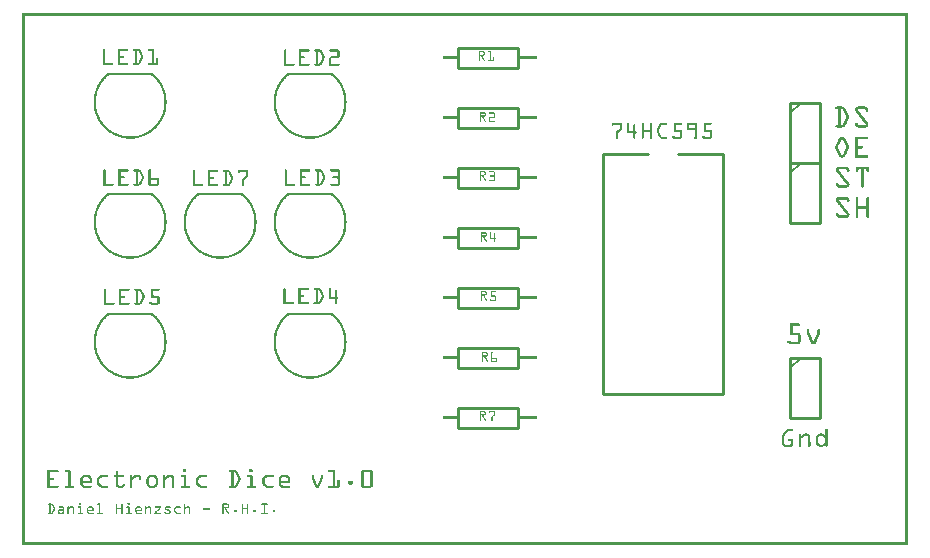
<source format=gto>
G04 MADE WITH FRITZING*
G04 WWW.FRITZING.ORG*
G04 DOUBLE SIDED*
G04 HOLES PLATED*
G04 CONTOUR ON CENTER OF CONTOUR VECTOR*
%ASAXBY*%
%FSLAX23Y23*%
%MOIN*%
%OFA0B0*%
%SFA1.0B1.0*%
%ADD10C,0.010000*%
%ADD11C,0.005000*%
%ADD12C,0.007874*%
%ADD13R,0.001000X0.001000*%
%LNSILK1*%
G90*
G70*
G54D10*
X1651Y1192D02*
X1451Y1192D01*
D02*
X1451Y1192D02*
X1451Y1258D01*
D02*
X1451Y1258D02*
X1651Y1258D01*
D02*
X1651Y1258D02*
X1651Y1192D01*
D02*
X1651Y992D02*
X1451Y992D01*
D02*
X1451Y992D02*
X1451Y1058D01*
D02*
X1451Y1058D02*
X1651Y1058D01*
D02*
X1651Y1058D02*
X1651Y992D01*
D02*
X1651Y1392D02*
X1451Y1392D01*
D02*
X1451Y1392D02*
X1451Y1458D01*
D02*
X1451Y1458D02*
X1651Y1458D01*
D02*
X1651Y1458D02*
X1651Y1392D01*
D02*
X2560Y625D02*
X2560Y425D01*
D02*
X2560Y425D02*
X2660Y425D01*
D02*
X2660Y425D02*
X2660Y625D01*
D02*
X2660Y625D02*
X2560Y625D01*
G54D11*
D02*
X2560Y590D02*
X2595Y625D01*
G54D10*
D02*
X1651Y792D02*
X1451Y792D01*
D02*
X1451Y792D02*
X1451Y858D01*
D02*
X1451Y858D02*
X1651Y858D01*
D02*
X1651Y858D02*
X1651Y792D01*
D02*
X1651Y392D02*
X1451Y392D01*
D02*
X1451Y392D02*
X1451Y458D01*
D02*
X1451Y458D02*
X1651Y458D01*
D02*
X1651Y458D02*
X1651Y392D01*
D02*
X2560Y1275D02*
X2560Y1075D01*
D02*
X2560Y1075D02*
X2660Y1075D01*
D02*
X2660Y1075D02*
X2660Y1275D01*
D02*
X2660Y1275D02*
X2560Y1275D01*
G54D11*
D02*
X2560Y1240D02*
X2595Y1275D01*
G54D10*
D02*
X2560Y1475D02*
X2560Y1275D01*
D02*
X2560Y1275D02*
X2660Y1275D01*
D02*
X2660Y1275D02*
X2660Y1475D01*
D02*
X2660Y1475D02*
X2560Y1475D01*
G54D11*
D02*
X2560Y1440D02*
X2595Y1475D01*
G54D10*
D02*
X1651Y592D02*
X1451Y592D01*
D02*
X1451Y592D02*
X1451Y658D01*
D02*
X1451Y658D02*
X1651Y658D01*
D02*
X1651Y658D02*
X1651Y592D01*
D02*
X1651Y1592D02*
X1451Y1592D01*
D02*
X1451Y1592D02*
X1451Y1658D01*
D02*
X1451Y1658D02*
X1651Y1658D01*
D02*
X1651Y1658D02*
X1651Y1592D01*
D02*
X1935Y1303D02*
X1935Y503D01*
D02*
X1935Y503D02*
X2335Y503D01*
D02*
X2335Y503D02*
X2335Y1303D01*
D02*
X1935Y1303D02*
X2085Y1303D01*
D02*
X2185Y1303D02*
X2335Y1303D01*
G54D12*
X1030Y1571D02*
X889Y1571D01*
D02*
X430Y1171D02*
X289Y1171D01*
D02*
X1030Y771D02*
X889Y771D01*
D02*
X1030Y1171D02*
X889Y1171D01*
D02*
X430Y771D02*
X289Y771D01*
D02*
X730Y1171D02*
X589Y1171D01*
D02*
X430Y1571D02*
X289Y1571D01*
D02*
G54D13*
X0Y1772D02*
X2951Y1772D01*
X0Y1771D02*
X2951Y1771D01*
X0Y1770D02*
X2951Y1770D01*
X0Y1769D02*
X2951Y1769D01*
X0Y1768D02*
X2951Y1768D01*
X0Y1767D02*
X2951Y1767D01*
X0Y1766D02*
X2951Y1766D01*
X0Y1765D02*
X2951Y1765D01*
X0Y1764D02*
X7Y1764D01*
X2944Y1764D02*
X2951Y1764D01*
X0Y1763D02*
X7Y1763D01*
X2944Y1763D02*
X2951Y1763D01*
X0Y1762D02*
X7Y1762D01*
X2944Y1762D02*
X2951Y1762D01*
X0Y1761D02*
X7Y1761D01*
X2944Y1761D02*
X2951Y1761D01*
X0Y1760D02*
X7Y1760D01*
X2944Y1760D02*
X2951Y1760D01*
X0Y1759D02*
X7Y1759D01*
X2944Y1759D02*
X2951Y1759D01*
X0Y1758D02*
X7Y1758D01*
X2944Y1758D02*
X2951Y1758D01*
X0Y1757D02*
X7Y1757D01*
X2944Y1757D02*
X2951Y1757D01*
X0Y1756D02*
X7Y1756D01*
X2944Y1756D02*
X2951Y1756D01*
X0Y1755D02*
X7Y1755D01*
X2944Y1755D02*
X2951Y1755D01*
X0Y1754D02*
X7Y1754D01*
X2944Y1754D02*
X2951Y1754D01*
X0Y1753D02*
X7Y1753D01*
X2944Y1753D02*
X2951Y1753D01*
X0Y1752D02*
X7Y1752D01*
X2944Y1752D02*
X2951Y1752D01*
X0Y1751D02*
X7Y1751D01*
X2944Y1751D02*
X2951Y1751D01*
X0Y1750D02*
X7Y1750D01*
X2944Y1750D02*
X2951Y1750D01*
X0Y1749D02*
X7Y1749D01*
X2944Y1749D02*
X2951Y1749D01*
X0Y1748D02*
X7Y1748D01*
X2944Y1748D02*
X2951Y1748D01*
X0Y1747D02*
X7Y1747D01*
X2944Y1747D02*
X2951Y1747D01*
X0Y1746D02*
X7Y1746D01*
X2944Y1746D02*
X2951Y1746D01*
X0Y1745D02*
X7Y1745D01*
X2944Y1745D02*
X2951Y1745D01*
X0Y1744D02*
X7Y1744D01*
X2944Y1744D02*
X2951Y1744D01*
X0Y1743D02*
X7Y1743D01*
X2944Y1743D02*
X2951Y1743D01*
X0Y1742D02*
X7Y1742D01*
X2944Y1742D02*
X2951Y1742D01*
X0Y1741D02*
X7Y1741D01*
X2944Y1741D02*
X2951Y1741D01*
X0Y1740D02*
X7Y1740D01*
X2944Y1740D02*
X2951Y1740D01*
X0Y1739D02*
X7Y1739D01*
X2944Y1739D02*
X2951Y1739D01*
X0Y1738D02*
X7Y1738D01*
X2944Y1738D02*
X2951Y1738D01*
X0Y1737D02*
X7Y1737D01*
X2944Y1737D02*
X2951Y1737D01*
X0Y1736D02*
X7Y1736D01*
X2944Y1736D02*
X2951Y1736D01*
X0Y1735D02*
X7Y1735D01*
X2944Y1735D02*
X2951Y1735D01*
X0Y1734D02*
X7Y1734D01*
X2944Y1734D02*
X2951Y1734D01*
X0Y1733D02*
X7Y1733D01*
X2944Y1733D02*
X2951Y1733D01*
X0Y1732D02*
X7Y1732D01*
X2944Y1732D02*
X2951Y1732D01*
X0Y1731D02*
X7Y1731D01*
X2944Y1731D02*
X2951Y1731D01*
X0Y1730D02*
X7Y1730D01*
X2944Y1730D02*
X2951Y1730D01*
X0Y1729D02*
X7Y1729D01*
X2944Y1729D02*
X2951Y1729D01*
X0Y1728D02*
X7Y1728D01*
X2944Y1728D02*
X2951Y1728D01*
X0Y1727D02*
X7Y1727D01*
X2944Y1727D02*
X2951Y1727D01*
X0Y1726D02*
X7Y1726D01*
X2944Y1726D02*
X2951Y1726D01*
X0Y1725D02*
X7Y1725D01*
X2944Y1725D02*
X2951Y1725D01*
X0Y1724D02*
X7Y1724D01*
X2944Y1724D02*
X2951Y1724D01*
X0Y1723D02*
X7Y1723D01*
X2944Y1723D02*
X2951Y1723D01*
X0Y1722D02*
X7Y1722D01*
X2944Y1722D02*
X2951Y1722D01*
X0Y1721D02*
X7Y1721D01*
X2944Y1721D02*
X2951Y1721D01*
X0Y1720D02*
X7Y1720D01*
X2944Y1720D02*
X2951Y1720D01*
X0Y1719D02*
X7Y1719D01*
X2944Y1719D02*
X2951Y1719D01*
X0Y1718D02*
X7Y1718D01*
X2944Y1718D02*
X2951Y1718D01*
X0Y1717D02*
X7Y1717D01*
X2944Y1717D02*
X2951Y1717D01*
X0Y1716D02*
X7Y1716D01*
X2944Y1716D02*
X2951Y1716D01*
X0Y1715D02*
X7Y1715D01*
X2944Y1715D02*
X2951Y1715D01*
X0Y1714D02*
X7Y1714D01*
X2944Y1714D02*
X2951Y1714D01*
X0Y1713D02*
X7Y1713D01*
X2944Y1713D02*
X2951Y1713D01*
X0Y1712D02*
X7Y1712D01*
X2944Y1712D02*
X2951Y1712D01*
X0Y1711D02*
X7Y1711D01*
X2944Y1711D02*
X2951Y1711D01*
X0Y1710D02*
X7Y1710D01*
X2944Y1710D02*
X2951Y1710D01*
X0Y1709D02*
X7Y1709D01*
X2944Y1709D02*
X2951Y1709D01*
X0Y1708D02*
X7Y1708D01*
X2944Y1708D02*
X2951Y1708D01*
X0Y1707D02*
X7Y1707D01*
X2944Y1707D02*
X2951Y1707D01*
X0Y1706D02*
X7Y1706D01*
X2944Y1706D02*
X2951Y1706D01*
X0Y1705D02*
X7Y1705D01*
X2944Y1705D02*
X2951Y1705D01*
X0Y1704D02*
X7Y1704D01*
X2944Y1704D02*
X2951Y1704D01*
X0Y1703D02*
X7Y1703D01*
X2944Y1703D02*
X2951Y1703D01*
X0Y1702D02*
X7Y1702D01*
X2944Y1702D02*
X2951Y1702D01*
X0Y1701D02*
X7Y1701D01*
X2944Y1701D02*
X2951Y1701D01*
X0Y1700D02*
X7Y1700D01*
X2944Y1700D02*
X2951Y1700D01*
X0Y1699D02*
X7Y1699D01*
X2944Y1699D02*
X2951Y1699D01*
X0Y1698D02*
X7Y1698D01*
X2944Y1698D02*
X2951Y1698D01*
X0Y1697D02*
X7Y1697D01*
X2944Y1697D02*
X2951Y1697D01*
X0Y1696D02*
X7Y1696D01*
X2944Y1696D02*
X2951Y1696D01*
X0Y1695D02*
X7Y1695D01*
X2944Y1695D02*
X2951Y1695D01*
X0Y1694D02*
X7Y1694D01*
X2944Y1694D02*
X2951Y1694D01*
X0Y1693D02*
X7Y1693D01*
X2944Y1693D02*
X2951Y1693D01*
X0Y1692D02*
X7Y1692D01*
X2944Y1692D02*
X2951Y1692D01*
X0Y1691D02*
X7Y1691D01*
X2944Y1691D02*
X2951Y1691D01*
X0Y1690D02*
X7Y1690D01*
X2944Y1690D02*
X2951Y1690D01*
X0Y1689D02*
X7Y1689D01*
X2944Y1689D02*
X2951Y1689D01*
X0Y1688D02*
X7Y1688D01*
X2944Y1688D02*
X2951Y1688D01*
X0Y1687D02*
X7Y1687D01*
X2944Y1687D02*
X2951Y1687D01*
X0Y1686D02*
X7Y1686D01*
X2944Y1686D02*
X2951Y1686D01*
X0Y1685D02*
X7Y1685D01*
X2944Y1685D02*
X2951Y1685D01*
X0Y1684D02*
X7Y1684D01*
X2944Y1684D02*
X2951Y1684D01*
X0Y1683D02*
X7Y1683D01*
X2944Y1683D02*
X2951Y1683D01*
X0Y1682D02*
X7Y1682D01*
X2944Y1682D02*
X2951Y1682D01*
X0Y1681D02*
X7Y1681D01*
X2944Y1681D02*
X2951Y1681D01*
X0Y1680D02*
X7Y1680D01*
X2944Y1680D02*
X2951Y1680D01*
X0Y1679D02*
X7Y1679D01*
X2944Y1679D02*
X2951Y1679D01*
X0Y1678D02*
X7Y1678D01*
X2944Y1678D02*
X2951Y1678D01*
X0Y1677D02*
X7Y1677D01*
X2944Y1677D02*
X2951Y1677D01*
X0Y1676D02*
X7Y1676D01*
X2944Y1676D02*
X2951Y1676D01*
X0Y1675D02*
X7Y1675D01*
X2944Y1675D02*
X2951Y1675D01*
X0Y1674D02*
X7Y1674D01*
X2944Y1674D02*
X2951Y1674D01*
X0Y1673D02*
X7Y1673D01*
X2944Y1673D02*
X2951Y1673D01*
X0Y1672D02*
X7Y1672D01*
X2944Y1672D02*
X2951Y1672D01*
X0Y1671D02*
X7Y1671D01*
X2944Y1671D02*
X2951Y1671D01*
X0Y1670D02*
X7Y1670D01*
X2944Y1670D02*
X2951Y1670D01*
X0Y1669D02*
X7Y1669D01*
X2944Y1669D02*
X2951Y1669D01*
X0Y1668D02*
X7Y1668D01*
X2944Y1668D02*
X2951Y1668D01*
X0Y1667D02*
X7Y1667D01*
X2944Y1667D02*
X2951Y1667D01*
X0Y1666D02*
X7Y1666D01*
X2944Y1666D02*
X2951Y1666D01*
X0Y1665D02*
X7Y1665D01*
X2944Y1665D02*
X2951Y1665D01*
X0Y1664D02*
X7Y1664D01*
X2944Y1664D02*
X2951Y1664D01*
X0Y1663D02*
X7Y1663D01*
X2944Y1663D02*
X2951Y1663D01*
X0Y1662D02*
X7Y1662D01*
X2944Y1662D02*
X2951Y1662D01*
X0Y1661D02*
X7Y1661D01*
X2944Y1661D02*
X2951Y1661D01*
X0Y1660D02*
X7Y1660D01*
X2944Y1660D02*
X2951Y1660D01*
X0Y1659D02*
X7Y1659D01*
X2944Y1659D02*
X2951Y1659D01*
X0Y1658D02*
X7Y1658D01*
X2944Y1658D02*
X2951Y1658D01*
X0Y1657D02*
X7Y1657D01*
X2944Y1657D02*
X2951Y1657D01*
X0Y1656D02*
X7Y1656D01*
X2944Y1656D02*
X2951Y1656D01*
X0Y1655D02*
X7Y1655D01*
X272Y1655D02*
X272Y1655D01*
X319Y1655D02*
X349Y1655D01*
X372Y1655D02*
X385Y1655D01*
X422Y1655D02*
X438Y1655D01*
X2944Y1655D02*
X2951Y1655D01*
X0Y1654D02*
X7Y1654D01*
X270Y1654D02*
X274Y1654D01*
X319Y1654D02*
X351Y1654D01*
X370Y1654D02*
X388Y1654D01*
X420Y1654D02*
X439Y1654D01*
X2944Y1654D02*
X2951Y1654D01*
X0Y1653D02*
X7Y1653D01*
X269Y1653D02*
X274Y1653D01*
X319Y1653D02*
X352Y1653D01*
X369Y1653D02*
X390Y1653D01*
X419Y1653D02*
X439Y1653D01*
X2944Y1653D02*
X2951Y1653D01*
X0Y1652D02*
X7Y1652D01*
X269Y1652D02*
X275Y1652D01*
X319Y1652D02*
X352Y1652D01*
X369Y1652D02*
X391Y1652D01*
X419Y1652D02*
X439Y1652D01*
X875Y1652D02*
X878Y1652D01*
X923Y1652D02*
X955Y1652D01*
X975Y1652D02*
X992Y1652D01*
X1025Y1652D02*
X1053Y1652D01*
X2944Y1652D02*
X2951Y1652D01*
X0Y1651D02*
X7Y1651D01*
X269Y1651D02*
X275Y1651D01*
X319Y1651D02*
X352Y1651D01*
X369Y1651D02*
X392Y1651D01*
X419Y1651D02*
X439Y1651D01*
X874Y1651D02*
X879Y1651D01*
X923Y1651D02*
X956Y1651D01*
X974Y1651D02*
X994Y1651D01*
X1024Y1651D02*
X1054Y1651D01*
X2944Y1651D02*
X2951Y1651D01*
X0Y1650D02*
X7Y1650D01*
X269Y1650D02*
X275Y1650D01*
X319Y1650D02*
X352Y1650D01*
X369Y1650D02*
X393Y1650D01*
X419Y1650D02*
X439Y1650D01*
X874Y1650D02*
X879Y1650D01*
X923Y1650D02*
X957Y1650D01*
X974Y1650D02*
X996Y1650D01*
X1023Y1650D02*
X1055Y1650D01*
X2944Y1650D02*
X2951Y1650D01*
X0Y1649D02*
X7Y1649D01*
X269Y1649D02*
X275Y1649D01*
X319Y1649D02*
X351Y1649D01*
X370Y1649D02*
X394Y1649D01*
X420Y1649D02*
X439Y1649D01*
X873Y1649D02*
X879Y1649D01*
X923Y1649D02*
X957Y1649D01*
X973Y1649D02*
X997Y1649D01*
X1023Y1649D02*
X1056Y1649D01*
X2944Y1649D02*
X2951Y1649D01*
X0Y1648D02*
X7Y1648D01*
X269Y1648D02*
X275Y1648D01*
X319Y1648D02*
X325Y1648D01*
X375Y1648D02*
X382Y1648D01*
X386Y1648D02*
X394Y1648D01*
X432Y1648D02*
X439Y1648D01*
X873Y1648D02*
X879Y1648D01*
X923Y1648D02*
X957Y1648D01*
X974Y1648D02*
X997Y1648D01*
X1024Y1648D02*
X1056Y1648D01*
X2944Y1648D02*
X2951Y1648D01*
X0Y1647D02*
X7Y1647D01*
X269Y1647D02*
X275Y1647D01*
X319Y1647D02*
X325Y1647D01*
X376Y1647D02*
X382Y1647D01*
X388Y1647D02*
X395Y1647D01*
X432Y1647D02*
X439Y1647D01*
X873Y1647D02*
X879Y1647D01*
X923Y1647D02*
X956Y1647D01*
X974Y1647D02*
X998Y1647D01*
X1024Y1647D02*
X1057Y1647D01*
X2944Y1647D02*
X2951Y1647D01*
X0Y1646D02*
X7Y1646D01*
X269Y1646D02*
X275Y1646D01*
X319Y1646D02*
X325Y1646D01*
X376Y1646D02*
X382Y1646D01*
X388Y1646D02*
X395Y1646D01*
X432Y1646D02*
X439Y1646D01*
X873Y1646D02*
X879Y1646D01*
X923Y1646D02*
X955Y1646D01*
X975Y1646D02*
X999Y1646D01*
X1025Y1646D02*
X1057Y1646D01*
X1522Y1646D02*
X1537Y1646D01*
X1553Y1646D02*
X1563Y1646D01*
X2944Y1646D02*
X2951Y1646D01*
X0Y1645D02*
X7Y1645D01*
X269Y1645D02*
X275Y1645D01*
X319Y1645D02*
X325Y1645D01*
X376Y1645D02*
X382Y1645D01*
X389Y1645D02*
X396Y1645D01*
X432Y1645D02*
X439Y1645D01*
X873Y1645D02*
X879Y1645D01*
X923Y1645D02*
X929Y1645D01*
X980Y1645D02*
X986Y1645D01*
X992Y1645D02*
X999Y1645D01*
X1051Y1645D02*
X1057Y1645D01*
X1522Y1645D02*
X1539Y1645D01*
X1552Y1645D02*
X1563Y1645D01*
X2944Y1645D02*
X2951Y1645D01*
X0Y1644D02*
X7Y1644D01*
X269Y1644D02*
X275Y1644D01*
X319Y1644D02*
X325Y1644D01*
X376Y1644D02*
X382Y1644D01*
X389Y1644D02*
X396Y1644D01*
X432Y1644D02*
X439Y1644D01*
X873Y1644D02*
X879Y1644D01*
X923Y1644D02*
X929Y1644D01*
X980Y1644D02*
X986Y1644D01*
X993Y1644D02*
X1000Y1644D01*
X1051Y1644D02*
X1057Y1644D01*
X1522Y1644D02*
X1540Y1644D01*
X1552Y1644D02*
X1563Y1644D01*
X2944Y1644D02*
X2951Y1644D01*
X0Y1643D02*
X7Y1643D01*
X269Y1643D02*
X275Y1643D01*
X319Y1643D02*
X325Y1643D01*
X376Y1643D02*
X382Y1643D01*
X390Y1643D02*
X397Y1643D01*
X432Y1643D02*
X439Y1643D01*
X873Y1643D02*
X879Y1643D01*
X923Y1643D02*
X929Y1643D01*
X980Y1643D02*
X986Y1643D01*
X993Y1643D02*
X1000Y1643D01*
X1051Y1643D02*
X1057Y1643D01*
X1522Y1643D02*
X1541Y1643D01*
X1552Y1643D02*
X1563Y1643D01*
X2944Y1643D02*
X2951Y1643D01*
X0Y1642D02*
X7Y1642D01*
X269Y1642D02*
X275Y1642D01*
X319Y1642D02*
X325Y1642D01*
X376Y1642D02*
X382Y1642D01*
X390Y1642D02*
X397Y1642D01*
X432Y1642D02*
X439Y1642D01*
X873Y1642D02*
X879Y1642D01*
X923Y1642D02*
X929Y1642D01*
X980Y1642D02*
X986Y1642D01*
X994Y1642D02*
X1001Y1642D01*
X1051Y1642D02*
X1057Y1642D01*
X1522Y1642D02*
X1525Y1642D01*
X1537Y1642D02*
X1541Y1642D01*
X1560Y1642D02*
X1563Y1642D01*
X2944Y1642D02*
X2951Y1642D01*
X0Y1641D02*
X7Y1641D01*
X269Y1641D02*
X275Y1641D01*
X319Y1641D02*
X325Y1641D01*
X376Y1641D02*
X382Y1641D01*
X391Y1641D02*
X398Y1641D01*
X432Y1641D02*
X439Y1641D01*
X873Y1641D02*
X879Y1641D01*
X923Y1641D02*
X929Y1641D01*
X980Y1641D02*
X986Y1641D01*
X994Y1641D02*
X1001Y1641D01*
X1051Y1641D02*
X1057Y1641D01*
X1522Y1641D02*
X1525Y1641D01*
X1538Y1641D02*
X1541Y1641D01*
X1560Y1641D02*
X1563Y1641D01*
X2944Y1641D02*
X2951Y1641D01*
X0Y1640D02*
X7Y1640D01*
X269Y1640D02*
X275Y1640D01*
X319Y1640D02*
X325Y1640D01*
X376Y1640D02*
X382Y1640D01*
X391Y1640D02*
X398Y1640D01*
X432Y1640D02*
X439Y1640D01*
X873Y1640D02*
X879Y1640D01*
X923Y1640D02*
X929Y1640D01*
X980Y1640D02*
X986Y1640D01*
X995Y1640D02*
X1002Y1640D01*
X1051Y1640D02*
X1057Y1640D01*
X1522Y1640D02*
X1525Y1640D01*
X1538Y1640D02*
X1541Y1640D01*
X1560Y1640D02*
X1563Y1640D01*
X2944Y1640D02*
X2951Y1640D01*
X0Y1639D02*
X7Y1639D01*
X269Y1639D02*
X275Y1639D01*
X319Y1639D02*
X325Y1639D01*
X376Y1639D02*
X382Y1639D01*
X392Y1639D02*
X399Y1639D01*
X432Y1639D02*
X439Y1639D01*
X873Y1639D02*
X879Y1639D01*
X923Y1639D02*
X929Y1639D01*
X980Y1639D02*
X986Y1639D01*
X995Y1639D02*
X1002Y1639D01*
X1051Y1639D02*
X1057Y1639D01*
X1522Y1639D02*
X1525Y1639D01*
X1538Y1639D02*
X1542Y1639D01*
X1560Y1639D02*
X1563Y1639D01*
X2944Y1639D02*
X2951Y1639D01*
X0Y1638D02*
X7Y1638D01*
X269Y1638D02*
X275Y1638D01*
X319Y1638D02*
X325Y1638D01*
X376Y1638D02*
X382Y1638D01*
X392Y1638D02*
X399Y1638D01*
X432Y1638D02*
X439Y1638D01*
X873Y1638D02*
X879Y1638D01*
X923Y1638D02*
X929Y1638D01*
X980Y1638D02*
X986Y1638D01*
X996Y1638D02*
X1003Y1638D01*
X1051Y1638D02*
X1057Y1638D01*
X1522Y1638D02*
X1525Y1638D01*
X1538Y1638D02*
X1541Y1638D01*
X1560Y1638D02*
X1563Y1638D01*
X2944Y1638D02*
X2951Y1638D01*
X0Y1637D02*
X7Y1637D01*
X269Y1637D02*
X275Y1637D01*
X319Y1637D02*
X325Y1637D01*
X376Y1637D02*
X382Y1637D01*
X393Y1637D02*
X400Y1637D01*
X432Y1637D02*
X439Y1637D01*
X873Y1637D02*
X879Y1637D01*
X923Y1637D02*
X929Y1637D01*
X980Y1637D02*
X986Y1637D01*
X996Y1637D02*
X1003Y1637D01*
X1051Y1637D02*
X1057Y1637D01*
X1522Y1637D02*
X1525Y1637D01*
X1538Y1637D02*
X1541Y1637D01*
X1560Y1637D02*
X1563Y1637D01*
X2944Y1637D02*
X2951Y1637D01*
X0Y1636D02*
X7Y1636D01*
X269Y1636D02*
X275Y1636D01*
X319Y1636D02*
X325Y1636D01*
X376Y1636D02*
X382Y1636D01*
X393Y1636D02*
X400Y1636D01*
X432Y1636D02*
X439Y1636D01*
X873Y1636D02*
X879Y1636D01*
X923Y1636D02*
X929Y1636D01*
X980Y1636D02*
X986Y1636D01*
X997Y1636D02*
X1004Y1636D01*
X1051Y1636D02*
X1057Y1636D01*
X1522Y1636D02*
X1525Y1636D01*
X1537Y1636D02*
X1541Y1636D01*
X1560Y1636D02*
X1563Y1636D01*
X2944Y1636D02*
X2951Y1636D01*
X0Y1635D02*
X7Y1635D01*
X269Y1635D02*
X275Y1635D01*
X319Y1635D02*
X325Y1635D01*
X376Y1635D02*
X382Y1635D01*
X394Y1635D02*
X401Y1635D01*
X432Y1635D02*
X439Y1635D01*
X873Y1635D02*
X879Y1635D01*
X923Y1635D02*
X929Y1635D01*
X980Y1635D02*
X986Y1635D01*
X997Y1635D02*
X1004Y1635D01*
X1051Y1635D02*
X1057Y1635D01*
X1522Y1635D02*
X1541Y1635D01*
X1560Y1635D02*
X1563Y1635D01*
X2944Y1635D02*
X2951Y1635D01*
X0Y1634D02*
X7Y1634D01*
X269Y1634D02*
X275Y1634D01*
X319Y1634D02*
X325Y1634D01*
X376Y1634D02*
X382Y1634D01*
X394Y1634D02*
X401Y1634D01*
X432Y1634D02*
X439Y1634D01*
X873Y1634D02*
X879Y1634D01*
X923Y1634D02*
X929Y1634D01*
X980Y1634D02*
X986Y1634D01*
X998Y1634D02*
X1005Y1634D01*
X1051Y1634D02*
X1057Y1634D01*
X1522Y1634D02*
X1540Y1634D01*
X1560Y1634D02*
X1563Y1634D01*
X2944Y1634D02*
X2951Y1634D01*
X0Y1633D02*
X7Y1633D01*
X269Y1633D02*
X275Y1633D01*
X319Y1633D02*
X325Y1633D01*
X376Y1633D02*
X382Y1633D01*
X395Y1633D02*
X401Y1633D01*
X432Y1633D02*
X439Y1633D01*
X873Y1633D02*
X879Y1633D01*
X923Y1633D02*
X929Y1633D01*
X980Y1633D02*
X986Y1633D01*
X998Y1633D02*
X1005Y1633D01*
X1051Y1633D02*
X1057Y1633D01*
X1522Y1633D02*
X1539Y1633D01*
X1560Y1633D02*
X1563Y1633D01*
X2944Y1633D02*
X2951Y1633D01*
X0Y1632D02*
X7Y1632D01*
X269Y1632D02*
X275Y1632D01*
X319Y1632D02*
X325Y1632D01*
X376Y1632D02*
X382Y1632D01*
X395Y1632D02*
X402Y1632D01*
X432Y1632D02*
X439Y1632D01*
X873Y1632D02*
X879Y1632D01*
X923Y1632D02*
X929Y1632D01*
X980Y1632D02*
X986Y1632D01*
X999Y1632D02*
X1005Y1632D01*
X1051Y1632D02*
X1057Y1632D01*
X1522Y1632D02*
X1537Y1632D01*
X1560Y1632D02*
X1563Y1632D01*
X2944Y1632D02*
X2951Y1632D01*
X0Y1631D02*
X7Y1631D01*
X269Y1631D02*
X275Y1631D01*
X319Y1631D02*
X337Y1631D01*
X376Y1631D02*
X382Y1631D01*
X396Y1631D02*
X402Y1631D01*
X432Y1631D02*
X439Y1631D01*
X873Y1631D02*
X879Y1631D01*
X923Y1631D02*
X929Y1631D01*
X980Y1631D02*
X986Y1631D01*
X999Y1631D02*
X1006Y1631D01*
X1051Y1631D02*
X1057Y1631D01*
X1522Y1631D02*
X1525Y1631D01*
X1529Y1631D02*
X1533Y1631D01*
X1560Y1631D02*
X1563Y1631D01*
X2944Y1631D02*
X2951Y1631D01*
X0Y1630D02*
X7Y1630D01*
X269Y1630D02*
X275Y1630D01*
X319Y1630D02*
X338Y1630D01*
X376Y1630D02*
X382Y1630D01*
X396Y1630D02*
X402Y1630D01*
X432Y1630D02*
X439Y1630D01*
X873Y1630D02*
X879Y1630D01*
X923Y1630D02*
X929Y1630D01*
X980Y1630D02*
X986Y1630D01*
X1000Y1630D02*
X1006Y1630D01*
X1051Y1630D02*
X1057Y1630D01*
X1402Y1630D02*
X1449Y1630D01*
X1522Y1630D02*
X1525Y1630D01*
X1530Y1630D02*
X1534Y1630D01*
X1560Y1630D02*
X1563Y1630D01*
X1650Y1630D02*
X1716Y1630D01*
X2944Y1630D02*
X2951Y1630D01*
X0Y1629D02*
X7Y1629D01*
X269Y1629D02*
X275Y1629D01*
X319Y1629D02*
X338Y1629D01*
X376Y1629D02*
X382Y1629D01*
X396Y1629D02*
X402Y1629D01*
X432Y1629D02*
X439Y1629D01*
X873Y1629D02*
X879Y1629D01*
X923Y1629D02*
X940Y1629D01*
X980Y1629D02*
X986Y1629D01*
X1000Y1629D02*
X1007Y1629D01*
X1029Y1629D02*
X1057Y1629D01*
X1402Y1629D02*
X1449Y1629D01*
X1522Y1629D02*
X1525Y1629D01*
X1530Y1629D02*
X1534Y1629D01*
X1560Y1629D02*
X1563Y1629D01*
X1650Y1629D02*
X1716Y1629D01*
X2944Y1629D02*
X2951Y1629D01*
X0Y1628D02*
X7Y1628D01*
X269Y1628D02*
X275Y1628D01*
X319Y1628D02*
X338Y1628D01*
X376Y1628D02*
X382Y1628D01*
X396Y1628D02*
X402Y1628D01*
X432Y1628D02*
X439Y1628D01*
X873Y1628D02*
X879Y1628D01*
X923Y1628D02*
X942Y1628D01*
X980Y1628D02*
X986Y1628D01*
X1001Y1628D02*
X1007Y1628D01*
X1027Y1628D02*
X1057Y1628D01*
X1402Y1628D02*
X1449Y1628D01*
X1522Y1628D02*
X1525Y1628D01*
X1531Y1628D02*
X1535Y1628D01*
X1560Y1628D02*
X1563Y1628D01*
X1569Y1628D02*
X1571Y1628D01*
X1650Y1628D02*
X1716Y1628D01*
X2944Y1628D02*
X2951Y1628D01*
X0Y1627D02*
X7Y1627D01*
X269Y1627D02*
X275Y1627D01*
X319Y1627D02*
X338Y1627D01*
X376Y1627D02*
X382Y1627D01*
X396Y1627D02*
X402Y1627D01*
X432Y1627D02*
X439Y1627D01*
X873Y1627D02*
X879Y1627D01*
X923Y1627D02*
X943Y1627D01*
X980Y1627D02*
X986Y1627D01*
X1001Y1627D02*
X1007Y1627D01*
X1025Y1627D02*
X1057Y1627D01*
X1402Y1627D02*
X1449Y1627D01*
X1522Y1627D02*
X1525Y1627D01*
X1532Y1627D02*
X1535Y1627D01*
X1560Y1627D02*
X1563Y1627D01*
X1568Y1627D02*
X1571Y1627D01*
X1650Y1627D02*
X1716Y1627D01*
X2944Y1627D02*
X2951Y1627D01*
X0Y1626D02*
X7Y1626D01*
X269Y1626D02*
X275Y1626D01*
X319Y1626D02*
X338Y1626D01*
X376Y1626D02*
X382Y1626D01*
X396Y1626D02*
X402Y1626D01*
X432Y1626D02*
X439Y1626D01*
X873Y1626D02*
X879Y1626D01*
X923Y1626D02*
X943Y1626D01*
X980Y1626D02*
X986Y1626D01*
X1001Y1626D02*
X1007Y1626D01*
X1025Y1626D02*
X1056Y1626D01*
X1402Y1626D02*
X1449Y1626D01*
X1522Y1626D02*
X1525Y1626D01*
X1532Y1626D02*
X1536Y1626D01*
X1560Y1626D02*
X1563Y1626D01*
X1568Y1626D02*
X1572Y1626D01*
X1650Y1626D02*
X1716Y1626D01*
X2944Y1626D02*
X2951Y1626D01*
X0Y1625D02*
X7Y1625D01*
X269Y1625D02*
X275Y1625D01*
X319Y1625D02*
X337Y1625D01*
X376Y1625D02*
X382Y1625D01*
X396Y1625D02*
X402Y1625D01*
X432Y1625D02*
X439Y1625D01*
X448Y1625D02*
X451Y1625D01*
X873Y1625D02*
X879Y1625D01*
X923Y1625D02*
X943Y1625D01*
X980Y1625D02*
X986Y1625D01*
X1001Y1625D02*
X1007Y1625D01*
X1024Y1625D02*
X1055Y1625D01*
X1402Y1625D02*
X1449Y1625D01*
X1522Y1625D02*
X1525Y1625D01*
X1533Y1625D02*
X1537Y1625D01*
X1560Y1625D02*
X1563Y1625D01*
X1568Y1625D02*
X1572Y1625D01*
X1650Y1625D02*
X1716Y1625D01*
X2944Y1625D02*
X2951Y1625D01*
X0Y1624D02*
X7Y1624D01*
X269Y1624D02*
X275Y1624D01*
X319Y1624D02*
X325Y1624D01*
X376Y1624D02*
X382Y1624D01*
X395Y1624D02*
X402Y1624D01*
X432Y1624D02*
X439Y1624D01*
X447Y1624D02*
X452Y1624D01*
X873Y1624D02*
X879Y1624D01*
X923Y1624D02*
X943Y1624D01*
X980Y1624D02*
X986Y1624D01*
X1001Y1624D02*
X1007Y1624D01*
X1024Y1624D02*
X1055Y1624D01*
X1402Y1624D02*
X1449Y1624D01*
X1522Y1624D02*
X1525Y1624D01*
X1533Y1624D02*
X1537Y1624D01*
X1560Y1624D02*
X1563Y1624D01*
X1568Y1624D02*
X1572Y1624D01*
X1650Y1624D02*
X1716Y1624D01*
X2944Y1624D02*
X2951Y1624D01*
X0Y1623D02*
X7Y1623D01*
X269Y1623D02*
X275Y1623D01*
X319Y1623D02*
X325Y1623D01*
X376Y1623D02*
X382Y1623D01*
X395Y1623D02*
X401Y1623D01*
X432Y1623D02*
X439Y1623D01*
X446Y1623D02*
X452Y1623D01*
X873Y1623D02*
X879Y1623D01*
X923Y1623D02*
X942Y1623D01*
X980Y1623D02*
X986Y1623D01*
X1000Y1623D02*
X1007Y1623D01*
X1023Y1623D02*
X1053Y1623D01*
X1402Y1623D02*
X1449Y1623D01*
X1522Y1623D02*
X1525Y1623D01*
X1534Y1623D02*
X1538Y1623D01*
X1560Y1623D02*
X1563Y1623D01*
X1568Y1623D02*
X1572Y1623D01*
X1650Y1623D02*
X1716Y1623D01*
X2944Y1623D02*
X2951Y1623D01*
X0Y1622D02*
X7Y1622D01*
X269Y1622D02*
X275Y1622D01*
X319Y1622D02*
X325Y1622D01*
X376Y1622D02*
X382Y1622D01*
X394Y1622D02*
X401Y1622D01*
X432Y1622D02*
X439Y1622D01*
X446Y1622D02*
X452Y1622D01*
X873Y1622D02*
X879Y1622D01*
X923Y1622D02*
X930Y1622D01*
X980Y1622D02*
X986Y1622D01*
X1000Y1622D02*
X1006Y1622D01*
X1023Y1622D02*
X1030Y1622D01*
X1402Y1622D02*
X1449Y1622D01*
X1522Y1622D02*
X1525Y1622D01*
X1534Y1622D02*
X1538Y1622D01*
X1560Y1622D02*
X1563Y1622D01*
X1568Y1622D02*
X1572Y1622D01*
X1650Y1622D02*
X1716Y1622D01*
X2944Y1622D02*
X2951Y1622D01*
X0Y1621D02*
X7Y1621D01*
X269Y1621D02*
X275Y1621D01*
X319Y1621D02*
X325Y1621D01*
X376Y1621D02*
X382Y1621D01*
X394Y1621D02*
X401Y1621D01*
X432Y1621D02*
X439Y1621D01*
X446Y1621D02*
X452Y1621D01*
X873Y1621D02*
X879Y1621D01*
X923Y1621D02*
X929Y1621D01*
X980Y1621D02*
X986Y1621D01*
X1000Y1621D02*
X1006Y1621D01*
X1023Y1621D02*
X1029Y1621D01*
X1402Y1621D02*
X1449Y1621D01*
X1522Y1621D02*
X1525Y1621D01*
X1535Y1621D02*
X1539Y1621D01*
X1560Y1621D02*
X1563Y1621D01*
X1568Y1621D02*
X1572Y1621D01*
X1651Y1621D02*
X1717Y1621D01*
X2944Y1621D02*
X2951Y1621D01*
X0Y1620D02*
X7Y1620D01*
X269Y1620D02*
X275Y1620D01*
X319Y1620D02*
X325Y1620D01*
X376Y1620D02*
X382Y1620D01*
X393Y1620D02*
X400Y1620D01*
X432Y1620D02*
X439Y1620D01*
X446Y1620D02*
X452Y1620D01*
X873Y1620D02*
X879Y1620D01*
X923Y1620D02*
X929Y1620D01*
X980Y1620D02*
X986Y1620D01*
X999Y1620D02*
X1006Y1620D01*
X1023Y1620D02*
X1029Y1620D01*
X1522Y1620D02*
X1525Y1620D01*
X1536Y1620D02*
X1540Y1620D01*
X1560Y1620D02*
X1563Y1620D01*
X1568Y1620D02*
X1572Y1620D01*
X2944Y1620D02*
X2951Y1620D01*
X0Y1619D02*
X7Y1619D01*
X269Y1619D02*
X275Y1619D01*
X319Y1619D02*
X325Y1619D01*
X376Y1619D02*
X382Y1619D01*
X393Y1619D02*
X400Y1619D01*
X432Y1619D02*
X439Y1619D01*
X446Y1619D02*
X452Y1619D01*
X873Y1619D02*
X879Y1619D01*
X923Y1619D02*
X929Y1619D01*
X980Y1619D02*
X986Y1619D01*
X999Y1619D02*
X1005Y1619D01*
X1023Y1619D02*
X1029Y1619D01*
X1522Y1619D02*
X1525Y1619D01*
X1536Y1619D02*
X1540Y1619D01*
X1560Y1619D02*
X1563Y1619D01*
X1568Y1619D02*
X1572Y1619D01*
X2944Y1619D02*
X2951Y1619D01*
X0Y1618D02*
X7Y1618D01*
X269Y1618D02*
X275Y1618D01*
X319Y1618D02*
X325Y1618D01*
X376Y1618D02*
X382Y1618D01*
X392Y1618D02*
X399Y1618D01*
X432Y1618D02*
X439Y1618D01*
X446Y1618D02*
X452Y1618D01*
X873Y1618D02*
X879Y1618D01*
X923Y1618D02*
X929Y1618D01*
X980Y1618D02*
X986Y1618D01*
X998Y1618D02*
X1005Y1618D01*
X1023Y1618D02*
X1029Y1618D01*
X1522Y1618D02*
X1525Y1618D01*
X1537Y1618D02*
X1541Y1618D01*
X1553Y1618D02*
X1572Y1618D01*
X2944Y1618D02*
X2951Y1618D01*
X0Y1617D02*
X7Y1617D01*
X269Y1617D02*
X275Y1617D01*
X319Y1617D02*
X325Y1617D01*
X376Y1617D02*
X382Y1617D01*
X392Y1617D02*
X399Y1617D01*
X432Y1617D02*
X439Y1617D01*
X446Y1617D02*
X452Y1617D01*
X873Y1617D02*
X879Y1617D01*
X923Y1617D02*
X929Y1617D01*
X980Y1617D02*
X986Y1617D01*
X998Y1617D02*
X1004Y1617D01*
X1023Y1617D02*
X1029Y1617D01*
X1522Y1617D02*
X1525Y1617D01*
X1537Y1617D02*
X1541Y1617D01*
X1552Y1617D02*
X1572Y1617D01*
X2944Y1617D02*
X2951Y1617D01*
X0Y1616D02*
X7Y1616D01*
X269Y1616D02*
X275Y1616D01*
X319Y1616D02*
X325Y1616D01*
X376Y1616D02*
X382Y1616D01*
X391Y1616D02*
X398Y1616D01*
X432Y1616D02*
X439Y1616D01*
X446Y1616D02*
X452Y1616D01*
X873Y1616D02*
X879Y1616D01*
X923Y1616D02*
X929Y1616D01*
X980Y1616D02*
X986Y1616D01*
X997Y1616D02*
X1004Y1616D01*
X1023Y1616D02*
X1029Y1616D01*
X1522Y1616D02*
X1525Y1616D01*
X1538Y1616D02*
X1541Y1616D01*
X1552Y1616D02*
X1571Y1616D01*
X2944Y1616D02*
X2951Y1616D01*
X0Y1615D02*
X7Y1615D01*
X269Y1615D02*
X275Y1615D01*
X319Y1615D02*
X325Y1615D01*
X376Y1615D02*
X382Y1615D01*
X391Y1615D02*
X398Y1615D01*
X432Y1615D02*
X439Y1615D01*
X446Y1615D02*
X452Y1615D01*
X873Y1615D02*
X879Y1615D01*
X923Y1615D02*
X929Y1615D01*
X980Y1615D02*
X986Y1615D01*
X997Y1615D02*
X1003Y1615D01*
X1023Y1615D02*
X1029Y1615D01*
X1522Y1615D02*
X1525Y1615D01*
X1539Y1615D02*
X1541Y1615D01*
X1552Y1615D02*
X1571Y1615D01*
X2944Y1615D02*
X2951Y1615D01*
X0Y1614D02*
X7Y1614D01*
X269Y1614D02*
X275Y1614D01*
X319Y1614D02*
X325Y1614D01*
X376Y1614D02*
X382Y1614D01*
X390Y1614D02*
X397Y1614D01*
X432Y1614D02*
X439Y1614D01*
X446Y1614D02*
X452Y1614D01*
X873Y1614D02*
X879Y1614D01*
X923Y1614D02*
X929Y1614D01*
X980Y1614D02*
X986Y1614D01*
X996Y1614D02*
X1003Y1614D01*
X1023Y1614D02*
X1029Y1614D01*
X1554Y1614D02*
X1570Y1614D01*
X2944Y1614D02*
X2951Y1614D01*
X0Y1613D02*
X7Y1613D01*
X269Y1613D02*
X275Y1613D01*
X319Y1613D02*
X325Y1613D01*
X376Y1613D02*
X382Y1613D01*
X390Y1613D02*
X397Y1613D01*
X432Y1613D02*
X439Y1613D01*
X446Y1613D02*
X452Y1613D01*
X873Y1613D02*
X879Y1613D01*
X923Y1613D02*
X929Y1613D01*
X980Y1613D02*
X986Y1613D01*
X996Y1613D02*
X1002Y1613D01*
X1023Y1613D02*
X1029Y1613D01*
X2944Y1613D02*
X2951Y1613D01*
X0Y1612D02*
X7Y1612D01*
X269Y1612D02*
X275Y1612D01*
X319Y1612D02*
X325Y1612D01*
X376Y1612D02*
X382Y1612D01*
X389Y1612D02*
X396Y1612D01*
X432Y1612D02*
X439Y1612D01*
X446Y1612D02*
X452Y1612D01*
X873Y1612D02*
X879Y1612D01*
X923Y1612D02*
X929Y1612D01*
X980Y1612D02*
X986Y1612D01*
X995Y1612D02*
X1002Y1612D01*
X1023Y1612D02*
X1029Y1612D01*
X2944Y1612D02*
X2951Y1612D01*
X0Y1611D02*
X7Y1611D01*
X269Y1611D02*
X275Y1611D01*
X319Y1611D02*
X325Y1611D01*
X376Y1611D02*
X382Y1611D01*
X389Y1611D02*
X396Y1611D01*
X432Y1611D02*
X439Y1611D01*
X446Y1611D02*
X452Y1611D01*
X873Y1611D02*
X879Y1611D01*
X923Y1611D02*
X929Y1611D01*
X980Y1611D02*
X986Y1611D01*
X995Y1611D02*
X1002Y1611D01*
X1023Y1611D02*
X1029Y1611D01*
X2944Y1611D02*
X2951Y1611D01*
X0Y1610D02*
X7Y1610D01*
X269Y1610D02*
X275Y1610D01*
X319Y1610D02*
X325Y1610D01*
X376Y1610D02*
X382Y1610D01*
X388Y1610D02*
X395Y1610D01*
X432Y1610D02*
X439Y1610D01*
X446Y1610D02*
X452Y1610D01*
X873Y1610D02*
X879Y1610D01*
X923Y1610D02*
X929Y1610D01*
X980Y1610D02*
X986Y1610D01*
X994Y1610D02*
X1001Y1610D01*
X1023Y1610D02*
X1029Y1610D01*
X2944Y1610D02*
X2951Y1610D01*
X0Y1609D02*
X7Y1609D01*
X269Y1609D02*
X275Y1609D01*
X319Y1609D02*
X325Y1609D01*
X376Y1609D02*
X382Y1609D01*
X388Y1609D02*
X395Y1609D01*
X432Y1609D02*
X439Y1609D01*
X446Y1609D02*
X452Y1609D01*
X873Y1609D02*
X879Y1609D01*
X923Y1609D02*
X929Y1609D01*
X980Y1609D02*
X986Y1609D01*
X994Y1609D02*
X1001Y1609D01*
X1023Y1609D02*
X1029Y1609D01*
X2944Y1609D02*
X2951Y1609D01*
X0Y1608D02*
X7Y1608D01*
X269Y1608D02*
X275Y1608D01*
X319Y1608D02*
X325Y1608D01*
X375Y1608D02*
X382Y1608D01*
X386Y1608D02*
X394Y1608D01*
X432Y1608D02*
X439Y1608D01*
X446Y1608D02*
X452Y1608D01*
X873Y1608D02*
X879Y1608D01*
X923Y1608D02*
X929Y1608D01*
X980Y1608D02*
X986Y1608D01*
X993Y1608D02*
X1000Y1608D01*
X1023Y1608D02*
X1029Y1608D01*
X2944Y1608D02*
X2951Y1608D01*
X0Y1607D02*
X7Y1607D01*
X269Y1607D02*
X301Y1607D01*
X319Y1607D02*
X351Y1607D01*
X370Y1607D02*
X394Y1607D01*
X420Y1607D02*
X452Y1607D01*
X873Y1607D02*
X879Y1607D01*
X923Y1607D02*
X929Y1607D01*
X980Y1607D02*
X986Y1607D01*
X992Y1607D02*
X1000Y1607D01*
X1023Y1607D02*
X1029Y1607D01*
X2944Y1607D02*
X2951Y1607D01*
X0Y1606D02*
X7Y1606D01*
X269Y1606D02*
X302Y1606D01*
X319Y1606D02*
X352Y1606D01*
X369Y1606D02*
X393Y1606D01*
X419Y1606D02*
X452Y1606D01*
X873Y1606D02*
X879Y1606D01*
X923Y1606D02*
X929Y1606D01*
X980Y1606D02*
X986Y1606D01*
X991Y1606D02*
X999Y1606D01*
X1023Y1606D02*
X1029Y1606D01*
X2944Y1606D02*
X2951Y1606D01*
X0Y1605D02*
X7Y1605D01*
X269Y1605D02*
X302Y1605D01*
X319Y1605D02*
X352Y1605D01*
X369Y1605D02*
X392Y1605D01*
X419Y1605D02*
X452Y1605D01*
X873Y1605D02*
X905Y1605D01*
X923Y1605D02*
X955Y1605D01*
X975Y1605D02*
X999Y1605D01*
X1023Y1605D02*
X1055Y1605D01*
X2944Y1605D02*
X2951Y1605D01*
X0Y1604D02*
X7Y1604D01*
X269Y1604D02*
X302Y1604D01*
X319Y1604D02*
X352Y1604D01*
X369Y1604D02*
X392Y1604D01*
X419Y1604D02*
X452Y1604D01*
X873Y1604D02*
X906Y1604D01*
X923Y1604D02*
X956Y1604D01*
X974Y1604D02*
X998Y1604D01*
X1023Y1604D02*
X1056Y1604D01*
X2944Y1604D02*
X2951Y1604D01*
X0Y1603D02*
X7Y1603D01*
X269Y1603D02*
X302Y1603D01*
X319Y1603D02*
X352Y1603D01*
X369Y1603D02*
X390Y1603D01*
X419Y1603D02*
X452Y1603D01*
X873Y1603D02*
X907Y1603D01*
X923Y1603D02*
X957Y1603D01*
X974Y1603D02*
X997Y1603D01*
X1023Y1603D02*
X1057Y1603D01*
X2944Y1603D02*
X2951Y1603D01*
X0Y1602D02*
X7Y1602D01*
X269Y1602D02*
X301Y1602D01*
X319Y1602D02*
X351Y1602D01*
X370Y1602D02*
X389Y1602D01*
X420Y1602D02*
X451Y1602D01*
X873Y1602D02*
X907Y1602D01*
X923Y1602D02*
X957Y1602D01*
X973Y1602D02*
X997Y1602D01*
X1023Y1602D02*
X1057Y1602D01*
X2944Y1602D02*
X2951Y1602D01*
X0Y1601D02*
X7Y1601D01*
X269Y1601D02*
X299Y1601D01*
X319Y1601D02*
X349Y1601D01*
X372Y1601D02*
X385Y1601D01*
X422Y1601D02*
X449Y1601D01*
X873Y1601D02*
X907Y1601D01*
X923Y1601D02*
X957Y1601D01*
X974Y1601D02*
X995Y1601D01*
X1023Y1601D02*
X1057Y1601D01*
X2944Y1601D02*
X2951Y1601D01*
X0Y1600D02*
X7Y1600D01*
X873Y1600D02*
X906Y1600D01*
X923Y1600D02*
X956Y1600D01*
X974Y1600D02*
X994Y1600D01*
X1023Y1600D02*
X1056Y1600D01*
X2944Y1600D02*
X2951Y1600D01*
X0Y1599D02*
X7Y1599D01*
X873Y1599D02*
X905Y1599D01*
X923Y1599D02*
X955Y1599D01*
X975Y1599D02*
X992Y1599D01*
X1023Y1599D02*
X1055Y1599D01*
X2944Y1599D02*
X2951Y1599D01*
X0Y1598D02*
X7Y1598D01*
X2944Y1598D02*
X2951Y1598D01*
X0Y1597D02*
X7Y1597D01*
X2944Y1597D02*
X2951Y1597D01*
X0Y1596D02*
X7Y1596D01*
X2944Y1596D02*
X2951Y1596D01*
X0Y1595D02*
X7Y1595D01*
X2944Y1595D02*
X2951Y1595D01*
X0Y1594D02*
X7Y1594D01*
X2944Y1594D02*
X2951Y1594D01*
X0Y1593D02*
X7Y1593D01*
X2944Y1593D02*
X2951Y1593D01*
X0Y1592D02*
X7Y1592D01*
X2944Y1592D02*
X2951Y1592D01*
X0Y1591D02*
X7Y1591D01*
X2944Y1591D02*
X2951Y1591D01*
X0Y1590D02*
X7Y1590D01*
X2944Y1590D02*
X2951Y1590D01*
X0Y1589D02*
X7Y1589D01*
X2944Y1589D02*
X2951Y1589D01*
X0Y1588D02*
X7Y1588D01*
X2944Y1588D02*
X2951Y1588D01*
X0Y1587D02*
X7Y1587D01*
X2944Y1587D02*
X2951Y1587D01*
X0Y1586D02*
X7Y1586D01*
X2944Y1586D02*
X2951Y1586D01*
X0Y1585D02*
X7Y1585D01*
X2944Y1585D02*
X2951Y1585D01*
X0Y1584D02*
X7Y1584D01*
X2944Y1584D02*
X2951Y1584D01*
X0Y1583D02*
X7Y1583D01*
X2944Y1583D02*
X2951Y1583D01*
X0Y1582D02*
X7Y1582D01*
X2944Y1582D02*
X2951Y1582D01*
X0Y1581D02*
X7Y1581D01*
X2944Y1581D02*
X2951Y1581D01*
X0Y1580D02*
X7Y1580D01*
X2944Y1580D02*
X2951Y1580D01*
X0Y1579D02*
X7Y1579D01*
X2944Y1579D02*
X2951Y1579D01*
X0Y1578D02*
X7Y1578D01*
X2944Y1578D02*
X2951Y1578D01*
X0Y1577D02*
X7Y1577D01*
X2944Y1577D02*
X2951Y1577D01*
X0Y1576D02*
X7Y1576D01*
X2944Y1576D02*
X2951Y1576D01*
X0Y1575D02*
X7Y1575D01*
X288Y1575D02*
X289Y1575D01*
X888Y1575D02*
X889Y1575D01*
X2944Y1575D02*
X2951Y1575D01*
X0Y1574D02*
X7Y1574D01*
X286Y1574D02*
X291Y1574D01*
X429Y1574D02*
X433Y1574D01*
X886Y1574D02*
X891Y1574D01*
X1029Y1574D02*
X1033Y1574D01*
X2944Y1574D02*
X2951Y1574D01*
X0Y1573D02*
X7Y1573D01*
X285Y1573D02*
X292Y1573D01*
X428Y1573D02*
X434Y1573D01*
X885Y1573D02*
X892Y1573D01*
X1028Y1573D02*
X1034Y1573D01*
X2944Y1573D02*
X2951Y1573D01*
X0Y1572D02*
X7Y1572D01*
X284Y1572D02*
X292Y1572D01*
X427Y1572D02*
X435Y1572D01*
X884Y1572D02*
X892Y1572D01*
X1027Y1572D02*
X1035Y1572D01*
X2944Y1572D02*
X2951Y1572D01*
X0Y1571D02*
X7Y1571D01*
X283Y1571D02*
X292Y1571D01*
X427Y1571D02*
X436Y1571D01*
X882Y1571D02*
X892Y1571D01*
X1027Y1571D02*
X1036Y1571D01*
X2944Y1571D02*
X2951Y1571D01*
X0Y1570D02*
X7Y1570D01*
X281Y1570D02*
X292Y1570D01*
X427Y1570D02*
X438Y1570D01*
X881Y1570D02*
X892Y1570D01*
X1027Y1570D02*
X1038Y1570D01*
X2944Y1570D02*
X2951Y1570D01*
X0Y1569D02*
X7Y1569D01*
X280Y1569D02*
X291Y1569D01*
X428Y1569D02*
X439Y1569D01*
X880Y1569D02*
X891Y1569D01*
X1028Y1569D02*
X1039Y1569D01*
X2944Y1569D02*
X2951Y1569D01*
X0Y1568D02*
X7Y1568D01*
X279Y1568D02*
X290Y1568D01*
X429Y1568D02*
X440Y1568D01*
X879Y1568D02*
X890Y1568D01*
X1029Y1568D02*
X1040Y1568D01*
X2944Y1568D02*
X2951Y1568D01*
X0Y1567D02*
X7Y1567D01*
X278Y1567D02*
X289Y1567D01*
X430Y1567D02*
X441Y1567D01*
X878Y1567D02*
X889Y1567D01*
X1030Y1567D02*
X1041Y1567D01*
X2944Y1567D02*
X2951Y1567D01*
X0Y1566D02*
X7Y1566D01*
X277Y1566D02*
X288Y1566D01*
X431Y1566D02*
X442Y1566D01*
X877Y1566D02*
X888Y1566D01*
X1031Y1566D02*
X1042Y1566D01*
X2944Y1566D02*
X2951Y1566D01*
X0Y1565D02*
X7Y1565D01*
X276Y1565D02*
X287Y1565D01*
X432Y1565D02*
X443Y1565D01*
X876Y1565D02*
X886Y1565D01*
X1032Y1565D02*
X1043Y1565D01*
X2944Y1565D02*
X2951Y1565D01*
X0Y1564D02*
X7Y1564D01*
X275Y1564D02*
X285Y1564D01*
X434Y1564D02*
X444Y1564D01*
X875Y1564D02*
X885Y1564D01*
X1033Y1564D02*
X1044Y1564D01*
X2944Y1564D02*
X2951Y1564D01*
X0Y1563D02*
X7Y1563D01*
X274Y1563D02*
X284Y1563D01*
X435Y1563D02*
X445Y1563D01*
X874Y1563D02*
X884Y1563D01*
X1035Y1563D02*
X1045Y1563D01*
X2944Y1563D02*
X2951Y1563D01*
X0Y1562D02*
X7Y1562D01*
X273Y1562D02*
X283Y1562D01*
X436Y1562D02*
X446Y1562D01*
X873Y1562D02*
X883Y1562D01*
X1036Y1562D02*
X1046Y1562D01*
X2944Y1562D02*
X2951Y1562D01*
X0Y1561D02*
X7Y1561D01*
X272Y1561D02*
X282Y1561D01*
X437Y1561D02*
X447Y1561D01*
X872Y1561D02*
X882Y1561D01*
X1037Y1561D02*
X1047Y1561D01*
X2944Y1561D02*
X2951Y1561D01*
X0Y1560D02*
X7Y1560D01*
X271Y1560D02*
X281Y1560D01*
X438Y1560D02*
X448Y1560D01*
X871Y1560D02*
X881Y1560D01*
X1038Y1560D02*
X1048Y1560D01*
X2944Y1560D02*
X2951Y1560D01*
X0Y1559D02*
X7Y1559D01*
X270Y1559D02*
X280Y1559D01*
X439Y1559D02*
X449Y1559D01*
X870Y1559D02*
X880Y1559D01*
X1039Y1559D02*
X1049Y1559D01*
X2944Y1559D02*
X2951Y1559D01*
X0Y1558D02*
X7Y1558D01*
X269Y1558D02*
X279Y1558D01*
X440Y1558D02*
X450Y1558D01*
X869Y1558D02*
X879Y1558D01*
X1040Y1558D02*
X1050Y1558D01*
X2944Y1558D02*
X2951Y1558D01*
X0Y1557D02*
X7Y1557D01*
X268Y1557D02*
X278Y1557D01*
X441Y1557D02*
X451Y1557D01*
X868Y1557D02*
X878Y1557D01*
X1041Y1557D02*
X1051Y1557D01*
X2944Y1557D02*
X2951Y1557D01*
X0Y1556D02*
X7Y1556D01*
X267Y1556D02*
X277Y1556D01*
X442Y1556D02*
X452Y1556D01*
X867Y1556D02*
X877Y1556D01*
X1042Y1556D02*
X1052Y1556D01*
X2944Y1556D02*
X2951Y1556D01*
X0Y1555D02*
X7Y1555D01*
X266Y1555D02*
X276Y1555D01*
X443Y1555D02*
X453Y1555D01*
X866Y1555D02*
X876Y1555D01*
X1043Y1555D02*
X1052Y1555D01*
X2944Y1555D02*
X2951Y1555D01*
X0Y1554D02*
X7Y1554D01*
X266Y1554D02*
X275Y1554D01*
X444Y1554D02*
X453Y1554D01*
X865Y1554D02*
X875Y1554D01*
X1044Y1554D02*
X1053Y1554D01*
X2944Y1554D02*
X2951Y1554D01*
X0Y1553D02*
X7Y1553D01*
X265Y1553D02*
X274Y1553D01*
X445Y1553D02*
X454Y1553D01*
X865Y1553D02*
X874Y1553D01*
X1045Y1553D02*
X1054Y1553D01*
X2944Y1553D02*
X2951Y1553D01*
X0Y1552D02*
X7Y1552D01*
X264Y1552D02*
X273Y1552D01*
X446Y1552D02*
X455Y1552D01*
X864Y1552D02*
X873Y1552D01*
X1046Y1552D02*
X1055Y1552D01*
X2944Y1552D02*
X2951Y1552D01*
X0Y1551D02*
X7Y1551D01*
X263Y1551D02*
X272Y1551D01*
X447Y1551D02*
X456Y1551D01*
X863Y1551D02*
X872Y1551D01*
X1047Y1551D02*
X1056Y1551D01*
X2944Y1551D02*
X2951Y1551D01*
X0Y1550D02*
X7Y1550D01*
X262Y1550D02*
X272Y1550D01*
X448Y1550D02*
X456Y1550D01*
X862Y1550D02*
X871Y1550D01*
X1047Y1550D02*
X1056Y1550D01*
X2944Y1550D02*
X2951Y1550D01*
X0Y1549D02*
X7Y1549D01*
X262Y1549D02*
X271Y1549D01*
X448Y1549D02*
X457Y1549D01*
X862Y1549D02*
X871Y1549D01*
X1048Y1549D02*
X1057Y1549D01*
X2944Y1549D02*
X2951Y1549D01*
X0Y1548D02*
X7Y1548D01*
X261Y1548D02*
X270Y1548D01*
X449Y1548D02*
X458Y1548D01*
X861Y1548D02*
X870Y1548D01*
X1049Y1548D02*
X1058Y1548D01*
X2944Y1548D02*
X2951Y1548D01*
X0Y1547D02*
X7Y1547D01*
X260Y1547D02*
X269Y1547D01*
X450Y1547D02*
X459Y1547D01*
X860Y1547D02*
X869Y1547D01*
X1050Y1547D02*
X1059Y1547D01*
X2944Y1547D02*
X2951Y1547D01*
X0Y1546D02*
X7Y1546D01*
X260Y1546D02*
X268Y1546D01*
X451Y1546D02*
X459Y1546D01*
X859Y1546D02*
X868Y1546D01*
X1051Y1546D02*
X1059Y1546D01*
X2944Y1546D02*
X2951Y1546D01*
X0Y1545D02*
X7Y1545D01*
X259Y1545D02*
X268Y1545D01*
X452Y1545D02*
X460Y1545D01*
X859Y1545D02*
X867Y1545D01*
X1051Y1545D02*
X1060Y1545D01*
X2944Y1545D02*
X2951Y1545D01*
X0Y1544D02*
X7Y1544D01*
X258Y1544D02*
X267Y1544D01*
X452Y1544D02*
X461Y1544D01*
X858Y1544D02*
X867Y1544D01*
X1052Y1544D02*
X1061Y1544D01*
X2944Y1544D02*
X2951Y1544D01*
X0Y1543D02*
X7Y1543D01*
X258Y1543D02*
X266Y1543D01*
X453Y1543D02*
X461Y1543D01*
X857Y1543D02*
X866Y1543D01*
X1053Y1543D02*
X1061Y1543D01*
X2944Y1543D02*
X2951Y1543D01*
X0Y1542D02*
X7Y1542D01*
X257Y1542D02*
X265Y1542D01*
X454Y1542D02*
X462Y1542D01*
X857Y1542D02*
X865Y1542D01*
X1054Y1542D02*
X1062Y1542D01*
X2944Y1542D02*
X2951Y1542D01*
X0Y1541D02*
X7Y1541D01*
X256Y1541D02*
X265Y1541D01*
X454Y1541D02*
X463Y1541D01*
X856Y1541D02*
X864Y1541D01*
X1054Y1541D02*
X1062Y1541D01*
X2944Y1541D02*
X2951Y1541D01*
X0Y1540D02*
X7Y1540D01*
X256Y1540D02*
X264Y1540D01*
X455Y1540D02*
X463Y1540D01*
X855Y1540D02*
X864Y1540D01*
X1055Y1540D02*
X1063Y1540D01*
X2944Y1540D02*
X2951Y1540D01*
X0Y1539D02*
X7Y1539D01*
X255Y1539D02*
X263Y1539D01*
X456Y1539D02*
X464Y1539D01*
X855Y1539D02*
X863Y1539D01*
X1056Y1539D02*
X1064Y1539D01*
X2944Y1539D02*
X2951Y1539D01*
X0Y1538D02*
X7Y1538D01*
X254Y1538D02*
X263Y1538D01*
X457Y1538D02*
X464Y1538D01*
X854Y1538D02*
X863Y1538D01*
X1056Y1538D02*
X1064Y1538D01*
X2944Y1538D02*
X2951Y1538D01*
X0Y1537D02*
X7Y1537D01*
X254Y1537D02*
X262Y1537D01*
X457Y1537D02*
X465Y1537D01*
X854Y1537D02*
X862Y1537D01*
X1057Y1537D02*
X1065Y1537D01*
X2944Y1537D02*
X2951Y1537D01*
X0Y1536D02*
X7Y1536D01*
X253Y1536D02*
X261Y1536D01*
X458Y1536D02*
X465Y1536D01*
X853Y1536D02*
X861Y1536D01*
X1058Y1536D02*
X1065Y1536D01*
X2944Y1536D02*
X2951Y1536D01*
X0Y1535D02*
X7Y1535D01*
X253Y1535D02*
X261Y1535D01*
X458Y1535D02*
X466Y1535D01*
X853Y1535D02*
X861Y1535D01*
X1058Y1535D02*
X1066Y1535D01*
X2944Y1535D02*
X2951Y1535D01*
X0Y1534D02*
X7Y1534D01*
X252Y1534D02*
X260Y1534D01*
X459Y1534D02*
X467Y1534D01*
X852Y1534D02*
X860Y1534D01*
X1059Y1534D02*
X1066Y1534D01*
X2944Y1534D02*
X2951Y1534D01*
X0Y1533D02*
X7Y1533D01*
X252Y1533D02*
X260Y1533D01*
X460Y1533D02*
X467Y1533D01*
X852Y1533D02*
X860Y1533D01*
X1059Y1533D02*
X1067Y1533D01*
X2944Y1533D02*
X2951Y1533D01*
X0Y1532D02*
X7Y1532D01*
X251Y1532D02*
X259Y1532D01*
X460Y1532D02*
X468Y1532D01*
X851Y1532D02*
X859Y1532D01*
X1060Y1532D02*
X1067Y1532D01*
X2944Y1532D02*
X2951Y1532D01*
X0Y1531D02*
X7Y1531D01*
X251Y1531D02*
X259Y1531D01*
X461Y1531D02*
X468Y1531D01*
X851Y1531D02*
X858Y1531D01*
X1060Y1531D02*
X1068Y1531D01*
X2944Y1531D02*
X2951Y1531D01*
X0Y1530D02*
X7Y1530D01*
X250Y1530D02*
X258Y1530D01*
X461Y1530D02*
X469Y1530D01*
X850Y1530D02*
X858Y1530D01*
X1061Y1530D02*
X1068Y1530D01*
X2944Y1530D02*
X2951Y1530D01*
X0Y1529D02*
X7Y1529D01*
X250Y1529D02*
X257Y1529D01*
X462Y1529D02*
X469Y1529D01*
X850Y1529D02*
X857Y1529D01*
X1062Y1529D02*
X1069Y1529D01*
X2944Y1529D02*
X2951Y1529D01*
X0Y1528D02*
X7Y1528D01*
X249Y1528D02*
X257Y1528D01*
X462Y1528D02*
X470Y1528D01*
X849Y1528D02*
X857Y1528D01*
X1062Y1528D02*
X1069Y1528D01*
X2944Y1528D02*
X2951Y1528D01*
X0Y1527D02*
X7Y1527D01*
X249Y1527D02*
X256Y1527D01*
X463Y1527D02*
X470Y1527D01*
X849Y1527D02*
X856Y1527D01*
X1063Y1527D02*
X1070Y1527D01*
X2944Y1527D02*
X2951Y1527D01*
X0Y1526D02*
X7Y1526D01*
X248Y1526D02*
X256Y1526D01*
X463Y1526D02*
X470Y1526D01*
X848Y1526D02*
X856Y1526D01*
X1063Y1526D02*
X1070Y1526D01*
X2944Y1526D02*
X2951Y1526D01*
X0Y1525D02*
X7Y1525D01*
X248Y1525D02*
X255Y1525D01*
X464Y1525D02*
X471Y1525D01*
X848Y1525D02*
X855Y1525D01*
X1064Y1525D02*
X1071Y1525D01*
X2944Y1525D02*
X2951Y1525D01*
X0Y1524D02*
X7Y1524D01*
X248Y1524D02*
X255Y1524D01*
X464Y1524D02*
X471Y1524D01*
X847Y1524D02*
X855Y1524D01*
X1064Y1524D02*
X1071Y1524D01*
X2944Y1524D02*
X2951Y1524D01*
X0Y1523D02*
X7Y1523D01*
X247Y1523D02*
X255Y1523D01*
X465Y1523D02*
X472Y1523D01*
X847Y1523D02*
X854Y1523D01*
X1064Y1523D02*
X1072Y1523D01*
X2944Y1523D02*
X2951Y1523D01*
X0Y1522D02*
X7Y1522D01*
X247Y1522D02*
X254Y1522D01*
X465Y1522D02*
X472Y1522D01*
X847Y1522D02*
X854Y1522D01*
X1065Y1522D02*
X1072Y1522D01*
X2944Y1522D02*
X2951Y1522D01*
X0Y1521D02*
X7Y1521D01*
X246Y1521D02*
X254Y1521D01*
X465Y1521D02*
X472Y1521D01*
X846Y1521D02*
X854Y1521D01*
X1065Y1521D02*
X1072Y1521D01*
X2944Y1521D02*
X2951Y1521D01*
X0Y1520D02*
X7Y1520D01*
X246Y1520D02*
X253Y1520D01*
X466Y1520D02*
X473Y1520D01*
X846Y1520D02*
X853Y1520D01*
X1066Y1520D02*
X1073Y1520D01*
X2944Y1520D02*
X2951Y1520D01*
X0Y1519D02*
X7Y1519D01*
X246Y1519D02*
X253Y1519D01*
X466Y1519D02*
X473Y1519D01*
X845Y1519D02*
X853Y1519D01*
X1066Y1519D02*
X1073Y1519D01*
X2944Y1519D02*
X2951Y1519D01*
X0Y1518D02*
X7Y1518D01*
X245Y1518D02*
X252Y1518D01*
X467Y1518D02*
X474Y1518D01*
X845Y1518D02*
X852Y1518D01*
X1067Y1518D02*
X1073Y1518D01*
X2944Y1518D02*
X2951Y1518D01*
X0Y1517D02*
X7Y1517D01*
X245Y1517D02*
X252Y1517D01*
X467Y1517D02*
X474Y1517D01*
X845Y1517D02*
X852Y1517D01*
X1067Y1517D02*
X1074Y1517D01*
X2944Y1517D02*
X2951Y1517D01*
X0Y1516D02*
X7Y1516D01*
X245Y1516D02*
X252Y1516D01*
X467Y1516D02*
X474Y1516D01*
X844Y1516D02*
X852Y1516D01*
X1067Y1516D02*
X1074Y1516D01*
X2944Y1516D02*
X2951Y1516D01*
X0Y1515D02*
X7Y1515D01*
X244Y1515D02*
X251Y1515D01*
X468Y1515D02*
X475Y1515D01*
X844Y1515D02*
X851Y1515D01*
X1068Y1515D02*
X1074Y1515D01*
X2944Y1515D02*
X2951Y1515D01*
X0Y1514D02*
X7Y1514D01*
X244Y1514D02*
X251Y1514D01*
X468Y1514D02*
X475Y1514D01*
X844Y1514D02*
X851Y1514D01*
X1068Y1514D02*
X1075Y1514D01*
X2944Y1514D02*
X2951Y1514D01*
X0Y1513D02*
X7Y1513D01*
X244Y1513D02*
X251Y1513D01*
X468Y1513D02*
X475Y1513D01*
X843Y1513D02*
X850Y1513D01*
X1068Y1513D02*
X1075Y1513D01*
X2944Y1513D02*
X2951Y1513D01*
X0Y1512D02*
X7Y1512D01*
X243Y1512D02*
X250Y1512D01*
X469Y1512D02*
X476Y1512D01*
X843Y1512D02*
X850Y1512D01*
X1069Y1512D02*
X1075Y1512D01*
X2944Y1512D02*
X2951Y1512D01*
X0Y1511D02*
X7Y1511D01*
X243Y1511D02*
X250Y1511D01*
X469Y1511D02*
X476Y1511D01*
X843Y1511D02*
X850Y1511D01*
X1069Y1511D02*
X1076Y1511D01*
X2944Y1511D02*
X2951Y1511D01*
X0Y1510D02*
X7Y1510D01*
X243Y1510D02*
X250Y1510D01*
X469Y1510D02*
X476Y1510D01*
X843Y1510D02*
X849Y1510D01*
X1069Y1510D02*
X1076Y1510D01*
X2944Y1510D02*
X2951Y1510D01*
X0Y1509D02*
X7Y1509D01*
X242Y1509D02*
X249Y1509D01*
X470Y1509D02*
X476Y1509D01*
X842Y1509D02*
X849Y1509D01*
X1070Y1509D02*
X1076Y1509D01*
X2944Y1509D02*
X2951Y1509D01*
X0Y1508D02*
X7Y1508D01*
X242Y1508D02*
X249Y1508D01*
X470Y1508D02*
X477Y1508D01*
X842Y1508D02*
X849Y1508D01*
X1070Y1508D02*
X1076Y1508D01*
X2944Y1508D02*
X2951Y1508D01*
X0Y1507D02*
X7Y1507D01*
X242Y1507D02*
X249Y1507D01*
X470Y1507D02*
X477Y1507D01*
X842Y1507D02*
X849Y1507D01*
X1070Y1507D02*
X1077Y1507D01*
X2944Y1507D02*
X2951Y1507D01*
X0Y1506D02*
X7Y1506D01*
X242Y1506D02*
X248Y1506D01*
X471Y1506D02*
X477Y1506D01*
X842Y1506D02*
X848Y1506D01*
X1070Y1506D02*
X1077Y1506D01*
X2944Y1506D02*
X2951Y1506D01*
X0Y1505D02*
X7Y1505D01*
X241Y1505D02*
X248Y1505D01*
X471Y1505D02*
X477Y1505D01*
X841Y1505D02*
X848Y1505D01*
X1071Y1505D02*
X1077Y1505D01*
X2944Y1505D02*
X2951Y1505D01*
X0Y1504D02*
X7Y1504D01*
X241Y1504D02*
X248Y1504D01*
X471Y1504D02*
X478Y1504D01*
X841Y1504D02*
X848Y1504D01*
X1071Y1504D02*
X1077Y1504D01*
X2944Y1504D02*
X2951Y1504D01*
X0Y1503D02*
X7Y1503D01*
X241Y1503D02*
X248Y1503D01*
X471Y1503D02*
X478Y1503D01*
X841Y1503D02*
X848Y1503D01*
X1071Y1503D02*
X1078Y1503D01*
X2944Y1503D02*
X2951Y1503D01*
X0Y1502D02*
X7Y1502D01*
X241Y1502D02*
X248Y1502D01*
X472Y1502D02*
X478Y1502D01*
X841Y1502D02*
X847Y1502D01*
X1071Y1502D02*
X1078Y1502D01*
X2944Y1502D02*
X2951Y1502D01*
X0Y1501D02*
X7Y1501D01*
X241Y1501D02*
X247Y1501D01*
X472Y1501D02*
X478Y1501D01*
X840Y1501D02*
X847Y1501D01*
X1072Y1501D02*
X1078Y1501D01*
X2944Y1501D02*
X2951Y1501D01*
X0Y1500D02*
X7Y1500D01*
X240Y1500D02*
X247Y1500D01*
X472Y1500D02*
X478Y1500D01*
X840Y1500D02*
X847Y1500D01*
X1072Y1500D02*
X1078Y1500D01*
X2944Y1500D02*
X2951Y1500D01*
X0Y1499D02*
X7Y1499D01*
X240Y1499D02*
X247Y1499D01*
X472Y1499D02*
X479Y1499D01*
X840Y1499D02*
X847Y1499D01*
X1072Y1499D02*
X1079Y1499D01*
X2944Y1499D02*
X2951Y1499D01*
X0Y1498D02*
X7Y1498D01*
X240Y1498D02*
X247Y1498D01*
X472Y1498D02*
X479Y1498D01*
X840Y1498D02*
X846Y1498D01*
X1072Y1498D02*
X1079Y1498D01*
X2944Y1498D02*
X2951Y1498D01*
X0Y1497D02*
X7Y1497D01*
X240Y1497D02*
X246Y1497D01*
X473Y1497D02*
X479Y1497D01*
X840Y1497D02*
X846Y1497D01*
X1072Y1497D02*
X1079Y1497D01*
X2944Y1497D02*
X2951Y1497D01*
X0Y1496D02*
X7Y1496D01*
X240Y1496D02*
X246Y1496D01*
X473Y1496D02*
X479Y1496D01*
X840Y1496D02*
X846Y1496D01*
X1073Y1496D02*
X1079Y1496D01*
X2944Y1496D02*
X2951Y1496D01*
X0Y1495D02*
X7Y1495D01*
X240Y1495D02*
X246Y1495D01*
X473Y1495D02*
X479Y1495D01*
X839Y1495D02*
X846Y1495D01*
X1073Y1495D02*
X1079Y1495D01*
X2944Y1495D02*
X2951Y1495D01*
X0Y1494D02*
X7Y1494D01*
X239Y1494D02*
X246Y1494D01*
X473Y1494D02*
X479Y1494D01*
X839Y1494D02*
X846Y1494D01*
X1073Y1494D02*
X1079Y1494D01*
X2944Y1494D02*
X2951Y1494D01*
X0Y1493D02*
X7Y1493D01*
X239Y1493D02*
X246Y1493D01*
X473Y1493D02*
X480Y1493D01*
X839Y1493D02*
X846Y1493D01*
X1073Y1493D02*
X1079Y1493D01*
X2944Y1493D02*
X2951Y1493D01*
X0Y1492D02*
X7Y1492D01*
X239Y1492D02*
X246Y1492D01*
X473Y1492D02*
X480Y1492D01*
X839Y1492D02*
X846Y1492D01*
X1073Y1492D02*
X1080Y1492D01*
X2944Y1492D02*
X2951Y1492D01*
X0Y1491D02*
X7Y1491D01*
X239Y1491D02*
X246Y1491D01*
X474Y1491D02*
X480Y1491D01*
X839Y1491D02*
X845Y1491D01*
X1073Y1491D02*
X1080Y1491D01*
X2944Y1491D02*
X2951Y1491D01*
X0Y1490D02*
X7Y1490D01*
X239Y1490D02*
X245Y1490D01*
X474Y1490D02*
X480Y1490D01*
X839Y1490D02*
X845Y1490D01*
X1073Y1490D02*
X1080Y1490D01*
X2944Y1490D02*
X2951Y1490D01*
X0Y1489D02*
X7Y1489D01*
X239Y1489D02*
X245Y1489D01*
X474Y1489D02*
X480Y1489D01*
X839Y1489D02*
X845Y1489D01*
X1074Y1489D02*
X1080Y1489D01*
X2944Y1489D02*
X2951Y1489D01*
X0Y1488D02*
X7Y1488D01*
X239Y1488D02*
X245Y1488D01*
X474Y1488D02*
X480Y1488D01*
X839Y1488D02*
X845Y1488D01*
X1074Y1488D02*
X1080Y1488D01*
X2944Y1488D02*
X2951Y1488D01*
X0Y1487D02*
X7Y1487D01*
X239Y1487D02*
X245Y1487D01*
X474Y1487D02*
X480Y1487D01*
X839Y1487D02*
X845Y1487D01*
X1074Y1487D02*
X1080Y1487D01*
X2944Y1487D02*
X2951Y1487D01*
X0Y1486D02*
X7Y1486D01*
X239Y1486D02*
X245Y1486D01*
X474Y1486D02*
X480Y1486D01*
X838Y1486D02*
X845Y1486D01*
X1074Y1486D02*
X1080Y1486D01*
X2944Y1486D02*
X2951Y1486D01*
X0Y1485D02*
X7Y1485D01*
X239Y1485D02*
X245Y1485D01*
X474Y1485D02*
X480Y1485D01*
X838Y1485D02*
X845Y1485D01*
X1074Y1485D02*
X1080Y1485D01*
X2944Y1485D02*
X2951Y1485D01*
X0Y1484D02*
X7Y1484D01*
X238Y1484D02*
X245Y1484D01*
X474Y1484D02*
X480Y1484D01*
X838Y1484D02*
X845Y1484D01*
X1074Y1484D02*
X1080Y1484D01*
X2944Y1484D02*
X2951Y1484D01*
X0Y1483D02*
X7Y1483D01*
X238Y1483D02*
X245Y1483D01*
X474Y1483D02*
X481Y1483D01*
X838Y1483D02*
X845Y1483D01*
X1074Y1483D02*
X1080Y1483D01*
X2944Y1483D02*
X2951Y1483D01*
X0Y1482D02*
X7Y1482D01*
X238Y1482D02*
X245Y1482D01*
X474Y1482D02*
X481Y1482D01*
X838Y1482D02*
X845Y1482D01*
X1074Y1482D02*
X1080Y1482D01*
X2944Y1482D02*
X2951Y1482D01*
X0Y1481D02*
X7Y1481D01*
X238Y1481D02*
X245Y1481D01*
X474Y1481D02*
X481Y1481D01*
X838Y1481D02*
X845Y1481D01*
X1074Y1481D02*
X1080Y1481D01*
X2944Y1481D02*
X2951Y1481D01*
X0Y1480D02*
X7Y1480D01*
X238Y1480D02*
X245Y1480D01*
X474Y1480D02*
X481Y1480D01*
X838Y1480D02*
X845Y1480D01*
X1074Y1480D02*
X1081Y1480D01*
X2944Y1480D02*
X2951Y1480D01*
X0Y1479D02*
X7Y1479D01*
X238Y1479D02*
X245Y1479D01*
X474Y1479D02*
X481Y1479D01*
X838Y1479D02*
X844Y1479D01*
X1074Y1479D02*
X1081Y1479D01*
X2944Y1479D02*
X2951Y1479D01*
X0Y1478D02*
X7Y1478D01*
X238Y1478D02*
X245Y1478D01*
X474Y1478D02*
X481Y1478D01*
X838Y1478D02*
X844Y1478D01*
X1074Y1478D02*
X1081Y1478D01*
X2944Y1478D02*
X2951Y1478D01*
X0Y1477D02*
X7Y1477D01*
X238Y1477D02*
X245Y1477D01*
X474Y1477D02*
X481Y1477D01*
X838Y1477D02*
X844Y1477D01*
X1074Y1477D02*
X1081Y1477D01*
X2944Y1477D02*
X2951Y1477D01*
X0Y1476D02*
X7Y1476D01*
X238Y1476D02*
X245Y1476D01*
X474Y1476D02*
X481Y1476D01*
X838Y1476D02*
X844Y1476D01*
X1074Y1476D02*
X1081Y1476D01*
X2944Y1476D02*
X2951Y1476D01*
X0Y1475D02*
X7Y1475D01*
X238Y1475D02*
X245Y1475D01*
X474Y1475D02*
X481Y1475D01*
X838Y1475D02*
X844Y1475D01*
X1074Y1475D02*
X1081Y1475D01*
X2944Y1475D02*
X2951Y1475D01*
X0Y1474D02*
X7Y1474D01*
X238Y1474D02*
X245Y1474D01*
X474Y1474D02*
X481Y1474D01*
X838Y1474D02*
X844Y1474D01*
X1074Y1474D02*
X1081Y1474D01*
X2944Y1474D02*
X2951Y1474D01*
X0Y1473D02*
X7Y1473D01*
X238Y1473D02*
X245Y1473D01*
X474Y1473D02*
X481Y1473D01*
X838Y1473D02*
X844Y1473D01*
X1074Y1473D02*
X1081Y1473D01*
X2944Y1473D02*
X2951Y1473D01*
X0Y1472D02*
X7Y1472D01*
X238Y1472D02*
X245Y1472D01*
X474Y1472D02*
X481Y1472D01*
X838Y1472D02*
X845Y1472D01*
X1074Y1472D02*
X1080Y1472D01*
X2944Y1472D02*
X2951Y1472D01*
X0Y1471D02*
X7Y1471D01*
X238Y1471D02*
X245Y1471D01*
X474Y1471D02*
X481Y1471D01*
X838Y1471D02*
X845Y1471D01*
X1074Y1471D02*
X1080Y1471D01*
X2944Y1471D02*
X2951Y1471D01*
X0Y1470D02*
X7Y1470D01*
X238Y1470D02*
X245Y1470D01*
X474Y1470D02*
X481Y1470D01*
X838Y1470D02*
X845Y1470D01*
X1074Y1470D02*
X1080Y1470D01*
X2944Y1470D02*
X2951Y1470D01*
X0Y1469D02*
X7Y1469D01*
X239Y1469D02*
X245Y1469D01*
X474Y1469D02*
X480Y1469D01*
X838Y1469D02*
X845Y1469D01*
X1074Y1469D02*
X1080Y1469D01*
X2944Y1469D02*
X2951Y1469D01*
X0Y1468D02*
X7Y1468D01*
X239Y1468D02*
X245Y1468D01*
X474Y1468D02*
X480Y1468D01*
X838Y1468D02*
X845Y1468D01*
X1074Y1468D02*
X1080Y1468D01*
X2944Y1468D02*
X2951Y1468D01*
X0Y1467D02*
X7Y1467D01*
X239Y1467D02*
X245Y1467D01*
X474Y1467D02*
X480Y1467D01*
X839Y1467D02*
X845Y1467D01*
X1074Y1467D02*
X1080Y1467D01*
X2944Y1467D02*
X2951Y1467D01*
X0Y1466D02*
X7Y1466D01*
X239Y1466D02*
X245Y1466D01*
X474Y1466D02*
X480Y1466D01*
X839Y1466D02*
X845Y1466D01*
X1074Y1466D02*
X1080Y1466D01*
X2944Y1466D02*
X2951Y1466D01*
X0Y1465D02*
X7Y1465D01*
X239Y1465D02*
X245Y1465D01*
X474Y1465D02*
X480Y1465D01*
X839Y1465D02*
X845Y1465D01*
X1074Y1465D02*
X1080Y1465D01*
X2944Y1465D02*
X2951Y1465D01*
X0Y1464D02*
X7Y1464D01*
X239Y1464D02*
X245Y1464D01*
X474Y1464D02*
X480Y1464D01*
X839Y1464D02*
X845Y1464D01*
X1073Y1464D02*
X1080Y1464D01*
X2944Y1464D02*
X2951Y1464D01*
X0Y1463D02*
X7Y1463D01*
X239Y1463D02*
X245Y1463D01*
X474Y1463D02*
X480Y1463D01*
X839Y1463D02*
X845Y1463D01*
X1073Y1463D02*
X1080Y1463D01*
X2944Y1463D02*
X2951Y1463D01*
X0Y1462D02*
X7Y1462D01*
X239Y1462D02*
X246Y1462D01*
X473Y1462D02*
X480Y1462D01*
X839Y1462D02*
X845Y1462D01*
X1073Y1462D02*
X1080Y1462D01*
X2716Y1462D02*
X2731Y1462D01*
X2787Y1462D02*
X2808Y1462D01*
X2944Y1462D02*
X2951Y1462D01*
X0Y1461D02*
X7Y1461D01*
X239Y1461D02*
X246Y1461D01*
X473Y1461D02*
X480Y1461D01*
X839Y1461D02*
X846Y1461D01*
X1073Y1461D02*
X1080Y1461D01*
X2713Y1461D02*
X2736Y1461D01*
X2782Y1461D02*
X2813Y1461D01*
X2944Y1461D02*
X2951Y1461D01*
X0Y1460D02*
X7Y1460D01*
X239Y1460D02*
X246Y1460D01*
X473Y1460D02*
X480Y1460D01*
X839Y1460D02*
X846Y1460D01*
X1073Y1460D02*
X1079Y1460D01*
X2712Y1460D02*
X2738Y1460D01*
X2781Y1460D02*
X2814Y1460D01*
X2944Y1460D02*
X2951Y1460D01*
X0Y1459D02*
X7Y1459D01*
X240Y1459D02*
X246Y1459D01*
X473Y1459D02*
X479Y1459D01*
X839Y1459D02*
X846Y1459D01*
X1073Y1459D02*
X1079Y1459D01*
X2711Y1459D02*
X2739Y1459D01*
X2779Y1459D02*
X2816Y1459D01*
X2944Y1459D02*
X2951Y1459D01*
X0Y1458D02*
X7Y1458D01*
X240Y1458D02*
X246Y1458D01*
X473Y1458D02*
X479Y1458D01*
X840Y1458D02*
X846Y1458D01*
X1073Y1458D02*
X1079Y1458D01*
X2711Y1458D02*
X2741Y1458D01*
X2778Y1458D02*
X2817Y1458D01*
X2944Y1458D02*
X2951Y1458D01*
X0Y1457D02*
X7Y1457D01*
X240Y1457D02*
X246Y1457D01*
X473Y1457D02*
X479Y1457D01*
X840Y1457D02*
X846Y1457D01*
X1072Y1457D02*
X1079Y1457D01*
X2711Y1457D02*
X2742Y1457D01*
X2778Y1457D02*
X2818Y1457D01*
X2944Y1457D02*
X2951Y1457D01*
X0Y1456D02*
X7Y1456D01*
X240Y1456D02*
X246Y1456D01*
X472Y1456D02*
X479Y1456D01*
X840Y1456D02*
X846Y1456D01*
X1072Y1456D02*
X1079Y1456D01*
X2711Y1456D02*
X2742Y1456D01*
X2777Y1456D02*
X2818Y1456D01*
X2944Y1456D02*
X2951Y1456D01*
X0Y1455D02*
X7Y1455D01*
X240Y1455D02*
X247Y1455D01*
X472Y1455D02*
X479Y1455D01*
X840Y1455D02*
X847Y1455D01*
X1072Y1455D02*
X1079Y1455D01*
X2712Y1455D02*
X2743Y1455D01*
X2777Y1455D02*
X2819Y1455D01*
X2944Y1455D02*
X2951Y1455D01*
X0Y1454D02*
X7Y1454D01*
X240Y1454D02*
X247Y1454D01*
X472Y1454D02*
X479Y1454D01*
X840Y1454D02*
X847Y1454D01*
X1072Y1454D02*
X1079Y1454D01*
X2713Y1454D02*
X2744Y1454D01*
X2777Y1454D02*
X2819Y1454D01*
X2944Y1454D02*
X2951Y1454D01*
X0Y1453D02*
X7Y1453D01*
X241Y1453D02*
X247Y1453D01*
X472Y1453D02*
X478Y1453D01*
X840Y1453D02*
X847Y1453D01*
X1072Y1453D02*
X1078Y1453D01*
X2715Y1453D02*
X2744Y1453D01*
X2776Y1453D02*
X2820Y1453D01*
X2944Y1453D02*
X2951Y1453D01*
X0Y1452D02*
X7Y1452D01*
X241Y1452D02*
X247Y1452D01*
X472Y1452D02*
X478Y1452D01*
X841Y1452D02*
X847Y1452D01*
X1071Y1452D02*
X1078Y1452D01*
X2720Y1452D02*
X2728Y1452D01*
X2735Y1452D02*
X2745Y1452D01*
X2776Y1452D02*
X2784Y1452D01*
X2811Y1452D02*
X2820Y1452D01*
X2944Y1452D02*
X2951Y1452D01*
X0Y1451D02*
X7Y1451D01*
X241Y1451D02*
X248Y1451D01*
X471Y1451D02*
X478Y1451D01*
X841Y1451D02*
X847Y1451D01*
X1071Y1451D02*
X1078Y1451D01*
X2720Y1451D02*
X2728Y1451D01*
X2736Y1451D02*
X2745Y1451D01*
X2776Y1451D02*
X2785Y1451D01*
X2812Y1451D02*
X2820Y1451D01*
X2944Y1451D02*
X2951Y1451D01*
X0Y1450D02*
X7Y1450D01*
X241Y1450D02*
X248Y1450D01*
X471Y1450D02*
X478Y1450D01*
X841Y1450D02*
X848Y1450D01*
X1071Y1450D02*
X1078Y1450D01*
X2720Y1450D02*
X2728Y1450D01*
X2736Y1450D02*
X2746Y1450D01*
X2776Y1450D02*
X2785Y1450D01*
X2812Y1450D02*
X2820Y1450D01*
X2944Y1450D02*
X2951Y1450D01*
X0Y1449D02*
X7Y1449D01*
X241Y1449D02*
X248Y1449D01*
X471Y1449D02*
X478Y1449D01*
X841Y1449D02*
X848Y1449D01*
X1071Y1449D02*
X1077Y1449D01*
X2720Y1449D02*
X2728Y1449D01*
X2737Y1449D02*
X2746Y1449D01*
X2777Y1449D02*
X2786Y1449D01*
X2812Y1449D02*
X2820Y1449D01*
X2944Y1449D02*
X2951Y1449D01*
X0Y1448D02*
X7Y1448D01*
X242Y1448D02*
X248Y1448D01*
X471Y1448D02*
X477Y1448D01*
X842Y1448D02*
X848Y1448D01*
X1070Y1448D02*
X1077Y1448D01*
X2720Y1448D02*
X2728Y1448D01*
X2737Y1448D02*
X2747Y1448D01*
X2777Y1448D02*
X2787Y1448D01*
X2812Y1448D02*
X2820Y1448D01*
X2944Y1448D02*
X2951Y1448D01*
X0Y1447D02*
X7Y1447D01*
X242Y1447D02*
X249Y1447D01*
X470Y1447D02*
X477Y1447D01*
X842Y1447D02*
X848Y1447D01*
X1070Y1447D02*
X1077Y1447D01*
X2720Y1447D02*
X2728Y1447D01*
X2738Y1447D02*
X2747Y1447D01*
X2777Y1447D02*
X2788Y1447D01*
X2813Y1447D02*
X2819Y1447D01*
X2944Y1447D02*
X2951Y1447D01*
X0Y1446D02*
X7Y1446D01*
X242Y1446D02*
X249Y1446D01*
X470Y1446D02*
X477Y1446D01*
X842Y1446D02*
X849Y1446D01*
X1070Y1446D02*
X1077Y1446D01*
X2720Y1446D02*
X2728Y1446D01*
X2738Y1446D02*
X2748Y1446D01*
X2778Y1446D02*
X2789Y1446D01*
X2814Y1446D02*
X2818Y1446D01*
X2944Y1446D02*
X2951Y1446D01*
X0Y1445D02*
X7Y1445D01*
X242Y1445D02*
X249Y1445D01*
X470Y1445D02*
X477Y1445D01*
X842Y1445D02*
X849Y1445D01*
X1070Y1445D02*
X1076Y1445D01*
X2720Y1445D02*
X2728Y1445D01*
X2739Y1445D02*
X2748Y1445D01*
X2779Y1445D02*
X2789Y1445D01*
X2944Y1445D02*
X2951Y1445D01*
X0Y1444D02*
X7Y1444D01*
X243Y1444D02*
X249Y1444D01*
X469Y1444D02*
X476Y1444D01*
X843Y1444D02*
X849Y1444D01*
X1069Y1444D02*
X1076Y1444D01*
X2720Y1444D02*
X2728Y1444D01*
X2739Y1444D02*
X2749Y1444D01*
X2780Y1444D02*
X2790Y1444D01*
X2944Y1444D02*
X2951Y1444D01*
X0Y1443D02*
X7Y1443D01*
X243Y1443D02*
X250Y1443D01*
X469Y1443D02*
X476Y1443D01*
X843Y1443D02*
X850Y1443D01*
X1069Y1443D02*
X1076Y1443D01*
X1526Y1443D02*
X1538Y1443D01*
X1558Y1443D02*
X1570Y1443D01*
X2720Y1443D02*
X2728Y1443D01*
X2740Y1443D02*
X2749Y1443D01*
X2780Y1443D02*
X2791Y1443D01*
X2944Y1443D02*
X2951Y1443D01*
X0Y1442D02*
X7Y1442D01*
X243Y1442D02*
X250Y1442D01*
X469Y1442D02*
X476Y1442D01*
X843Y1442D02*
X850Y1442D01*
X1069Y1442D02*
X1076Y1442D01*
X1525Y1442D02*
X1542Y1442D01*
X1556Y1442D02*
X1573Y1442D01*
X2720Y1442D02*
X2728Y1442D01*
X2740Y1442D02*
X2750Y1442D01*
X2781Y1442D02*
X2792Y1442D01*
X2944Y1442D02*
X2951Y1442D01*
X0Y1441D02*
X7Y1441D01*
X244Y1441D02*
X250Y1441D01*
X468Y1441D02*
X476Y1441D01*
X843Y1441D02*
X850Y1441D01*
X1068Y1441D02*
X1075Y1441D01*
X1525Y1441D02*
X1543Y1441D01*
X1555Y1441D02*
X1574Y1441D01*
X2720Y1441D02*
X2728Y1441D01*
X2741Y1441D02*
X2750Y1441D01*
X2782Y1441D02*
X2792Y1441D01*
X2944Y1441D02*
X2951Y1441D01*
X0Y1440D02*
X7Y1440D01*
X244Y1440D02*
X251Y1440D01*
X468Y1440D02*
X475Y1440D01*
X844Y1440D02*
X851Y1440D01*
X1068Y1440D02*
X1075Y1440D01*
X1525Y1440D02*
X1544Y1440D01*
X1556Y1440D02*
X1575Y1440D01*
X2720Y1440D02*
X2728Y1440D01*
X2741Y1440D02*
X2751Y1440D01*
X2783Y1440D02*
X2793Y1440D01*
X2944Y1440D02*
X2951Y1440D01*
X0Y1439D02*
X7Y1439D01*
X244Y1439D02*
X251Y1439D01*
X468Y1439D02*
X475Y1439D01*
X844Y1439D02*
X851Y1439D01*
X1068Y1439D02*
X1075Y1439D01*
X1525Y1439D02*
X1545Y1439D01*
X1557Y1439D02*
X1575Y1439D01*
X2720Y1439D02*
X2728Y1439D01*
X2742Y1439D02*
X2751Y1439D01*
X2783Y1439D02*
X2794Y1439D01*
X2944Y1439D02*
X2951Y1439D01*
X0Y1438D02*
X7Y1438D01*
X245Y1438D02*
X251Y1438D01*
X467Y1438D02*
X475Y1438D01*
X844Y1438D02*
X851Y1438D01*
X1067Y1438D02*
X1074Y1438D01*
X1525Y1438D02*
X1528Y1438D01*
X1541Y1438D02*
X1545Y1438D01*
X1572Y1438D02*
X1575Y1438D01*
X2720Y1438D02*
X2728Y1438D01*
X2742Y1438D02*
X2752Y1438D01*
X2784Y1438D02*
X2795Y1438D01*
X2944Y1438D02*
X2951Y1438D01*
X0Y1437D02*
X7Y1437D01*
X245Y1437D02*
X252Y1437D01*
X467Y1437D02*
X474Y1437D01*
X845Y1437D02*
X852Y1437D01*
X1067Y1437D02*
X1074Y1437D01*
X1525Y1437D02*
X1528Y1437D01*
X1542Y1437D02*
X1545Y1437D01*
X1572Y1437D02*
X1575Y1437D01*
X2720Y1437D02*
X2728Y1437D01*
X2743Y1437D02*
X2752Y1437D01*
X2785Y1437D02*
X2796Y1437D01*
X2944Y1437D02*
X2951Y1437D01*
X0Y1436D02*
X7Y1436D01*
X245Y1436D02*
X252Y1436D01*
X467Y1436D02*
X474Y1436D01*
X845Y1436D02*
X852Y1436D01*
X1067Y1436D02*
X1074Y1436D01*
X1525Y1436D02*
X1528Y1436D01*
X1542Y1436D02*
X1545Y1436D01*
X1572Y1436D02*
X1575Y1436D01*
X2720Y1436D02*
X2728Y1436D01*
X2743Y1436D02*
X2753Y1436D01*
X2786Y1436D02*
X2796Y1436D01*
X2944Y1436D02*
X2951Y1436D01*
X0Y1435D02*
X7Y1435D01*
X246Y1435D02*
X253Y1435D01*
X466Y1435D02*
X474Y1435D01*
X845Y1435D02*
X852Y1435D01*
X1066Y1435D02*
X1073Y1435D01*
X1525Y1435D02*
X1528Y1435D01*
X1542Y1435D02*
X1545Y1435D01*
X1572Y1435D02*
X1575Y1435D01*
X2720Y1435D02*
X2728Y1435D01*
X2744Y1435D02*
X2753Y1435D01*
X2786Y1435D02*
X2797Y1435D01*
X2944Y1435D02*
X2951Y1435D01*
X0Y1434D02*
X7Y1434D01*
X246Y1434D02*
X253Y1434D01*
X466Y1434D02*
X473Y1434D01*
X846Y1434D02*
X853Y1434D01*
X1066Y1434D02*
X1073Y1434D01*
X1525Y1434D02*
X1528Y1434D01*
X1542Y1434D02*
X1545Y1434D01*
X1572Y1434D02*
X1575Y1434D01*
X2720Y1434D02*
X2728Y1434D01*
X2744Y1434D02*
X2753Y1434D01*
X2787Y1434D02*
X2798Y1434D01*
X2944Y1434D02*
X2951Y1434D01*
X0Y1433D02*
X7Y1433D01*
X246Y1433D02*
X253Y1433D01*
X465Y1433D02*
X473Y1433D01*
X846Y1433D02*
X853Y1433D01*
X1065Y1433D02*
X1073Y1433D01*
X1525Y1433D02*
X1528Y1433D01*
X1541Y1433D02*
X1545Y1433D01*
X1572Y1433D02*
X1575Y1433D01*
X2720Y1433D02*
X2728Y1433D01*
X2745Y1433D02*
X2754Y1433D01*
X2788Y1433D02*
X2799Y1433D01*
X2944Y1433D02*
X2951Y1433D01*
X0Y1432D02*
X7Y1432D01*
X247Y1432D02*
X254Y1432D01*
X465Y1432D02*
X472Y1432D01*
X847Y1432D02*
X854Y1432D01*
X1065Y1432D02*
X1072Y1432D01*
X1525Y1432D02*
X1544Y1432D01*
X1572Y1432D02*
X1575Y1432D01*
X2720Y1432D02*
X2728Y1432D01*
X2745Y1432D02*
X2754Y1432D01*
X2789Y1432D02*
X2799Y1432D01*
X2944Y1432D02*
X2951Y1432D01*
X0Y1431D02*
X7Y1431D01*
X247Y1431D02*
X254Y1431D01*
X465Y1431D02*
X472Y1431D01*
X847Y1431D02*
X854Y1431D01*
X1064Y1431D02*
X1072Y1431D01*
X1402Y1431D02*
X1449Y1431D01*
X1525Y1431D02*
X1544Y1431D01*
X1572Y1431D02*
X1575Y1431D01*
X1651Y1431D02*
X1717Y1431D01*
X2720Y1431D02*
X2728Y1431D01*
X2746Y1431D02*
X2754Y1431D01*
X2790Y1431D02*
X2800Y1431D01*
X2944Y1431D02*
X2951Y1431D01*
X0Y1430D02*
X7Y1430D01*
X248Y1430D02*
X255Y1430D01*
X464Y1430D02*
X472Y1430D01*
X847Y1430D02*
X854Y1430D01*
X1064Y1430D02*
X1071Y1430D01*
X1402Y1430D02*
X1449Y1430D01*
X1525Y1430D02*
X1543Y1430D01*
X1572Y1430D02*
X1575Y1430D01*
X1650Y1430D02*
X1716Y1430D01*
X2720Y1430D02*
X2728Y1430D01*
X2746Y1430D02*
X2754Y1430D01*
X2790Y1430D02*
X2801Y1430D01*
X2944Y1430D02*
X2951Y1430D01*
X0Y1429D02*
X7Y1429D01*
X248Y1429D02*
X255Y1429D01*
X464Y1429D02*
X471Y1429D01*
X848Y1429D02*
X855Y1429D01*
X1064Y1429D02*
X1071Y1429D01*
X1402Y1429D02*
X1449Y1429D01*
X1525Y1429D02*
X1542Y1429D01*
X1572Y1429D02*
X1575Y1429D01*
X1650Y1429D02*
X1716Y1429D01*
X2720Y1429D02*
X2728Y1429D01*
X2746Y1429D02*
X2755Y1429D01*
X2791Y1429D02*
X2802Y1429D01*
X2944Y1429D02*
X2951Y1429D01*
X0Y1428D02*
X7Y1428D01*
X248Y1428D02*
X256Y1428D01*
X463Y1428D02*
X471Y1428D01*
X848Y1428D02*
X855Y1428D01*
X1063Y1428D02*
X1071Y1428D01*
X1402Y1428D02*
X1449Y1428D01*
X1525Y1428D02*
X1529Y1428D01*
X1532Y1428D02*
X1537Y1428D01*
X1557Y1428D02*
X1575Y1428D01*
X1650Y1428D02*
X1716Y1428D01*
X2720Y1428D02*
X2728Y1428D01*
X2746Y1428D02*
X2755Y1428D01*
X2792Y1428D02*
X2803Y1428D01*
X2944Y1428D02*
X2951Y1428D01*
X0Y1427D02*
X7Y1427D01*
X249Y1427D02*
X256Y1427D01*
X463Y1427D02*
X470Y1427D01*
X849Y1427D02*
X856Y1427D01*
X1063Y1427D02*
X1070Y1427D01*
X1402Y1427D02*
X1449Y1427D01*
X1525Y1427D02*
X1528Y1427D01*
X1533Y1427D02*
X1537Y1427D01*
X1556Y1427D02*
X1574Y1427D01*
X1650Y1427D02*
X1716Y1427D01*
X2720Y1427D02*
X2728Y1427D01*
X2747Y1427D02*
X2755Y1427D01*
X2793Y1427D02*
X2803Y1427D01*
X2944Y1427D02*
X2951Y1427D01*
X0Y1426D02*
X7Y1426D01*
X249Y1426D02*
X257Y1426D01*
X462Y1426D02*
X470Y1426D01*
X849Y1426D02*
X856Y1426D01*
X1062Y1426D02*
X1070Y1426D01*
X1402Y1426D02*
X1449Y1426D01*
X1525Y1426D02*
X1528Y1426D01*
X1534Y1426D02*
X1538Y1426D01*
X1556Y1426D02*
X1574Y1426D01*
X1650Y1426D02*
X1716Y1426D01*
X2720Y1426D02*
X2728Y1426D01*
X2746Y1426D02*
X2755Y1426D01*
X2793Y1426D02*
X2804Y1426D01*
X2944Y1426D02*
X2951Y1426D01*
X0Y1425D02*
X7Y1425D01*
X250Y1425D02*
X257Y1425D01*
X462Y1425D02*
X469Y1425D01*
X850Y1425D02*
X857Y1425D01*
X1062Y1425D02*
X1069Y1425D01*
X1402Y1425D02*
X1449Y1425D01*
X1525Y1425D02*
X1528Y1425D01*
X1534Y1425D02*
X1538Y1425D01*
X1555Y1425D02*
X1572Y1425D01*
X1650Y1425D02*
X1716Y1425D01*
X2720Y1425D02*
X2728Y1425D01*
X2746Y1425D02*
X2755Y1425D01*
X2794Y1425D02*
X2805Y1425D01*
X2944Y1425D02*
X2951Y1425D01*
X0Y1424D02*
X7Y1424D01*
X250Y1424D02*
X258Y1424D01*
X461Y1424D02*
X469Y1424D01*
X850Y1424D02*
X857Y1424D01*
X1061Y1424D02*
X1069Y1424D01*
X1402Y1424D02*
X1449Y1424D01*
X1525Y1424D02*
X1528Y1424D01*
X1535Y1424D02*
X1539Y1424D01*
X1555Y1424D02*
X1558Y1424D01*
X1650Y1424D02*
X1716Y1424D01*
X2720Y1424D02*
X2728Y1424D01*
X2746Y1424D02*
X2754Y1424D01*
X2795Y1424D02*
X2806Y1424D01*
X2944Y1424D02*
X2951Y1424D01*
X0Y1423D02*
X7Y1423D01*
X251Y1423D02*
X258Y1423D01*
X461Y1423D02*
X468Y1423D01*
X851Y1423D02*
X858Y1423D01*
X1061Y1423D02*
X1068Y1423D01*
X1402Y1423D02*
X1449Y1423D01*
X1525Y1423D02*
X1528Y1423D01*
X1535Y1423D02*
X1539Y1423D01*
X1555Y1423D02*
X1558Y1423D01*
X1650Y1423D02*
X1716Y1423D01*
X2720Y1423D02*
X2728Y1423D01*
X2746Y1423D02*
X2754Y1423D01*
X2796Y1423D02*
X2807Y1423D01*
X2944Y1423D02*
X2951Y1423D01*
X0Y1422D02*
X7Y1422D01*
X251Y1422D02*
X259Y1422D01*
X460Y1422D02*
X468Y1422D01*
X851Y1422D02*
X859Y1422D01*
X1060Y1422D02*
X1068Y1422D01*
X1402Y1422D02*
X1449Y1422D01*
X1525Y1422D02*
X1528Y1422D01*
X1536Y1422D02*
X1540Y1422D01*
X1555Y1422D02*
X1558Y1422D01*
X1650Y1422D02*
X1716Y1422D01*
X2720Y1422D02*
X2728Y1422D01*
X2745Y1422D02*
X2754Y1422D01*
X2797Y1422D02*
X2807Y1422D01*
X2944Y1422D02*
X2951Y1422D01*
X0Y1421D02*
X7Y1421D01*
X252Y1421D02*
X259Y1421D01*
X460Y1421D02*
X467Y1421D01*
X852Y1421D02*
X859Y1421D01*
X1059Y1421D02*
X1067Y1421D01*
X1525Y1421D02*
X1528Y1421D01*
X1537Y1421D02*
X1540Y1421D01*
X1555Y1421D02*
X1558Y1421D01*
X2720Y1421D02*
X2728Y1421D01*
X2745Y1421D02*
X2754Y1421D01*
X2797Y1421D02*
X2808Y1421D01*
X2944Y1421D02*
X2951Y1421D01*
X0Y1420D02*
X7Y1420D01*
X252Y1420D02*
X260Y1420D01*
X459Y1420D02*
X467Y1420D01*
X852Y1420D02*
X860Y1420D01*
X1059Y1420D02*
X1067Y1420D01*
X1525Y1420D02*
X1528Y1420D01*
X1537Y1420D02*
X1541Y1420D01*
X1555Y1420D02*
X1558Y1420D01*
X2720Y1420D02*
X2728Y1420D01*
X2744Y1420D02*
X2753Y1420D01*
X2798Y1420D02*
X2809Y1420D01*
X2944Y1420D02*
X2951Y1420D01*
X0Y1419D02*
X7Y1419D01*
X253Y1419D02*
X260Y1419D01*
X458Y1419D02*
X466Y1419D01*
X853Y1419D02*
X860Y1419D01*
X1058Y1419D02*
X1066Y1419D01*
X1525Y1419D02*
X1528Y1419D01*
X1538Y1419D02*
X1542Y1419D01*
X1555Y1419D02*
X1558Y1419D01*
X2720Y1419D02*
X2728Y1419D01*
X2744Y1419D02*
X2753Y1419D01*
X2799Y1419D02*
X2810Y1419D01*
X2944Y1419D02*
X2951Y1419D01*
X0Y1418D02*
X7Y1418D01*
X253Y1418D02*
X261Y1418D01*
X458Y1418D02*
X466Y1418D01*
X853Y1418D02*
X861Y1418D01*
X1058Y1418D02*
X1066Y1418D01*
X1525Y1418D02*
X1528Y1418D01*
X1538Y1418D02*
X1542Y1418D01*
X1555Y1418D02*
X1558Y1418D01*
X2720Y1418D02*
X2728Y1418D01*
X2743Y1418D02*
X2753Y1418D01*
X2800Y1418D02*
X2810Y1418D01*
X2944Y1418D02*
X2951Y1418D01*
X0Y1417D02*
X7Y1417D01*
X254Y1417D02*
X262Y1417D01*
X457Y1417D02*
X465Y1417D01*
X854Y1417D02*
X861Y1417D01*
X1057Y1417D02*
X1065Y1417D01*
X1525Y1417D02*
X1528Y1417D01*
X1539Y1417D02*
X1543Y1417D01*
X1555Y1417D02*
X1558Y1417D01*
X2720Y1417D02*
X2728Y1417D01*
X2743Y1417D02*
X2752Y1417D01*
X2800Y1417D02*
X2811Y1417D01*
X2944Y1417D02*
X2951Y1417D01*
X0Y1416D02*
X7Y1416D01*
X254Y1416D02*
X262Y1416D01*
X457Y1416D02*
X465Y1416D01*
X854Y1416D02*
X862Y1416D01*
X1056Y1416D02*
X1065Y1416D01*
X1525Y1416D02*
X1528Y1416D01*
X1539Y1416D02*
X1543Y1416D01*
X1555Y1416D02*
X1558Y1416D01*
X2720Y1416D02*
X2728Y1416D01*
X2742Y1416D02*
X2752Y1416D01*
X2801Y1416D02*
X2812Y1416D01*
X2944Y1416D02*
X2951Y1416D01*
X0Y1415D02*
X7Y1415D01*
X255Y1415D02*
X263Y1415D01*
X456Y1415D02*
X464Y1415D01*
X855Y1415D02*
X863Y1415D01*
X1056Y1415D02*
X1064Y1415D01*
X1525Y1415D02*
X1528Y1415D01*
X1540Y1415D02*
X1544Y1415D01*
X1555Y1415D02*
X1559Y1415D01*
X2720Y1415D02*
X2728Y1415D01*
X2742Y1415D02*
X2751Y1415D01*
X2802Y1415D02*
X2813Y1415D01*
X2944Y1415D02*
X2951Y1415D01*
X0Y1414D02*
X7Y1414D01*
X256Y1414D02*
X264Y1414D01*
X455Y1414D02*
X464Y1414D01*
X855Y1414D02*
X863Y1414D01*
X1055Y1414D02*
X1063Y1414D01*
X1525Y1414D02*
X1528Y1414D01*
X1541Y1414D02*
X1545Y1414D01*
X1555Y1414D02*
X1574Y1414D01*
X2720Y1414D02*
X2728Y1414D01*
X2741Y1414D02*
X2751Y1414D01*
X2803Y1414D02*
X2814Y1414D01*
X2944Y1414D02*
X2951Y1414D01*
X0Y1413D02*
X7Y1413D01*
X256Y1413D02*
X264Y1413D01*
X455Y1413D02*
X463Y1413D01*
X856Y1413D02*
X864Y1413D01*
X1054Y1413D02*
X1063Y1413D01*
X1525Y1413D02*
X1528Y1413D01*
X1541Y1413D02*
X1545Y1413D01*
X1555Y1413D02*
X1575Y1413D01*
X2720Y1413D02*
X2728Y1413D01*
X2741Y1413D02*
X2750Y1413D01*
X2804Y1413D02*
X2814Y1413D01*
X2944Y1413D02*
X2951Y1413D01*
X0Y1412D02*
X7Y1412D01*
X257Y1412D02*
X265Y1412D01*
X454Y1412D02*
X462Y1412D01*
X857Y1412D02*
X865Y1412D01*
X1054Y1412D02*
X1062Y1412D01*
X1525Y1412D02*
X1528Y1412D01*
X1542Y1412D02*
X1545Y1412D01*
X1555Y1412D02*
X1575Y1412D01*
X2720Y1412D02*
X2728Y1412D01*
X2740Y1412D02*
X2750Y1412D01*
X2804Y1412D02*
X2815Y1412D01*
X2944Y1412D02*
X2951Y1412D01*
X0Y1411D02*
X7Y1411D01*
X257Y1411D02*
X266Y1411D01*
X453Y1411D02*
X462Y1411D01*
X857Y1411D02*
X865Y1411D01*
X1053Y1411D02*
X1062Y1411D01*
X1526Y1411D02*
X1528Y1411D01*
X1543Y1411D02*
X1544Y1411D01*
X1555Y1411D02*
X1574Y1411D01*
X2720Y1411D02*
X2728Y1411D01*
X2740Y1411D02*
X2749Y1411D01*
X2805Y1411D02*
X2816Y1411D01*
X2944Y1411D02*
X2951Y1411D01*
X0Y1410D02*
X7Y1410D01*
X258Y1410D02*
X266Y1410D01*
X453Y1410D02*
X461Y1410D01*
X858Y1410D02*
X866Y1410D01*
X1052Y1410D02*
X1061Y1410D01*
X2720Y1410D02*
X2728Y1410D01*
X2739Y1410D02*
X2749Y1410D01*
X2806Y1410D02*
X2817Y1410D01*
X2944Y1410D02*
X2951Y1410D01*
X0Y1409D02*
X7Y1409D01*
X259Y1409D02*
X267Y1409D01*
X452Y1409D02*
X460Y1409D01*
X859Y1409D02*
X867Y1409D01*
X1052Y1409D02*
X1060Y1409D01*
X2720Y1409D02*
X2728Y1409D01*
X2739Y1409D02*
X2748Y1409D01*
X2807Y1409D02*
X2817Y1409D01*
X2944Y1409D02*
X2951Y1409D01*
X0Y1408D02*
X7Y1408D01*
X259Y1408D02*
X268Y1408D01*
X451Y1408D02*
X460Y1408D01*
X859Y1408D02*
X868Y1408D01*
X1051Y1408D02*
X1060Y1408D01*
X1967Y1408D02*
X1999Y1408D01*
X2018Y1408D02*
X2021Y1408D01*
X2067Y1408D02*
X2069Y1408D01*
X2094Y1408D02*
X2097Y1408D01*
X2130Y1408D02*
X2147Y1408D01*
X2172Y1408D02*
X2197Y1408D01*
X2217Y1408D02*
X2247Y1408D01*
X2272Y1408D02*
X2297Y1408D01*
X2720Y1408D02*
X2728Y1408D01*
X2738Y1408D02*
X2748Y1408D01*
X2779Y1408D02*
X2782Y1408D01*
X2807Y1408D02*
X2818Y1408D01*
X2944Y1408D02*
X2951Y1408D01*
X0Y1407D02*
X7Y1407D01*
X260Y1407D02*
X269Y1407D01*
X450Y1407D02*
X459Y1407D01*
X860Y1407D02*
X868Y1407D01*
X1050Y1407D02*
X1059Y1407D01*
X1966Y1407D02*
X1999Y1407D01*
X2017Y1407D02*
X2022Y1407D01*
X2066Y1407D02*
X2070Y1407D01*
X2093Y1407D02*
X2098Y1407D01*
X2127Y1407D02*
X2148Y1407D01*
X2172Y1407D02*
X2198Y1407D01*
X2216Y1407D02*
X2248Y1407D01*
X2272Y1407D02*
X2298Y1407D01*
X2720Y1407D02*
X2728Y1407D01*
X2738Y1407D02*
X2747Y1407D01*
X2777Y1407D02*
X2783Y1407D01*
X2808Y1407D02*
X2819Y1407D01*
X2944Y1407D02*
X2951Y1407D01*
X0Y1406D02*
X7Y1406D01*
X261Y1406D02*
X269Y1406D01*
X449Y1406D02*
X458Y1406D01*
X861Y1406D02*
X869Y1406D01*
X1049Y1406D02*
X1058Y1406D01*
X1965Y1406D02*
X1999Y1406D01*
X2017Y1406D02*
X2023Y1406D01*
X2065Y1406D02*
X2071Y1406D01*
X2093Y1406D02*
X2098Y1406D01*
X2126Y1406D02*
X2148Y1406D01*
X2172Y1406D02*
X2198Y1406D01*
X2215Y1406D02*
X2248Y1406D01*
X2272Y1406D02*
X2298Y1406D01*
X2720Y1406D02*
X2728Y1406D01*
X2737Y1406D02*
X2747Y1406D01*
X2777Y1406D02*
X2784Y1406D01*
X2809Y1406D02*
X2819Y1406D01*
X2944Y1406D02*
X2951Y1406D01*
X0Y1405D02*
X7Y1405D01*
X261Y1405D02*
X270Y1405D01*
X449Y1405D02*
X458Y1405D01*
X861Y1405D02*
X870Y1405D01*
X1049Y1405D02*
X1057Y1405D01*
X1965Y1405D02*
X1999Y1405D01*
X2017Y1405D02*
X2023Y1405D01*
X2065Y1405D02*
X2071Y1405D01*
X2093Y1405D02*
X2099Y1405D01*
X2125Y1405D02*
X2148Y1405D01*
X2172Y1405D02*
X2198Y1405D01*
X2215Y1405D02*
X2249Y1405D01*
X2272Y1405D02*
X2298Y1405D01*
X2720Y1405D02*
X2728Y1405D01*
X2737Y1405D02*
X2746Y1405D01*
X2776Y1405D02*
X2784Y1405D01*
X2810Y1405D02*
X2820Y1405D01*
X2944Y1405D02*
X2951Y1405D01*
X0Y1404D02*
X7Y1404D01*
X262Y1404D02*
X271Y1404D01*
X448Y1404D02*
X457Y1404D01*
X862Y1404D02*
X871Y1404D01*
X1048Y1404D02*
X1057Y1404D01*
X1965Y1404D02*
X1999Y1404D01*
X2017Y1404D02*
X2023Y1404D01*
X2065Y1404D02*
X2071Y1404D01*
X2093Y1404D02*
X2099Y1404D01*
X2124Y1404D02*
X2148Y1404D01*
X2172Y1404D02*
X2198Y1404D01*
X2215Y1404D02*
X2249Y1404D01*
X2272Y1404D02*
X2298Y1404D01*
X2720Y1404D02*
X2728Y1404D01*
X2736Y1404D02*
X2746Y1404D01*
X2776Y1404D02*
X2784Y1404D01*
X2811Y1404D02*
X2820Y1404D01*
X2944Y1404D02*
X2951Y1404D01*
X0Y1403D02*
X7Y1403D01*
X263Y1403D02*
X272Y1403D01*
X447Y1403D02*
X456Y1403D01*
X863Y1403D02*
X872Y1403D01*
X1047Y1403D02*
X1056Y1403D01*
X1965Y1403D02*
X1999Y1403D01*
X2017Y1403D02*
X2023Y1403D01*
X2065Y1403D02*
X2071Y1403D01*
X2093Y1403D02*
X2099Y1403D01*
X2124Y1403D02*
X2148Y1403D01*
X2172Y1403D02*
X2198Y1403D01*
X2215Y1403D02*
X2249Y1403D01*
X2272Y1403D02*
X2298Y1403D01*
X2720Y1403D02*
X2728Y1403D01*
X2736Y1403D02*
X2745Y1403D01*
X2776Y1403D02*
X2785Y1403D01*
X2811Y1403D02*
X2820Y1403D01*
X2944Y1403D02*
X2951Y1403D01*
X0Y1402D02*
X7Y1402D01*
X264Y1402D02*
X273Y1402D01*
X446Y1402D02*
X455Y1402D01*
X864Y1402D02*
X873Y1402D01*
X1046Y1402D02*
X1055Y1402D01*
X1965Y1402D02*
X1999Y1402D01*
X2017Y1402D02*
X2023Y1402D01*
X2039Y1402D02*
X2042Y1402D01*
X2065Y1402D02*
X2071Y1402D01*
X2093Y1402D02*
X2099Y1402D01*
X2123Y1402D02*
X2147Y1402D01*
X2172Y1402D02*
X2197Y1402D01*
X2215Y1402D02*
X2249Y1402D01*
X2272Y1402D02*
X2296Y1402D01*
X2720Y1402D02*
X2728Y1402D01*
X2735Y1402D02*
X2745Y1402D01*
X2777Y1402D02*
X2785Y1402D01*
X2812Y1402D02*
X2820Y1402D01*
X2944Y1402D02*
X2951Y1402D01*
X0Y1401D02*
X7Y1401D01*
X264Y1401D02*
X274Y1401D01*
X445Y1401D02*
X455Y1401D01*
X864Y1401D02*
X873Y1401D01*
X1045Y1401D02*
X1054Y1401D01*
X1965Y1401D02*
X1971Y1401D01*
X1993Y1401D02*
X1999Y1401D01*
X2017Y1401D02*
X2023Y1401D01*
X2038Y1401D02*
X2043Y1401D01*
X2065Y1401D02*
X2071Y1401D01*
X2093Y1401D02*
X2099Y1401D01*
X2123Y1401D02*
X2130Y1401D01*
X2172Y1401D02*
X2178Y1401D01*
X2215Y1401D02*
X2221Y1401D01*
X2242Y1401D02*
X2249Y1401D01*
X2272Y1401D02*
X2278Y1401D01*
X2719Y1401D02*
X2728Y1401D01*
X2732Y1401D02*
X2744Y1401D01*
X2777Y1401D02*
X2787Y1401D01*
X2811Y1401D02*
X2820Y1401D01*
X2944Y1401D02*
X2951Y1401D01*
X0Y1400D02*
X7Y1400D01*
X265Y1400D02*
X274Y1400D01*
X444Y1400D02*
X454Y1400D01*
X865Y1400D02*
X874Y1400D01*
X1044Y1400D02*
X1054Y1400D01*
X1966Y1400D02*
X1970Y1400D01*
X1993Y1400D02*
X1999Y1400D01*
X2017Y1400D02*
X2023Y1400D01*
X2037Y1400D02*
X2043Y1400D01*
X2065Y1400D02*
X2071Y1400D01*
X2093Y1400D02*
X2099Y1400D01*
X2122Y1400D02*
X2129Y1400D01*
X2172Y1400D02*
X2178Y1400D01*
X2215Y1400D02*
X2221Y1400D01*
X2242Y1400D02*
X2249Y1400D01*
X2272Y1400D02*
X2278Y1400D01*
X2713Y1400D02*
X2744Y1400D01*
X2777Y1400D02*
X2820Y1400D01*
X2944Y1400D02*
X2951Y1400D01*
X0Y1399D02*
X7Y1399D01*
X266Y1399D02*
X275Y1399D01*
X444Y1399D02*
X453Y1399D01*
X866Y1399D02*
X875Y1399D01*
X1043Y1399D02*
X1053Y1399D01*
X1967Y1399D02*
X1969Y1399D01*
X1993Y1399D02*
X1999Y1399D01*
X2017Y1399D02*
X2023Y1399D01*
X2037Y1399D02*
X2043Y1399D01*
X2065Y1399D02*
X2071Y1399D01*
X2093Y1399D02*
X2099Y1399D01*
X2122Y1399D02*
X2129Y1399D01*
X2172Y1399D02*
X2178Y1399D01*
X2215Y1399D02*
X2221Y1399D01*
X2242Y1399D02*
X2249Y1399D01*
X2272Y1399D02*
X2278Y1399D01*
X2712Y1399D02*
X2743Y1399D01*
X2777Y1399D02*
X2819Y1399D01*
X2944Y1399D02*
X2951Y1399D01*
X0Y1398D02*
X7Y1398D01*
X267Y1398D02*
X276Y1398D01*
X443Y1398D02*
X452Y1398D01*
X867Y1398D02*
X876Y1398D01*
X1042Y1398D02*
X1052Y1398D01*
X1993Y1398D02*
X1999Y1398D01*
X2017Y1398D02*
X2023Y1398D01*
X2037Y1398D02*
X2043Y1398D01*
X2065Y1398D02*
X2071Y1398D01*
X2093Y1398D02*
X2099Y1398D01*
X2121Y1398D02*
X2128Y1398D01*
X2172Y1398D02*
X2178Y1398D01*
X2215Y1398D02*
X2221Y1398D01*
X2242Y1398D02*
X2249Y1398D01*
X2272Y1398D02*
X2278Y1398D01*
X2711Y1398D02*
X2743Y1398D01*
X2778Y1398D02*
X2819Y1398D01*
X2944Y1398D02*
X2951Y1398D01*
X0Y1397D02*
X7Y1397D01*
X268Y1397D02*
X277Y1397D01*
X442Y1397D02*
X451Y1397D01*
X868Y1397D02*
X877Y1397D01*
X1041Y1397D02*
X1051Y1397D01*
X1993Y1397D02*
X1999Y1397D01*
X2017Y1397D02*
X2023Y1397D01*
X2037Y1397D02*
X2043Y1397D01*
X2065Y1397D02*
X2071Y1397D01*
X2093Y1397D02*
X2099Y1397D01*
X2121Y1397D02*
X2128Y1397D01*
X2172Y1397D02*
X2178Y1397D01*
X2215Y1397D02*
X2221Y1397D01*
X2242Y1397D02*
X2249Y1397D01*
X2272Y1397D02*
X2278Y1397D01*
X2711Y1397D02*
X2742Y1397D01*
X2779Y1397D02*
X2819Y1397D01*
X2944Y1397D02*
X2951Y1397D01*
X0Y1396D02*
X7Y1396D01*
X269Y1396D02*
X278Y1396D01*
X441Y1396D02*
X450Y1396D01*
X868Y1396D02*
X878Y1396D01*
X1040Y1396D02*
X1050Y1396D01*
X1993Y1396D02*
X1999Y1396D01*
X2017Y1396D02*
X2023Y1396D01*
X2037Y1396D02*
X2043Y1396D01*
X2065Y1396D02*
X2071Y1396D01*
X2093Y1396D02*
X2099Y1396D01*
X2120Y1396D02*
X2127Y1396D01*
X2172Y1396D02*
X2178Y1396D01*
X2215Y1396D02*
X2221Y1396D01*
X2242Y1396D02*
X2249Y1396D01*
X2272Y1396D02*
X2278Y1396D01*
X2711Y1396D02*
X2741Y1396D01*
X2779Y1396D02*
X2818Y1396D01*
X2944Y1396D02*
X2951Y1396D01*
X0Y1395D02*
X7Y1395D01*
X270Y1395D02*
X279Y1395D01*
X440Y1395D02*
X449Y1395D01*
X869Y1395D02*
X879Y1395D01*
X1040Y1395D02*
X1049Y1395D01*
X1993Y1395D02*
X1999Y1395D01*
X2017Y1395D02*
X2023Y1395D01*
X2037Y1395D02*
X2043Y1395D01*
X2065Y1395D02*
X2071Y1395D01*
X2093Y1395D02*
X2099Y1395D01*
X2120Y1395D02*
X2127Y1395D01*
X2172Y1395D02*
X2178Y1395D01*
X2215Y1395D02*
X2221Y1395D01*
X2242Y1395D02*
X2249Y1395D01*
X2272Y1395D02*
X2278Y1395D01*
X2711Y1395D02*
X2740Y1395D01*
X2780Y1395D02*
X2817Y1395D01*
X2944Y1395D02*
X2951Y1395D01*
X0Y1394D02*
X7Y1394D01*
X270Y1394D02*
X280Y1394D01*
X439Y1394D02*
X449Y1394D01*
X870Y1394D02*
X880Y1394D01*
X1038Y1394D02*
X1048Y1394D01*
X1993Y1394D02*
X1999Y1394D01*
X2017Y1394D02*
X2023Y1394D01*
X2037Y1394D02*
X2043Y1394D01*
X2065Y1394D02*
X2071Y1394D01*
X2093Y1394D02*
X2099Y1394D01*
X2119Y1394D02*
X2126Y1394D01*
X2172Y1394D02*
X2178Y1394D01*
X2215Y1394D02*
X2221Y1394D01*
X2242Y1394D02*
X2249Y1394D01*
X2272Y1394D02*
X2278Y1394D01*
X2712Y1394D02*
X2739Y1394D01*
X2782Y1394D02*
X2816Y1394D01*
X2944Y1394D02*
X2951Y1394D01*
X0Y1393D02*
X7Y1393D01*
X271Y1393D02*
X281Y1393D01*
X438Y1393D02*
X448Y1393D01*
X871Y1393D02*
X881Y1393D01*
X1037Y1393D02*
X1047Y1393D01*
X1993Y1393D02*
X1999Y1393D01*
X2017Y1393D02*
X2023Y1393D01*
X2037Y1393D02*
X2043Y1393D01*
X2065Y1393D02*
X2071Y1393D01*
X2093Y1393D02*
X2099Y1393D01*
X2119Y1393D02*
X2126Y1393D01*
X2172Y1393D02*
X2178Y1393D01*
X2215Y1393D02*
X2221Y1393D01*
X2242Y1393D02*
X2249Y1393D01*
X2272Y1393D02*
X2278Y1393D01*
X2713Y1393D02*
X2737Y1393D01*
X2783Y1393D02*
X2814Y1393D01*
X2944Y1393D02*
X2951Y1393D01*
X0Y1392D02*
X7Y1392D01*
X272Y1392D02*
X283Y1392D01*
X436Y1392D02*
X447Y1392D01*
X872Y1392D02*
X882Y1392D01*
X1036Y1392D02*
X1047Y1392D01*
X1993Y1392D02*
X1999Y1392D01*
X2017Y1392D02*
X2023Y1392D01*
X2037Y1392D02*
X2043Y1392D01*
X2065Y1392D02*
X2071Y1392D01*
X2093Y1392D02*
X2099Y1392D01*
X2118Y1392D02*
X2125Y1392D01*
X2172Y1392D02*
X2178Y1392D01*
X2215Y1392D02*
X2221Y1392D01*
X2242Y1392D02*
X2249Y1392D01*
X2272Y1392D02*
X2278Y1392D01*
X2715Y1392D02*
X2733Y1392D01*
X2787Y1392D02*
X2811Y1392D01*
X2944Y1392D02*
X2951Y1392D01*
X0Y1391D02*
X7Y1391D01*
X273Y1391D02*
X284Y1391D01*
X435Y1391D02*
X446Y1391D01*
X873Y1391D02*
X884Y1391D01*
X1035Y1391D02*
X1046Y1391D01*
X1993Y1391D02*
X1999Y1391D01*
X2017Y1391D02*
X2023Y1391D01*
X2037Y1391D02*
X2043Y1391D01*
X2065Y1391D02*
X2071Y1391D01*
X2093Y1391D02*
X2099Y1391D01*
X2118Y1391D02*
X2125Y1391D01*
X2172Y1391D02*
X2178Y1391D01*
X2215Y1391D02*
X2221Y1391D01*
X2242Y1391D02*
X2249Y1391D01*
X2272Y1391D02*
X2278Y1391D01*
X2944Y1391D02*
X2951Y1391D01*
X0Y1390D02*
X7Y1390D01*
X274Y1390D02*
X285Y1390D01*
X434Y1390D02*
X445Y1390D01*
X874Y1390D02*
X885Y1390D01*
X1034Y1390D02*
X1045Y1390D01*
X1993Y1390D02*
X1999Y1390D01*
X2017Y1390D02*
X2023Y1390D01*
X2037Y1390D02*
X2043Y1390D01*
X2065Y1390D02*
X2071Y1390D01*
X2093Y1390D02*
X2099Y1390D01*
X2117Y1390D02*
X2124Y1390D01*
X2172Y1390D02*
X2178Y1390D01*
X2215Y1390D02*
X2249Y1390D01*
X2272Y1390D02*
X2278Y1390D01*
X2944Y1390D02*
X2951Y1390D01*
X0Y1389D02*
X7Y1389D01*
X275Y1389D02*
X286Y1389D01*
X433Y1389D02*
X444Y1389D01*
X875Y1389D02*
X886Y1389D01*
X1033Y1389D02*
X1044Y1389D01*
X1992Y1389D02*
X1999Y1389D01*
X2017Y1389D02*
X2023Y1389D01*
X2037Y1389D02*
X2043Y1389D01*
X2065Y1389D02*
X2071Y1389D01*
X2093Y1389D02*
X2099Y1389D01*
X2117Y1389D02*
X2124Y1389D01*
X2172Y1389D02*
X2178Y1389D01*
X2215Y1389D02*
X2249Y1389D01*
X2272Y1389D02*
X2278Y1389D01*
X2944Y1389D02*
X2951Y1389D01*
X0Y1388D02*
X7Y1388D01*
X276Y1388D02*
X287Y1388D01*
X432Y1388D02*
X443Y1388D01*
X876Y1388D02*
X887Y1388D01*
X1032Y1388D02*
X1042Y1388D01*
X1991Y1388D02*
X1999Y1388D01*
X2017Y1388D02*
X2023Y1388D01*
X2037Y1388D02*
X2043Y1388D01*
X2065Y1388D02*
X2071Y1388D01*
X2093Y1388D02*
X2099Y1388D01*
X2116Y1388D02*
X2123Y1388D01*
X2172Y1388D02*
X2178Y1388D01*
X2215Y1388D02*
X2249Y1388D01*
X2272Y1388D02*
X2278Y1388D01*
X2944Y1388D02*
X2951Y1388D01*
X0Y1387D02*
X7Y1387D01*
X277Y1387D02*
X289Y1387D01*
X431Y1387D02*
X442Y1387D01*
X877Y1387D02*
X888Y1387D01*
X1030Y1387D02*
X1041Y1387D01*
X1990Y1387D02*
X1998Y1387D01*
X2017Y1387D02*
X2023Y1387D01*
X2037Y1387D02*
X2043Y1387D01*
X2065Y1387D02*
X2071Y1387D01*
X2093Y1387D02*
X2099Y1387D01*
X2116Y1387D02*
X2123Y1387D01*
X2172Y1387D02*
X2178Y1387D01*
X2215Y1387D02*
X2249Y1387D01*
X2272Y1387D02*
X2278Y1387D01*
X2944Y1387D02*
X2951Y1387D01*
X0Y1386D02*
X7Y1386D01*
X279Y1386D02*
X290Y1386D01*
X429Y1386D02*
X440Y1386D01*
X878Y1386D02*
X890Y1386D01*
X1029Y1386D02*
X1040Y1386D01*
X1989Y1386D02*
X1998Y1386D01*
X2017Y1386D02*
X2023Y1386D01*
X2037Y1386D02*
X2043Y1386D01*
X2065Y1386D02*
X2071Y1386D01*
X2093Y1386D02*
X2099Y1386D01*
X2116Y1386D02*
X2122Y1386D01*
X2172Y1386D02*
X2178Y1386D01*
X2215Y1386D02*
X2249Y1386D01*
X2272Y1386D02*
X2278Y1386D01*
X2944Y1386D02*
X2951Y1386D01*
X0Y1385D02*
X7Y1385D01*
X280Y1385D02*
X291Y1385D01*
X428Y1385D02*
X439Y1385D01*
X880Y1385D02*
X891Y1385D01*
X1028Y1385D02*
X1039Y1385D01*
X1988Y1385D02*
X1998Y1385D01*
X2017Y1385D02*
X2023Y1385D01*
X2037Y1385D02*
X2043Y1385D01*
X2065Y1385D02*
X2099Y1385D01*
X2115Y1385D02*
X2122Y1385D01*
X2172Y1385D02*
X2192Y1385D01*
X2216Y1385D02*
X2249Y1385D01*
X2272Y1385D02*
X2292Y1385D01*
X2944Y1385D02*
X2951Y1385D01*
X0Y1384D02*
X7Y1384D01*
X281Y1384D02*
X293Y1384D01*
X427Y1384D02*
X438Y1384D01*
X881Y1384D02*
X892Y1384D01*
X1026Y1384D02*
X1038Y1384D01*
X1987Y1384D02*
X1996Y1384D01*
X2017Y1384D02*
X2023Y1384D01*
X2037Y1384D02*
X2043Y1384D01*
X2065Y1384D02*
X2099Y1384D01*
X2115Y1384D02*
X2121Y1384D01*
X2172Y1384D02*
X2195Y1384D01*
X2218Y1384D02*
X2249Y1384D01*
X2272Y1384D02*
X2295Y1384D01*
X2944Y1384D02*
X2951Y1384D01*
X0Y1383D02*
X7Y1383D01*
X282Y1383D02*
X294Y1383D01*
X425Y1383D02*
X437Y1383D01*
X882Y1383D02*
X894Y1383D01*
X1025Y1383D02*
X1037Y1383D01*
X1985Y1383D02*
X1995Y1383D01*
X2017Y1383D02*
X2023Y1383D01*
X2037Y1383D02*
X2043Y1383D01*
X2065Y1383D02*
X2099Y1383D01*
X2115Y1383D02*
X2121Y1383D01*
X2172Y1383D02*
X2196Y1383D01*
X2242Y1383D02*
X2249Y1383D01*
X2272Y1383D02*
X2296Y1383D01*
X2944Y1383D02*
X2951Y1383D01*
X0Y1382D02*
X7Y1382D01*
X283Y1382D02*
X295Y1382D01*
X424Y1382D02*
X436Y1382D01*
X883Y1382D02*
X895Y1382D01*
X1024Y1382D02*
X1036Y1382D01*
X1984Y1382D02*
X1994Y1382D01*
X2017Y1382D02*
X2023Y1382D01*
X2037Y1382D02*
X2043Y1382D01*
X2065Y1382D02*
X2099Y1382D01*
X2115Y1382D02*
X2121Y1382D01*
X2172Y1382D02*
X2197Y1382D01*
X2242Y1382D02*
X2249Y1382D01*
X2272Y1382D02*
X2297Y1382D01*
X2944Y1382D02*
X2951Y1382D01*
X0Y1381D02*
X7Y1381D01*
X284Y1381D02*
X297Y1381D01*
X422Y1381D02*
X434Y1381D01*
X884Y1381D02*
X897Y1381D01*
X1022Y1381D02*
X1034Y1381D01*
X1983Y1381D02*
X1993Y1381D01*
X2017Y1381D02*
X2023Y1381D01*
X2037Y1381D02*
X2043Y1381D01*
X2065Y1381D02*
X2099Y1381D01*
X2115Y1381D02*
X2121Y1381D01*
X2172Y1381D02*
X2198Y1381D01*
X2242Y1381D02*
X2249Y1381D01*
X2272Y1381D02*
X2298Y1381D01*
X2944Y1381D02*
X2951Y1381D01*
X0Y1380D02*
X7Y1380D01*
X286Y1380D02*
X299Y1380D01*
X421Y1380D02*
X433Y1380D01*
X886Y1380D02*
X898Y1380D01*
X1021Y1380D02*
X1033Y1380D01*
X1982Y1380D02*
X1992Y1380D01*
X2017Y1380D02*
X2023Y1380D01*
X2037Y1380D02*
X2043Y1380D01*
X2065Y1380D02*
X2099Y1380D01*
X2115Y1380D02*
X2121Y1380D01*
X2172Y1380D02*
X2198Y1380D01*
X2242Y1380D02*
X2249Y1380D01*
X2272Y1380D02*
X2298Y1380D01*
X2944Y1380D02*
X2951Y1380D01*
X0Y1379D02*
X7Y1379D01*
X287Y1379D02*
X300Y1379D01*
X419Y1379D02*
X432Y1379D01*
X887Y1379D02*
X900Y1379D01*
X1019Y1379D02*
X1032Y1379D01*
X1981Y1379D02*
X1991Y1379D01*
X2017Y1379D02*
X2044Y1379D01*
X2065Y1379D02*
X2099Y1379D01*
X2115Y1379D02*
X2121Y1379D01*
X2172Y1379D02*
X2198Y1379D01*
X2242Y1379D02*
X2249Y1379D01*
X2272Y1379D02*
X2298Y1379D01*
X2944Y1379D02*
X2951Y1379D01*
X0Y1378D02*
X7Y1378D01*
X288Y1378D02*
X302Y1378D01*
X417Y1378D02*
X430Y1378D01*
X888Y1378D02*
X902Y1378D01*
X1017Y1378D02*
X1030Y1378D01*
X1980Y1378D02*
X1989Y1378D01*
X2017Y1378D02*
X2046Y1378D01*
X2065Y1378D02*
X2071Y1378D01*
X2092Y1378D02*
X2099Y1378D01*
X2115Y1378D02*
X2122Y1378D01*
X2192Y1378D02*
X2199Y1378D01*
X2242Y1378D02*
X2249Y1378D01*
X2292Y1378D02*
X2298Y1378D01*
X2944Y1378D02*
X2951Y1378D01*
X0Y1377D02*
X7Y1377D01*
X290Y1377D02*
X304Y1377D01*
X416Y1377D02*
X429Y1377D01*
X890Y1377D02*
X903Y1377D01*
X1016Y1377D02*
X1029Y1377D01*
X1979Y1377D02*
X1988Y1377D01*
X2017Y1377D02*
X2047Y1377D01*
X2065Y1377D02*
X2071Y1377D01*
X2093Y1377D02*
X2099Y1377D01*
X2116Y1377D02*
X2122Y1377D01*
X2193Y1377D02*
X2199Y1377D01*
X2242Y1377D02*
X2249Y1377D01*
X2292Y1377D02*
X2299Y1377D01*
X2944Y1377D02*
X2951Y1377D01*
X0Y1376D02*
X7Y1376D01*
X291Y1376D02*
X305Y1376D01*
X414Y1376D02*
X428Y1376D01*
X891Y1376D02*
X905Y1376D01*
X1014Y1376D02*
X1027Y1376D01*
X1979Y1376D02*
X1987Y1376D01*
X2017Y1376D02*
X2047Y1376D01*
X2065Y1376D02*
X2071Y1376D01*
X2093Y1376D02*
X2099Y1376D01*
X2116Y1376D02*
X2123Y1376D01*
X2193Y1376D02*
X2199Y1376D01*
X2242Y1376D02*
X2249Y1376D01*
X2292Y1376D02*
X2299Y1376D01*
X2944Y1376D02*
X2951Y1376D01*
X0Y1375D02*
X7Y1375D01*
X293Y1375D02*
X307Y1375D01*
X412Y1375D02*
X426Y1375D01*
X893Y1375D02*
X907Y1375D01*
X1012Y1375D02*
X1026Y1375D01*
X1979Y1375D02*
X1986Y1375D01*
X2017Y1375D02*
X2047Y1375D01*
X2065Y1375D02*
X2071Y1375D01*
X2093Y1375D02*
X2099Y1375D01*
X2116Y1375D02*
X2123Y1375D01*
X2193Y1375D02*
X2199Y1375D01*
X2242Y1375D02*
X2249Y1375D01*
X2292Y1375D02*
X2299Y1375D01*
X2944Y1375D02*
X2951Y1375D01*
X0Y1374D02*
X7Y1374D01*
X294Y1374D02*
X309Y1374D01*
X410Y1374D02*
X425Y1374D01*
X894Y1374D02*
X909Y1374D01*
X1010Y1374D02*
X1024Y1374D01*
X1979Y1374D02*
X1985Y1374D01*
X2017Y1374D02*
X2046Y1374D01*
X2065Y1374D02*
X2071Y1374D01*
X2093Y1374D02*
X2099Y1374D01*
X2117Y1374D02*
X2124Y1374D01*
X2193Y1374D02*
X2199Y1374D01*
X2242Y1374D02*
X2249Y1374D01*
X2292Y1374D02*
X2299Y1374D01*
X2944Y1374D02*
X2951Y1374D01*
X0Y1373D02*
X7Y1373D01*
X296Y1373D02*
X311Y1373D01*
X408Y1373D02*
X423Y1373D01*
X896Y1373D02*
X911Y1373D01*
X1008Y1373D02*
X1023Y1373D01*
X1979Y1373D02*
X1985Y1373D01*
X2017Y1373D02*
X2046Y1373D01*
X2065Y1373D02*
X2071Y1373D01*
X2093Y1373D02*
X2099Y1373D01*
X2117Y1373D02*
X2124Y1373D01*
X2193Y1373D02*
X2199Y1373D01*
X2242Y1373D02*
X2249Y1373D01*
X2292Y1373D02*
X2299Y1373D01*
X2944Y1373D02*
X2951Y1373D01*
X0Y1372D02*
X7Y1372D01*
X298Y1372D02*
X314Y1372D01*
X406Y1372D02*
X421Y1372D01*
X897Y1372D02*
X913Y1372D01*
X1006Y1372D02*
X1021Y1372D01*
X1979Y1372D02*
X1985Y1372D01*
X2037Y1372D02*
X2044Y1372D01*
X2065Y1372D02*
X2071Y1372D01*
X2093Y1372D02*
X2099Y1372D01*
X2118Y1372D02*
X2125Y1372D01*
X2193Y1372D02*
X2199Y1372D01*
X2242Y1372D02*
X2249Y1372D01*
X2292Y1372D02*
X2299Y1372D01*
X2944Y1372D02*
X2951Y1372D01*
X0Y1371D02*
X7Y1371D01*
X299Y1371D02*
X316Y1371D01*
X403Y1371D02*
X419Y1371D01*
X899Y1371D02*
X916Y1371D01*
X1003Y1371D02*
X1019Y1371D01*
X1979Y1371D02*
X1985Y1371D01*
X2037Y1371D02*
X2043Y1371D01*
X2065Y1371D02*
X2071Y1371D01*
X2093Y1371D02*
X2099Y1371D01*
X2118Y1371D02*
X2125Y1371D01*
X2193Y1371D02*
X2199Y1371D01*
X2242Y1371D02*
X2249Y1371D01*
X2292Y1371D02*
X2299Y1371D01*
X2944Y1371D02*
X2951Y1371D01*
X0Y1370D02*
X7Y1370D01*
X301Y1370D02*
X318Y1370D01*
X401Y1370D02*
X418Y1370D01*
X901Y1370D02*
X918Y1370D01*
X1001Y1370D02*
X1017Y1370D01*
X1979Y1370D02*
X1985Y1370D01*
X2037Y1370D02*
X2043Y1370D01*
X2065Y1370D02*
X2071Y1370D01*
X2093Y1370D02*
X2099Y1370D01*
X2119Y1370D02*
X2126Y1370D01*
X2193Y1370D02*
X2199Y1370D01*
X2242Y1370D02*
X2249Y1370D01*
X2292Y1370D02*
X2299Y1370D01*
X2944Y1370D02*
X2951Y1370D01*
X0Y1369D02*
X7Y1369D01*
X303Y1369D02*
X321Y1369D01*
X398Y1369D02*
X416Y1369D01*
X903Y1369D02*
X921Y1369D01*
X998Y1369D02*
X1016Y1369D01*
X1979Y1369D02*
X1985Y1369D01*
X2037Y1369D02*
X2043Y1369D01*
X2065Y1369D02*
X2071Y1369D01*
X2093Y1369D02*
X2099Y1369D01*
X2119Y1369D02*
X2126Y1369D01*
X2193Y1369D02*
X2199Y1369D01*
X2242Y1369D02*
X2249Y1369D01*
X2292Y1369D02*
X2299Y1369D01*
X2944Y1369D02*
X2951Y1369D01*
X0Y1368D02*
X7Y1368D01*
X305Y1368D02*
X324Y1368D01*
X395Y1368D02*
X414Y1368D01*
X905Y1368D02*
X924Y1368D01*
X995Y1368D02*
X1014Y1368D01*
X1979Y1368D02*
X1985Y1368D01*
X2037Y1368D02*
X2043Y1368D01*
X2065Y1368D02*
X2071Y1368D01*
X2093Y1368D02*
X2099Y1368D01*
X2120Y1368D02*
X2127Y1368D01*
X2193Y1368D02*
X2199Y1368D01*
X2242Y1368D02*
X2249Y1368D01*
X2292Y1368D02*
X2299Y1368D01*
X2944Y1368D02*
X2951Y1368D01*
X0Y1367D02*
X7Y1367D01*
X307Y1367D02*
X327Y1367D01*
X392Y1367D02*
X412Y1367D01*
X907Y1367D02*
X927Y1367D01*
X992Y1367D02*
X1012Y1367D01*
X1979Y1367D02*
X1985Y1367D01*
X2037Y1367D02*
X2043Y1367D01*
X2065Y1367D02*
X2071Y1367D01*
X2093Y1367D02*
X2099Y1367D01*
X2120Y1367D02*
X2127Y1367D01*
X2193Y1367D02*
X2199Y1367D01*
X2242Y1367D02*
X2249Y1367D01*
X2292Y1367D02*
X2299Y1367D01*
X2944Y1367D02*
X2951Y1367D01*
X0Y1366D02*
X7Y1366D01*
X309Y1366D02*
X331Y1366D01*
X388Y1366D02*
X410Y1366D01*
X909Y1366D02*
X931Y1366D01*
X988Y1366D02*
X1009Y1366D01*
X1979Y1366D02*
X1985Y1366D01*
X2037Y1366D02*
X2043Y1366D01*
X2065Y1366D02*
X2071Y1366D01*
X2093Y1366D02*
X2099Y1366D01*
X2121Y1366D02*
X2128Y1366D01*
X2193Y1366D02*
X2199Y1366D01*
X2242Y1366D02*
X2249Y1366D01*
X2292Y1366D02*
X2299Y1366D01*
X2944Y1366D02*
X2951Y1366D01*
X0Y1365D02*
X7Y1365D01*
X311Y1365D02*
X335Y1365D01*
X384Y1365D02*
X407Y1365D01*
X911Y1365D02*
X935Y1365D01*
X984Y1365D02*
X1007Y1365D01*
X1979Y1365D02*
X1985Y1365D01*
X2037Y1365D02*
X2043Y1365D01*
X2065Y1365D02*
X2071Y1365D01*
X2093Y1365D02*
X2099Y1365D01*
X2121Y1365D02*
X2128Y1365D01*
X2193Y1365D02*
X2199Y1365D01*
X2242Y1365D02*
X2249Y1365D01*
X2292Y1365D02*
X2299Y1365D01*
X2944Y1365D02*
X2951Y1365D01*
X0Y1364D02*
X7Y1364D01*
X314Y1364D02*
X340Y1364D01*
X379Y1364D02*
X405Y1364D01*
X914Y1364D02*
X940Y1364D01*
X979Y1364D02*
X1005Y1364D01*
X1979Y1364D02*
X1985Y1364D01*
X2037Y1364D02*
X2043Y1364D01*
X2065Y1364D02*
X2071Y1364D01*
X2093Y1364D02*
X2099Y1364D01*
X2122Y1364D02*
X2129Y1364D01*
X2167Y1364D02*
X2169Y1364D01*
X2193Y1364D02*
X2199Y1364D01*
X2242Y1364D02*
X2249Y1364D01*
X2267Y1364D02*
X2269Y1364D01*
X2292Y1364D02*
X2299Y1364D01*
X2944Y1364D02*
X2951Y1364D01*
X0Y1363D02*
X7Y1363D01*
X316Y1363D02*
X347Y1363D01*
X372Y1363D02*
X402Y1363D01*
X916Y1363D02*
X947Y1363D01*
X972Y1363D02*
X1002Y1363D01*
X1979Y1363D02*
X1985Y1363D01*
X2037Y1363D02*
X2043Y1363D01*
X2065Y1363D02*
X2071Y1363D01*
X2093Y1363D02*
X2099Y1363D01*
X2122Y1363D02*
X2129Y1363D01*
X2166Y1363D02*
X2171Y1363D01*
X2193Y1363D02*
X2199Y1363D01*
X2242Y1363D02*
X2249Y1363D01*
X2266Y1363D02*
X2271Y1363D01*
X2292Y1363D02*
X2299Y1363D01*
X2944Y1363D02*
X2951Y1363D01*
X0Y1362D02*
X7Y1362D01*
X319Y1362D02*
X400Y1362D01*
X919Y1362D02*
X999Y1362D01*
X1979Y1362D02*
X1985Y1362D01*
X2037Y1362D02*
X2043Y1362D01*
X2065Y1362D02*
X2071Y1362D01*
X2093Y1362D02*
X2099Y1362D01*
X2123Y1362D02*
X2130Y1362D01*
X2165Y1362D02*
X2174Y1362D01*
X2193Y1362D02*
X2199Y1362D01*
X2242Y1362D02*
X2249Y1362D01*
X2265Y1362D02*
X2274Y1362D01*
X2292Y1362D02*
X2299Y1362D01*
X2944Y1362D02*
X2951Y1362D01*
X0Y1361D02*
X7Y1361D01*
X322Y1361D02*
X397Y1361D01*
X922Y1361D02*
X996Y1361D01*
X1979Y1361D02*
X1985Y1361D01*
X2037Y1361D02*
X2043Y1361D01*
X2065Y1361D02*
X2071Y1361D01*
X2093Y1361D02*
X2099Y1361D01*
X2123Y1361D02*
X2147Y1361D01*
X2165Y1361D02*
X2198Y1361D01*
X2241Y1361D02*
X2249Y1361D01*
X2265Y1361D02*
X2298Y1361D01*
X2730Y1361D02*
X2735Y1361D01*
X2776Y1361D02*
X2817Y1361D01*
X2944Y1361D02*
X2951Y1361D01*
X0Y1360D02*
X7Y1360D01*
X325Y1360D02*
X393Y1360D01*
X925Y1360D02*
X993Y1360D01*
X1979Y1360D02*
X1985Y1360D01*
X2037Y1360D02*
X2043Y1360D01*
X2065Y1360D02*
X2071Y1360D01*
X2093Y1360D02*
X2099Y1360D01*
X2124Y1360D02*
X2148Y1360D01*
X2165Y1360D02*
X2198Y1360D01*
X2240Y1360D02*
X2249Y1360D01*
X2265Y1360D02*
X2298Y1360D01*
X2728Y1360D02*
X2738Y1360D01*
X2776Y1360D02*
X2819Y1360D01*
X2944Y1360D02*
X2951Y1360D01*
X0Y1359D02*
X7Y1359D01*
X329Y1359D02*
X390Y1359D01*
X929Y1359D02*
X989Y1359D01*
X1979Y1359D02*
X1985Y1359D01*
X2037Y1359D02*
X2043Y1359D01*
X2065Y1359D02*
X2071Y1359D01*
X2093Y1359D02*
X2099Y1359D01*
X2125Y1359D02*
X2148Y1359D01*
X2165Y1359D02*
X2198Y1359D01*
X2239Y1359D02*
X2249Y1359D01*
X2265Y1359D02*
X2298Y1359D01*
X2726Y1359D02*
X2739Y1359D01*
X2776Y1359D02*
X2819Y1359D01*
X2944Y1359D02*
X2951Y1359D01*
X0Y1358D02*
X7Y1358D01*
X333Y1358D02*
X385Y1358D01*
X933Y1358D02*
X985Y1358D01*
X1979Y1358D02*
X1985Y1358D01*
X2037Y1358D02*
X2043Y1358D01*
X2065Y1358D02*
X2071Y1358D01*
X2093Y1358D02*
X2099Y1358D01*
X2125Y1358D02*
X2148Y1358D01*
X2166Y1358D02*
X2198Y1358D01*
X2239Y1358D02*
X2248Y1358D01*
X2266Y1358D02*
X2298Y1358D01*
X2725Y1358D02*
X2740Y1358D01*
X2776Y1358D02*
X2820Y1358D01*
X2944Y1358D02*
X2951Y1358D01*
X0Y1357D02*
X7Y1357D01*
X338Y1357D02*
X380Y1357D01*
X938Y1357D02*
X980Y1357D01*
X1979Y1357D02*
X1985Y1357D01*
X2038Y1357D02*
X2043Y1357D01*
X2065Y1357D02*
X2071Y1357D01*
X2093Y1357D02*
X2098Y1357D01*
X2126Y1357D02*
X2148Y1357D01*
X2168Y1357D02*
X2197Y1357D01*
X2239Y1357D02*
X2248Y1357D01*
X2268Y1357D02*
X2297Y1357D01*
X2724Y1357D02*
X2741Y1357D01*
X2776Y1357D02*
X2820Y1357D01*
X2944Y1357D02*
X2951Y1357D01*
X0Y1356D02*
X7Y1356D01*
X345Y1356D02*
X374Y1356D01*
X944Y1356D02*
X974Y1356D01*
X1979Y1356D02*
X1984Y1356D01*
X2038Y1356D02*
X2043Y1356D01*
X2066Y1356D02*
X2070Y1356D01*
X2093Y1356D02*
X2098Y1356D01*
X2128Y1356D02*
X2148Y1356D01*
X2171Y1356D02*
X2196Y1356D01*
X2240Y1356D02*
X2248Y1356D01*
X2271Y1356D02*
X2296Y1356D01*
X2723Y1356D02*
X2742Y1356D01*
X2776Y1356D02*
X2820Y1356D01*
X2944Y1356D02*
X2951Y1356D01*
X0Y1355D02*
X7Y1355D01*
X1981Y1355D02*
X1983Y1355D01*
X2039Y1355D02*
X2042Y1355D01*
X2067Y1355D02*
X2069Y1355D01*
X2094Y1355D02*
X2097Y1355D01*
X2130Y1355D02*
X2147Y1355D01*
X2173Y1355D02*
X2194Y1355D01*
X2241Y1355D02*
X2247Y1355D01*
X2273Y1355D02*
X2294Y1355D01*
X2723Y1355D02*
X2743Y1355D01*
X2776Y1355D02*
X2820Y1355D01*
X2944Y1355D02*
X2951Y1355D01*
X0Y1354D02*
X7Y1354D01*
X2722Y1354D02*
X2743Y1354D01*
X2776Y1354D02*
X2819Y1354D01*
X2944Y1354D02*
X2951Y1354D01*
X0Y1353D02*
X7Y1353D01*
X2722Y1353D02*
X2744Y1353D01*
X2776Y1353D02*
X2818Y1353D01*
X2944Y1353D02*
X2951Y1353D01*
X0Y1352D02*
X7Y1352D01*
X2721Y1352D02*
X2731Y1352D01*
X2734Y1352D02*
X2744Y1352D01*
X2776Y1352D02*
X2784Y1352D01*
X2944Y1352D02*
X2951Y1352D01*
X0Y1351D02*
X7Y1351D01*
X2721Y1351D02*
X2730Y1351D01*
X2735Y1351D02*
X2745Y1351D01*
X2776Y1351D02*
X2784Y1351D01*
X2944Y1351D02*
X2951Y1351D01*
X0Y1350D02*
X7Y1350D01*
X2720Y1350D02*
X2729Y1350D01*
X2736Y1350D02*
X2745Y1350D01*
X2776Y1350D02*
X2784Y1350D01*
X2944Y1350D02*
X2951Y1350D01*
X0Y1349D02*
X7Y1349D01*
X2720Y1349D02*
X2729Y1349D01*
X2736Y1349D02*
X2746Y1349D01*
X2776Y1349D02*
X2784Y1349D01*
X2944Y1349D02*
X2951Y1349D01*
X0Y1348D02*
X7Y1348D01*
X2719Y1348D02*
X2728Y1348D01*
X2737Y1348D02*
X2746Y1348D01*
X2776Y1348D02*
X2784Y1348D01*
X2944Y1348D02*
X2951Y1348D01*
X0Y1347D02*
X7Y1347D01*
X2719Y1347D02*
X2728Y1347D01*
X2737Y1347D02*
X2747Y1347D01*
X2776Y1347D02*
X2784Y1347D01*
X2944Y1347D02*
X2951Y1347D01*
X0Y1346D02*
X7Y1346D01*
X2718Y1346D02*
X2727Y1346D01*
X2738Y1346D02*
X2747Y1346D01*
X2776Y1346D02*
X2784Y1346D01*
X2944Y1346D02*
X2951Y1346D01*
X0Y1345D02*
X7Y1345D01*
X2718Y1345D02*
X2727Y1345D01*
X2738Y1345D02*
X2748Y1345D01*
X2776Y1345D02*
X2784Y1345D01*
X2944Y1345D02*
X2951Y1345D01*
X0Y1344D02*
X7Y1344D01*
X2717Y1344D02*
X2726Y1344D01*
X2739Y1344D02*
X2748Y1344D01*
X2776Y1344D02*
X2784Y1344D01*
X2944Y1344D02*
X2951Y1344D01*
X0Y1343D02*
X7Y1343D01*
X2717Y1343D02*
X2726Y1343D01*
X2739Y1343D02*
X2749Y1343D01*
X2776Y1343D02*
X2784Y1343D01*
X2944Y1343D02*
X2951Y1343D01*
X0Y1342D02*
X7Y1342D01*
X2716Y1342D02*
X2725Y1342D01*
X2740Y1342D02*
X2749Y1342D01*
X2776Y1342D02*
X2784Y1342D01*
X2944Y1342D02*
X2951Y1342D01*
X0Y1341D02*
X7Y1341D01*
X2716Y1341D02*
X2725Y1341D01*
X2741Y1341D02*
X2750Y1341D01*
X2776Y1341D02*
X2784Y1341D01*
X2944Y1341D02*
X2951Y1341D01*
X0Y1340D02*
X7Y1340D01*
X2715Y1340D02*
X2724Y1340D01*
X2741Y1340D02*
X2750Y1340D01*
X2776Y1340D02*
X2784Y1340D01*
X2944Y1340D02*
X2951Y1340D01*
X0Y1339D02*
X7Y1339D01*
X2715Y1339D02*
X2724Y1339D01*
X2742Y1339D02*
X2751Y1339D01*
X2776Y1339D02*
X2784Y1339D01*
X2944Y1339D02*
X2951Y1339D01*
X0Y1338D02*
X7Y1338D01*
X2714Y1338D02*
X2723Y1338D01*
X2742Y1338D02*
X2751Y1338D01*
X2776Y1338D02*
X2784Y1338D01*
X2944Y1338D02*
X2951Y1338D01*
X0Y1337D02*
X7Y1337D01*
X2714Y1337D02*
X2723Y1337D01*
X2743Y1337D02*
X2752Y1337D01*
X2776Y1337D02*
X2784Y1337D01*
X2944Y1337D02*
X2951Y1337D01*
X0Y1336D02*
X7Y1336D01*
X2713Y1336D02*
X2722Y1336D01*
X2743Y1336D02*
X2752Y1336D01*
X2776Y1336D02*
X2784Y1336D01*
X2944Y1336D02*
X2951Y1336D01*
X0Y1335D02*
X7Y1335D01*
X2713Y1335D02*
X2722Y1335D01*
X2744Y1335D02*
X2753Y1335D01*
X2776Y1335D02*
X2784Y1335D01*
X2944Y1335D02*
X2951Y1335D01*
X0Y1334D02*
X7Y1334D01*
X2712Y1334D02*
X2721Y1334D01*
X2744Y1334D02*
X2753Y1334D01*
X2776Y1334D02*
X2784Y1334D01*
X2944Y1334D02*
X2951Y1334D01*
X0Y1333D02*
X7Y1333D01*
X2712Y1333D02*
X2721Y1333D01*
X2745Y1333D02*
X2753Y1333D01*
X2776Y1333D02*
X2784Y1333D01*
X2944Y1333D02*
X2951Y1333D01*
X0Y1332D02*
X7Y1332D01*
X2712Y1332D02*
X2720Y1332D01*
X2745Y1332D02*
X2754Y1332D01*
X2776Y1332D02*
X2784Y1332D01*
X2944Y1332D02*
X2951Y1332D01*
X0Y1331D02*
X7Y1331D01*
X2711Y1331D02*
X2720Y1331D01*
X2745Y1331D02*
X2754Y1331D01*
X2776Y1331D02*
X2785Y1331D01*
X2944Y1331D02*
X2951Y1331D01*
X0Y1330D02*
X7Y1330D01*
X2711Y1330D02*
X2720Y1330D01*
X2746Y1330D02*
X2754Y1330D01*
X2776Y1330D02*
X2800Y1330D01*
X2944Y1330D02*
X2951Y1330D01*
X0Y1329D02*
X7Y1329D01*
X2711Y1329D02*
X2719Y1329D01*
X2746Y1329D02*
X2754Y1329D01*
X2776Y1329D02*
X2801Y1329D01*
X2944Y1329D02*
X2951Y1329D01*
X0Y1328D02*
X7Y1328D01*
X2711Y1328D02*
X2719Y1328D01*
X2746Y1328D02*
X2755Y1328D01*
X2776Y1328D02*
X2802Y1328D01*
X2944Y1328D02*
X2951Y1328D01*
X0Y1327D02*
X7Y1327D01*
X2711Y1327D02*
X2719Y1327D01*
X2746Y1327D02*
X2755Y1327D01*
X2776Y1327D02*
X2802Y1327D01*
X2944Y1327D02*
X2951Y1327D01*
X0Y1326D02*
X7Y1326D01*
X2711Y1326D02*
X2719Y1326D01*
X2747Y1326D02*
X2755Y1326D01*
X2776Y1326D02*
X2802Y1326D01*
X2944Y1326D02*
X2951Y1326D01*
X0Y1325D02*
X7Y1325D01*
X2711Y1325D02*
X2719Y1325D01*
X2746Y1325D02*
X2755Y1325D01*
X2776Y1325D02*
X2802Y1325D01*
X2944Y1325D02*
X2951Y1325D01*
X0Y1324D02*
X7Y1324D01*
X2711Y1324D02*
X2719Y1324D01*
X2746Y1324D02*
X2754Y1324D01*
X2776Y1324D02*
X2801Y1324D01*
X2944Y1324D02*
X2951Y1324D01*
X0Y1323D02*
X7Y1323D01*
X2711Y1323D02*
X2719Y1323D01*
X2746Y1323D02*
X2754Y1323D01*
X2776Y1323D02*
X2801Y1323D01*
X2944Y1323D02*
X2951Y1323D01*
X0Y1322D02*
X7Y1322D01*
X2711Y1322D02*
X2720Y1322D01*
X2746Y1322D02*
X2754Y1322D01*
X2776Y1322D02*
X2798Y1322D01*
X2944Y1322D02*
X2951Y1322D01*
X0Y1321D02*
X7Y1321D01*
X2712Y1321D02*
X2720Y1321D01*
X2745Y1321D02*
X2754Y1321D01*
X2776Y1321D02*
X2784Y1321D01*
X2944Y1321D02*
X2951Y1321D01*
X0Y1320D02*
X7Y1320D01*
X2712Y1320D02*
X2721Y1320D01*
X2745Y1320D02*
X2754Y1320D01*
X2776Y1320D02*
X2784Y1320D01*
X2944Y1320D02*
X2951Y1320D01*
X0Y1319D02*
X7Y1319D01*
X2712Y1319D02*
X2721Y1319D01*
X2744Y1319D02*
X2753Y1319D01*
X2776Y1319D02*
X2784Y1319D01*
X2944Y1319D02*
X2951Y1319D01*
X0Y1318D02*
X7Y1318D01*
X2713Y1318D02*
X2722Y1318D01*
X2744Y1318D02*
X2753Y1318D01*
X2776Y1318D02*
X2784Y1318D01*
X2944Y1318D02*
X2951Y1318D01*
X0Y1317D02*
X7Y1317D01*
X2713Y1317D02*
X2722Y1317D01*
X2743Y1317D02*
X2752Y1317D01*
X2776Y1317D02*
X2784Y1317D01*
X2944Y1317D02*
X2951Y1317D01*
X0Y1316D02*
X7Y1316D01*
X2714Y1316D02*
X2723Y1316D01*
X2743Y1316D02*
X2752Y1316D01*
X2776Y1316D02*
X2784Y1316D01*
X2944Y1316D02*
X2951Y1316D01*
X0Y1315D02*
X7Y1315D01*
X2714Y1315D02*
X2723Y1315D01*
X2742Y1315D02*
X2751Y1315D01*
X2776Y1315D02*
X2784Y1315D01*
X2944Y1315D02*
X2951Y1315D01*
X0Y1314D02*
X7Y1314D01*
X2715Y1314D02*
X2724Y1314D01*
X2742Y1314D02*
X2751Y1314D01*
X2776Y1314D02*
X2784Y1314D01*
X2944Y1314D02*
X2951Y1314D01*
X0Y1313D02*
X7Y1313D01*
X2715Y1313D02*
X2724Y1313D01*
X2741Y1313D02*
X2750Y1313D01*
X2776Y1313D02*
X2784Y1313D01*
X2944Y1313D02*
X2951Y1313D01*
X0Y1312D02*
X7Y1312D01*
X2716Y1312D02*
X2725Y1312D01*
X2741Y1312D02*
X2750Y1312D01*
X2776Y1312D02*
X2784Y1312D01*
X2944Y1312D02*
X2951Y1312D01*
X0Y1311D02*
X7Y1311D01*
X2716Y1311D02*
X2725Y1311D01*
X2740Y1311D02*
X2749Y1311D01*
X2776Y1311D02*
X2784Y1311D01*
X2944Y1311D02*
X2951Y1311D01*
X0Y1310D02*
X7Y1310D01*
X2717Y1310D02*
X2726Y1310D01*
X2740Y1310D02*
X2749Y1310D01*
X2776Y1310D02*
X2784Y1310D01*
X2944Y1310D02*
X2951Y1310D01*
X0Y1309D02*
X7Y1309D01*
X2717Y1309D02*
X2726Y1309D01*
X2739Y1309D02*
X2748Y1309D01*
X2776Y1309D02*
X2784Y1309D01*
X2944Y1309D02*
X2951Y1309D01*
X0Y1308D02*
X7Y1308D01*
X2718Y1308D02*
X2727Y1308D01*
X2739Y1308D02*
X2748Y1308D01*
X2776Y1308D02*
X2784Y1308D01*
X2944Y1308D02*
X2951Y1308D01*
X0Y1307D02*
X7Y1307D01*
X2718Y1307D02*
X2727Y1307D01*
X2738Y1307D02*
X2747Y1307D01*
X2776Y1307D02*
X2784Y1307D01*
X2944Y1307D02*
X2951Y1307D01*
X0Y1306D02*
X7Y1306D01*
X2719Y1306D02*
X2728Y1306D01*
X2738Y1306D02*
X2747Y1306D01*
X2776Y1306D02*
X2784Y1306D01*
X2944Y1306D02*
X2951Y1306D01*
X0Y1305D02*
X7Y1305D01*
X2719Y1305D02*
X2728Y1305D01*
X2737Y1305D02*
X2746Y1305D01*
X2776Y1305D02*
X2784Y1305D01*
X2944Y1305D02*
X2951Y1305D01*
X0Y1304D02*
X7Y1304D01*
X2720Y1304D02*
X2729Y1304D01*
X2737Y1304D02*
X2746Y1304D01*
X2776Y1304D02*
X2784Y1304D01*
X2944Y1304D02*
X2951Y1304D01*
X0Y1303D02*
X7Y1303D01*
X2720Y1303D02*
X2729Y1303D01*
X2736Y1303D02*
X2745Y1303D01*
X2776Y1303D02*
X2784Y1303D01*
X2944Y1303D02*
X2951Y1303D01*
X0Y1302D02*
X7Y1302D01*
X2721Y1302D02*
X2730Y1302D01*
X2736Y1302D02*
X2745Y1302D01*
X2776Y1302D02*
X2784Y1302D01*
X2944Y1302D02*
X2951Y1302D01*
X0Y1301D02*
X7Y1301D01*
X2721Y1301D02*
X2731Y1301D01*
X2735Y1301D02*
X2744Y1301D01*
X2776Y1301D02*
X2784Y1301D01*
X2944Y1301D02*
X2951Y1301D01*
X0Y1300D02*
X7Y1300D01*
X2722Y1300D02*
X2744Y1300D01*
X2776Y1300D02*
X2817Y1300D01*
X2944Y1300D02*
X2951Y1300D01*
X0Y1299D02*
X7Y1299D01*
X2722Y1299D02*
X2743Y1299D01*
X2776Y1299D02*
X2819Y1299D01*
X2944Y1299D02*
X2951Y1299D01*
X0Y1298D02*
X7Y1298D01*
X2723Y1298D02*
X2743Y1298D01*
X2776Y1298D02*
X2819Y1298D01*
X2944Y1298D02*
X2951Y1298D01*
X0Y1297D02*
X7Y1297D01*
X2723Y1297D02*
X2742Y1297D01*
X2776Y1297D02*
X2820Y1297D01*
X2944Y1297D02*
X2951Y1297D01*
X0Y1296D02*
X7Y1296D01*
X2724Y1296D02*
X2742Y1296D01*
X2776Y1296D02*
X2820Y1296D01*
X2944Y1296D02*
X2951Y1296D01*
X0Y1295D02*
X7Y1295D01*
X2725Y1295D02*
X2741Y1295D01*
X2776Y1295D02*
X2820Y1295D01*
X2944Y1295D02*
X2951Y1295D01*
X0Y1294D02*
X7Y1294D01*
X2726Y1294D02*
X2740Y1294D01*
X2776Y1294D02*
X2820Y1294D01*
X2944Y1294D02*
X2951Y1294D01*
X0Y1293D02*
X7Y1293D01*
X2727Y1293D02*
X2738Y1293D01*
X2776Y1293D02*
X2819Y1293D01*
X2944Y1293D02*
X2951Y1293D01*
X0Y1292D02*
X7Y1292D01*
X2729Y1292D02*
X2736Y1292D01*
X2776Y1292D02*
X2818Y1292D01*
X2944Y1292D02*
X2951Y1292D01*
X0Y1291D02*
X7Y1291D01*
X2944Y1291D02*
X2951Y1291D01*
X0Y1290D02*
X7Y1290D01*
X2944Y1290D02*
X2951Y1290D01*
X0Y1289D02*
X7Y1289D01*
X2944Y1289D02*
X2951Y1289D01*
X0Y1288D02*
X7Y1288D01*
X2944Y1288D02*
X2951Y1288D01*
X0Y1287D02*
X7Y1287D01*
X2944Y1287D02*
X2951Y1287D01*
X0Y1286D02*
X7Y1286D01*
X2944Y1286D02*
X2951Y1286D01*
X0Y1285D02*
X7Y1285D01*
X2944Y1285D02*
X2951Y1285D01*
X0Y1284D02*
X7Y1284D01*
X2944Y1284D02*
X2951Y1284D01*
X0Y1283D02*
X7Y1283D01*
X2944Y1283D02*
X2951Y1283D01*
X0Y1282D02*
X7Y1282D01*
X2944Y1282D02*
X2951Y1282D01*
X0Y1281D02*
X7Y1281D01*
X2944Y1281D02*
X2951Y1281D01*
X0Y1280D02*
X7Y1280D01*
X2944Y1280D02*
X2951Y1280D01*
X0Y1279D02*
X7Y1279D01*
X2944Y1279D02*
X2951Y1279D01*
X0Y1278D02*
X7Y1278D01*
X2944Y1278D02*
X2951Y1278D01*
X0Y1277D02*
X7Y1277D01*
X2944Y1277D02*
X2951Y1277D01*
X0Y1276D02*
X7Y1276D01*
X2944Y1276D02*
X2951Y1276D01*
X0Y1275D02*
X7Y1275D01*
X2944Y1275D02*
X2951Y1275D01*
X0Y1274D02*
X7Y1274D01*
X2944Y1274D02*
X2951Y1274D01*
X0Y1273D02*
X7Y1273D01*
X2944Y1273D02*
X2951Y1273D01*
X0Y1272D02*
X7Y1272D01*
X2944Y1272D02*
X2951Y1272D01*
X0Y1271D02*
X7Y1271D01*
X2944Y1271D02*
X2951Y1271D01*
X0Y1270D02*
X7Y1270D01*
X2944Y1270D02*
X2951Y1270D01*
X0Y1269D02*
X7Y1269D01*
X2944Y1269D02*
X2951Y1269D01*
X0Y1268D02*
X7Y1268D01*
X2944Y1268D02*
X2951Y1268D01*
X0Y1267D02*
X7Y1267D01*
X2944Y1267D02*
X2951Y1267D01*
X0Y1266D02*
X7Y1266D01*
X2944Y1266D02*
X2951Y1266D01*
X0Y1265D02*
X7Y1265D01*
X2944Y1265D02*
X2951Y1265D01*
X0Y1264D02*
X7Y1264D01*
X2944Y1264D02*
X2951Y1264D01*
X0Y1263D02*
X7Y1263D01*
X2944Y1263D02*
X2951Y1263D01*
X0Y1262D02*
X7Y1262D01*
X2944Y1262D02*
X2951Y1262D01*
X0Y1261D02*
X7Y1261D01*
X2720Y1261D02*
X2748Y1261D01*
X2778Y1261D02*
X2822Y1261D01*
X2944Y1261D02*
X2951Y1261D01*
X0Y1260D02*
X7Y1260D01*
X2718Y1260D02*
X2750Y1260D01*
X2778Y1260D02*
X2822Y1260D01*
X2944Y1260D02*
X2951Y1260D01*
X0Y1259D02*
X7Y1259D01*
X2717Y1259D02*
X2752Y1259D01*
X2778Y1259D02*
X2822Y1259D01*
X2944Y1259D02*
X2951Y1259D01*
X0Y1258D02*
X7Y1258D01*
X2716Y1258D02*
X2753Y1258D01*
X2778Y1258D02*
X2822Y1258D01*
X2944Y1258D02*
X2951Y1258D01*
X0Y1257D02*
X7Y1257D01*
X2715Y1257D02*
X2754Y1257D01*
X2778Y1257D02*
X2822Y1257D01*
X2944Y1257D02*
X2951Y1257D01*
X0Y1256D02*
X7Y1256D01*
X2714Y1256D02*
X2755Y1256D01*
X2778Y1256D02*
X2822Y1256D01*
X2944Y1256D02*
X2951Y1256D01*
X0Y1255D02*
X7Y1255D01*
X2714Y1255D02*
X2755Y1255D01*
X2778Y1255D02*
X2822Y1255D01*
X2944Y1255D02*
X2951Y1255D01*
X0Y1254D02*
X7Y1254D01*
X2713Y1254D02*
X2756Y1254D01*
X2778Y1254D02*
X2822Y1254D01*
X2944Y1254D02*
X2951Y1254D01*
X0Y1253D02*
X7Y1253D01*
X2713Y1253D02*
X2756Y1253D01*
X2778Y1253D02*
X2822Y1253D01*
X2944Y1253D02*
X2951Y1253D01*
X0Y1252D02*
X7Y1252D01*
X272Y1252D02*
X276Y1252D01*
X321Y1252D02*
X353Y1252D01*
X372Y1252D02*
X390Y1252D01*
X422Y1252D02*
X429Y1252D01*
X877Y1252D02*
X880Y1252D01*
X926Y1252D02*
X958Y1252D01*
X977Y1252D02*
X995Y1252D01*
X1027Y1252D02*
X1055Y1252D01*
X2713Y1252D02*
X2721Y1252D01*
X2747Y1252D02*
X2756Y1252D01*
X2778Y1252D02*
X2787Y1252D01*
X2796Y1252D02*
X2804Y1252D01*
X2814Y1252D02*
X2822Y1252D01*
X2944Y1252D02*
X2951Y1252D01*
X0Y1251D02*
X7Y1251D01*
X272Y1251D02*
X277Y1251D01*
X321Y1251D02*
X354Y1251D01*
X372Y1251D02*
X392Y1251D01*
X422Y1251D02*
X430Y1251D01*
X876Y1251D02*
X881Y1251D01*
X926Y1251D02*
X959Y1251D01*
X976Y1251D02*
X997Y1251D01*
X1026Y1251D02*
X1057Y1251D01*
X2713Y1251D02*
X2721Y1251D01*
X2748Y1251D02*
X2757Y1251D01*
X2778Y1251D02*
X2786Y1251D01*
X2796Y1251D02*
X2804Y1251D01*
X2814Y1251D02*
X2822Y1251D01*
X2944Y1251D02*
X2951Y1251D01*
X0Y1250D02*
X7Y1250D01*
X271Y1250D02*
X277Y1250D01*
X321Y1250D02*
X355Y1250D01*
X371Y1250D02*
X393Y1250D01*
X421Y1250D02*
X430Y1250D01*
X571Y1250D02*
X573Y1250D01*
X619Y1250D02*
X650Y1250D01*
X671Y1250D02*
X687Y1250D01*
X721Y1250D02*
X752Y1250D01*
X876Y1250D02*
X882Y1250D01*
X926Y1250D02*
X959Y1250D01*
X976Y1250D02*
X998Y1250D01*
X1026Y1250D02*
X1058Y1250D01*
X2713Y1250D02*
X2722Y1250D01*
X2749Y1250D02*
X2757Y1250D01*
X2778Y1250D02*
X2786Y1250D01*
X2796Y1250D02*
X2804Y1250D01*
X2814Y1250D02*
X2822Y1250D01*
X2944Y1250D02*
X2951Y1250D01*
X0Y1249D02*
X7Y1249D01*
X271Y1249D02*
X277Y1249D01*
X321Y1249D02*
X355Y1249D01*
X371Y1249D02*
X395Y1249D01*
X421Y1249D02*
X430Y1249D01*
X569Y1249D02*
X574Y1249D01*
X619Y1249D02*
X652Y1249D01*
X669Y1249D02*
X689Y1249D01*
X719Y1249D02*
X752Y1249D01*
X876Y1249D02*
X882Y1249D01*
X926Y1249D02*
X959Y1249D01*
X976Y1249D02*
X999Y1249D01*
X1026Y1249D02*
X1058Y1249D01*
X2713Y1249D02*
X2722Y1249D01*
X2749Y1249D02*
X2757Y1249D01*
X2778Y1249D02*
X2786Y1249D01*
X2796Y1249D02*
X2804Y1249D01*
X2814Y1249D02*
X2822Y1249D01*
X2944Y1249D02*
X2951Y1249D01*
X0Y1248D02*
X7Y1248D01*
X271Y1248D02*
X277Y1248D01*
X321Y1248D02*
X354Y1248D01*
X371Y1248D02*
X395Y1248D01*
X421Y1248D02*
X430Y1248D01*
X569Y1248D02*
X575Y1248D01*
X619Y1248D02*
X652Y1248D01*
X669Y1248D02*
X691Y1248D01*
X719Y1248D02*
X752Y1248D01*
X876Y1248D02*
X882Y1248D01*
X926Y1248D02*
X959Y1248D01*
X976Y1248D02*
X1000Y1248D01*
X1026Y1248D02*
X1059Y1248D01*
X2713Y1248D02*
X2723Y1248D01*
X2749Y1248D02*
X2757Y1248D01*
X2779Y1248D02*
X2786Y1248D01*
X2796Y1248D02*
X2804Y1248D01*
X2814Y1248D02*
X2822Y1248D01*
X2944Y1248D02*
X2951Y1248D01*
X0Y1247D02*
X7Y1247D01*
X271Y1247D02*
X277Y1247D01*
X321Y1247D02*
X354Y1247D01*
X372Y1247D02*
X396Y1247D01*
X421Y1247D02*
X430Y1247D01*
X569Y1247D02*
X575Y1247D01*
X619Y1247D02*
X652Y1247D01*
X669Y1247D02*
X692Y1247D01*
X719Y1247D02*
X752Y1247D01*
X876Y1247D02*
X882Y1247D01*
X926Y1247D02*
X958Y1247D01*
X977Y1247D02*
X1000Y1247D01*
X1027Y1247D02*
X1059Y1247D01*
X2714Y1247D02*
X2724Y1247D01*
X2749Y1247D02*
X2756Y1247D01*
X2779Y1247D02*
X2786Y1247D01*
X2796Y1247D02*
X2804Y1247D01*
X2815Y1247D02*
X2821Y1247D01*
X2944Y1247D02*
X2951Y1247D01*
X0Y1246D02*
X7Y1246D01*
X271Y1246D02*
X277Y1246D01*
X321Y1246D02*
X352Y1246D01*
X374Y1246D02*
X396Y1246D01*
X421Y1246D02*
X428Y1246D01*
X569Y1246D02*
X575Y1246D01*
X619Y1246D02*
X652Y1246D01*
X669Y1246D02*
X693Y1246D01*
X719Y1246D02*
X752Y1246D01*
X876Y1246D02*
X882Y1246D01*
X926Y1246D02*
X957Y1246D01*
X978Y1246D02*
X1001Y1246D01*
X1028Y1246D02*
X1059Y1246D01*
X1525Y1246D02*
X1541Y1246D01*
X1556Y1246D02*
X1573Y1246D01*
X2714Y1246D02*
X2725Y1246D01*
X2750Y1246D02*
X2755Y1246D01*
X2780Y1246D02*
X2785Y1246D01*
X2796Y1246D02*
X2804Y1246D01*
X2816Y1246D02*
X2821Y1246D01*
X2944Y1246D02*
X2951Y1246D01*
X0Y1245D02*
X7Y1245D01*
X271Y1245D02*
X277Y1245D01*
X321Y1245D02*
X327Y1245D01*
X378Y1245D02*
X384Y1245D01*
X390Y1245D02*
X397Y1245D01*
X421Y1245D02*
X427Y1245D01*
X569Y1245D02*
X575Y1245D01*
X619Y1245D02*
X652Y1245D01*
X669Y1245D02*
X693Y1245D01*
X719Y1245D02*
X752Y1245D01*
X876Y1245D02*
X882Y1245D01*
X926Y1245D02*
X932Y1245D01*
X983Y1245D02*
X989Y1245D01*
X994Y1245D02*
X1002Y1245D01*
X1053Y1245D02*
X1059Y1245D01*
X1525Y1245D02*
X1543Y1245D01*
X1555Y1245D02*
X1574Y1245D01*
X2715Y1245D02*
X2726Y1245D01*
X2752Y1245D02*
X2754Y1245D01*
X2781Y1245D02*
X2783Y1245D01*
X2796Y1245D02*
X2804Y1245D01*
X2817Y1245D02*
X2819Y1245D01*
X2944Y1245D02*
X2951Y1245D01*
X0Y1244D02*
X7Y1244D01*
X271Y1244D02*
X277Y1244D01*
X321Y1244D02*
X327Y1244D01*
X378Y1244D02*
X384Y1244D01*
X390Y1244D02*
X397Y1244D01*
X421Y1244D02*
X427Y1244D01*
X569Y1244D02*
X575Y1244D01*
X619Y1244D02*
X651Y1244D01*
X670Y1244D02*
X694Y1244D01*
X719Y1244D02*
X752Y1244D01*
X876Y1244D02*
X882Y1244D01*
X926Y1244D02*
X932Y1244D01*
X983Y1244D02*
X989Y1244D01*
X995Y1244D02*
X1002Y1244D01*
X1053Y1244D02*
X1059Y1244D01*
X1525Y1244D02*
X1544Y1244D01*
X1555Y1244D02*
X1575Y1244D01*
X2716Y1244D02*
X2726Y1244D01*
X2796Y1244D02*
X2804Y1244D01*
X2944Y1244D02*
X2951Y1244D01*
X0Y1243D02*
X7Y1243D01*
X271Y1243D02*
X277Y1243D01*
X321Y1243D02*
X327Y1243D01*
X378Y1243D02*
X384Y1243D01*
X391Y1243D02*
X398Y1243D01*
X421Y1243D02*
X427Y1243D01*
X569Y1243D02*
X575Y1243D01*
X619Y1243D02*
X625Y1243D01*
X676Y1243D02*
X682Y1243D01*
X687Y1243D02*
X694Y1243D01*
X719Y1243D02*
X724Y1243D01*
X746Y1243D02*
X752Y1243D01*
X876Y1243D02*
X882Y1243D01*
X926Y1243D02*
X932Y1243D01*
X983Y1243D02*
X989Y1243D01*
X996Y1243D02*
X1003Y1243D01*
X1053Y1243D02*
X1059Y1243D01*
X1525Y1243D02*
X1544Y1243D01*
X1556Y1243D02*
X1575Y1243D01*
X2716Y1243D02*
X2727Y1243D01*
X2796Y1243D02*
X2804Y1243D01*
X2944Y1243D02*
X2951Y1243D01*
X0Y1242D02*
X7Y1242D01*
X271Y1242D02*
X277Y1242D01*
X321Y1242D02*
X327Y1242D01*
X378Y1242D02*
X384Y1242D01*
X392Y1242D02*
X398Y1242D01*
X421Y1242D02*
X427Y1242D01*
X569Y1242D02*
X575Y1242D01*
X619Y1242D02*
X625Y1242D01*
X676Y1242D02*
X682Y1242D01*
X688Y1242D02*
X695Y1242D01*
X719Y1242D02*
X724Y1242D01*
X746Y1242D02*
X752Y1242D01*
X876Y1242D02*
X882Y1242D01*
X926Y1242D02*
X932Y1242D01*
X983Y1242D02*
X989Y1242D01*
X996Y1242D02*
X1003Y1242D01*
X1053Y1242D02*
X1059Y1242D01*
X1525Y1242D02*
X1529Y1242D01*
X1541Y1242D02*
X1545Y1242D01*
X1572Y1242D02*
X1575Y1242D01*
X2717Y1242D02*
X2728Y1242D01*
X2796Y1242D02*
X2804Y1242D01*
X2944Y1242D02*
X2951Y1242D01*
X0Y1241D02*
X7Y1241D01*
X271Y1241D02*
X277Y1241D01*
X321Y1241D02*
X327Y1241D01*
X378Y1241D02*
X384Y1241D01*
X392Y1241D02*
X399Y1241D01*
X421Y1241D02*
X427Y1241D01*
X569Y1241D02*
X575Y1241D01*
X619Y1241D02*
X625Y1241D01*
X676Y1241D02*
X682Y1241D01*
X688Y1241D02*
X695Y1241D01*
X720Y1241D02*
X723Y1241D01*
X746Y1241D02*
X752Y1241D01*
X876Y1241D02*
X882Y1241D01*
X926Y1241D02*
X932Y1241D01*
X983Y1241D02*
X989Y1241D01*
X997Y1241D02*
X1004Y1241D01*
X1053Y1241D02*
X1059Y1241D01*
X1525Y1241D02*
X1528Y1241D01*
X1542Y1241D02*
X1545Y1241D01*
X1572Y1241D02*
X1575Y1241D01*
X2718Y1241D02*
X2729Y1241D01*
X2796Y1241D02*
X2804Y1241D01*
X2944Y1241D02*
X2951Y1241D01*
X0Y1240D02*
X7Y1240D01*
X271Y1240D02*
X277Y1240D01*
X321Y1240D02*
X327Y1240D01*
X378Y1240D02*
X384Y1240D01*
X393Y1240D02*
X399Y1240D01*
X421Y1240D02*
X427Y1240D01*
X569Y1240D02*
X575Y1240D01*
X619Y1240D02*
X625Y1240D01*
X676Y1240D02*
X682Y1240D01*
X689Y1240D02*
X696Y1240D01*
X746Y1240D02*
X752Y1240D01*
X876Y1240D02*
X882Y1240D01*
X926Y1240D02*
X932Y1240D01*
X983Y1240D02*
X989Y1240D01*
X997Y1240D02*
X1004Y1240D01*
X1053Y1240D02*
X1059Y1240D01*
X1525Y1240D02*
X1528Y1240D01*
X1542Y1240D02*
X1545Y1240D01*
X1572Y1240D02*
X1575Y1240D01*
X2719Y1240D02*
X2729Y1240D01*
X2796Y1240D02*
X2804Y1240D01*
X2944Y1240D02*
X2951Y1240D01*
X0Y1239D02*
X7Y1239D01*
X271Y1239D02*
X277Y1239D01*
X321Y1239D02*
X327Y1239D01*
X378Y1239D02*
X384Y1239D01*
X393Y1239D02*
X400Y1239D01*
X421Y1239D02*
X427Y1239D01*
X569Y1239D02*
X575Y1239D01*
X619Y1239D02*
X625Y1239D01*
X676Y1239D02*
X682Y1239D01*
X689Y1239D02*
X696Y1239D01*
X746Y1239D02*
X752Y1239D01*
X876Y1239D02*
X882Y1239D01*
X926Y1239D02*
X932Y1239D01*
X983Y1239D02*
X989Y1239D01*
X998Y1239D02*
X1005Y1239D01*
X1053Y1239D02*
X1059Y1239D01*
X1525Y1239D02*
X1528Y1239D01*
X1542Y1239D02*
X1545Y1239D01*
X1572Y1239D02*
X1575Y1239D01*
X2720Y1239D02*
X2730Y1239D01*
X2796Y1239D02*
X2804Y1239D01*
X2944Y1239D02*
X2951Y1239D01*
X0Y1238D02*
X7Y1238D01*
X271Y1238D02*
X277Y1238D01*
X321Y1238D02*
X327Y1238D01*
X378Y1238D02*
X384Y1238D01*
X394Y1238D02*
X400Y1238D01*
X421Y1238D02*
X427Y1238D01*
X569Y1238D02*
X575Y1238D01*
X619Y1238D02*
X625Y1238D01*
X676Y1238D02*
X682Y1238D01*
X690Y1238D02*
X697Y1238D01*
X746Y1238D02*
X752Y1238D01*
X876Y1238D02*
X882Y1238D01*
X926Y1238D02*
X932Y1238D01*
X983Y1238D02*
X989Y1238D01*
X998Y1238D02*
X1005Y1238D01*
X1053Y1238D02*
X1059Y1238D01*
X1525Y1238D02*
X1528Y1238D01*
X1542Y1238D02*
X1545Y1238D01*
X1572Y1238D02*
X1575Y1238D01*
X2720Y1238D02*
X2731Y1238D01*
X2796Y1238D02*
X2804Y1238D01*
X2944Y1238D02*
X2951Y1238D01*
X0Y1237D02*
X7Y1237D01*
X271Y1237D02*
X277Y1237D01*
X321Y1237D02*
X327Y1237D01*
X378Y1237D02*
X384Y1237D01*
X394Y1237D02*
X401Y1237D01*
X421Y1237D02*
X427Y1237D01*
X569Y1237D02*
X575Y1237D01*
X619Y1237D02*
X625Y1237D01*
X676Y1237D02*
X682Y1237D01*
X690Y1237D02*
X697Y1237D01*
X746Y1237D02*
X752Y1237D01*
X876Y1237D02*
X882Y1237D01*
X926Y1237D02*
X932Y1237D01*
X983Y1237D02*
X989Y1237D01*
X999Y1237D02*
X1006Y1237D01*
X1053Y1237D02*
X1059Y1237D01*
X1525Y1237D02*
X1528Y1237D01*
X1541Y1237D02*
X1545Y1237D01*
X1572Y1237D02*
X1575Y1237D01*
X2721Y1237D02*
X2732Y1237D01*
X2796Y1237D02*
X2804Y1237D01*
X2944Y1237D02*
X2951Y1237D01*
X0Y1236D02*
X7Y1236D01*
X271Y1236D02*
X277Y1236D01*
X321Y1236D02*
X327Y1236D01*
X378Y1236D02*
X384Y1236D01*
X395Y1236D02*
X401Y1236D01*
X421Y1236D02*
X427Y1236D01*
X569Y1236D02*
X575Y1236D01*
X619Y1236D02*
X625Y1236D01*
X676Y1236D02*
X682Y1236D01*
X691Y1236D02*
X698Y1236D01*
X746Y1236D02*
X752Y1236D01*
X876Y1236D02*
X882Y1236D01*
X926Y1236D02*
X932Y1236D01*
X983Y1236D02*
X989Y1236D01*
X999Y1236D02*
X1006Y1236D01*
X1053Y1236D02*
X1059Y1236D01*
X1525Y1236D02*
X1529Y1236D01*
X1540Y1236D02*
X1545Y1236D01*
X1572Y1236D02*
X1575Y1236D01*
X2722Y1236D02*
X2733Y1236D01*
X2796Y1236D02*
X2804Y1236D01*
X2944Y1236D02*
X2951Y1236D01*
X0Y1235D02*
X7Y1235D01*
X271Y1235D02*
X277Y1235D01*
X321Y1235D02*
X327Y1235D01*
X378Y1235D02*
X384Y1235D01*
X395Y1235D02*
X402Y1235D01*
X421Y1235D02*
X427Y1235D01*
X569Y1235D02*
X575Y1235D01*
X619Y1235D02*
X625Y1235D01*
X676Y1235D02*
X682Y1235D01*
X691Y1235D02*
X698Y1235D01*
X746Y1235D02*
X752Y1235D01*
X876Y1235D02*
X882Y1235D01*
X926Y1235D02*
X932Y1235D01*
X983Y1235D02*
X989Y1235D01*
X1000Y1235D02*
X1007Y1235D01*
X1053Y1235D02*
X1059Y1235D01*
X1525Y1235D02*
X1544Y1235D01*
X1572Y1235D02*
X1575Y1235D01*
X2723Y1235D02*
X2733Y1235D01*
X2796Y1235D02*
X2804Y1235D01*
X2944Y1235D02*
X2951Y1235D01*
X0Y1234D02*
X7Y1234D01*
X271Y1234D02*
X277Y1234D01*
X321Y1234D02*
X327Y1234D01*
X378Y1234D02*
X384Y1234D01*
X396Y1234D02*
X402Y1234D01*
X421Y1234D02*
X427Y1234D01*
X569Y1234D02*
X575Y1234D01*
X619Y1234D02*
X625Y1234D01*
X676Y1234D02*
X682Y1234D01*
X692Y1234D02*
X699Y1234D01*
X746Y1234D02*
X752Y1234D01*
X876Y1234D02*
X882Y1234D01*
X926Y1234D02*
X932Y1234D01*
X983Y1234D02*
X989Y1234D01*
X1000Y1234D02*
X1007Y1234D01*
X1053Y1234D02*
X1059Y1234D01*
X1525Y1234D02*
X1543Y1234D01*
X1572Y1234D02*
X1575Y1234D01*
X2723Y1234D02*
X2734Y1234D01*
X2796Y1234D02*
X2804Y1234D01*
X2944Y1234D02*
X2951Y1234D01*
X0Y1233D02*
X7Y1233D01*
X271Y1233D02*
X277Y1233D01*
X321Y1233D02*
X327Y1233D01*
X378Y1233D02*
X384Y1233D01*
X396Y1233D02*
X403Y1233D01*
X421Y1233D02*
X427Y1233D01*
X569Y1233D02*
X575Y1233D01*
X619Y1233D02*
X625Y1233D01*
X676Y1233D02*
X682Y1233D01*
X692Y1233D02*
X699Y1233D01*
X746Y1233D02*
X752Y1233D01*
X876Y1233D02*
X882Y1233D01*
X926Y1233D02*
X932Y1233D01*
X983Y1233D02*
X989Y1233D01*
X1001Y1233D02*
X1008Y1233D01*
X1053Y1233D02*
X1059Y1233D01*
X1525Y1233D02*
X1542Y1233D01*
X1571Y1233D02*
X1575Y1233D01*
X2724Y1233D02*
X2735Y1233D01*
X2796Y1233D02*
X2804Y1233D01*
X2944Y1233D02*
X2951Y1233D01*
X0Y1232D02*
X7Y1232D01*
X271Y1232D02*
X277Y1232D01*
X321Y1232D02*
X327Y1232D01*
X378Y1232D02*
X384Y1232D01*
X397Y1232D02*
X403Y1232D01*
X421Y1232D02*
X427Y1232D01*
X569Y1232D02*
X575Y1232D01*
X619Y1232D02*
X625Y1232D01*
X676Y1232D02*
X682Y1232D01*
X693Y1232D02*
X700Y1232D01*
X746Y1232D02*
X752Y1232D01*
X876Y1232D02*
X882Y1232D01*
X926Y1232D02*
X932Y1232D01*
X983Y1232D02*
X989Y1232D01*
X1001Y1232D02*
X1008Y1232D01*
X1053Y1232D02*
X1059Y1232D01*
X1525Y1232D02*
X1540Y1232D01*
X1560Y1232D02*
X1574Y1232D01*
X2725Y1232D02*
X2736Y1232D01*
X2796Y1232D02*
X2804Y1232D01*
X2944Y1232D02*
X2951Y1232D01*
X0Y1231D02*
X7Y1231D01*
X271Y1231D02*
X277Y1231D01*
X321Y1231D02*
X327Y1231D01*
X378Y1231D02*
X384Y1231D01*
X397Y1231D02*
X404Y1231D01*
X421Y1231D02*
X427Y1231D01*
X569Y1231D02*
X575Y1231D01*
X619Y1231D02*
X625Y1231D01*
X676Y1231D02*
X682Y1231D01*
X693Y1231D02*
X700Y1231D01*
X746Y1231D02*
X752Y1231D01*
X876Y1231D02*
X882Y1231D01*
X926Y1231D02*
X932Y1231D01*
X983Y1231D02*
X989Y1231D01*
X1002Y1231D02*
X1008Y1231D01*
X1053Y1231D02*
X1059Y1231D01*
X1402Y1231D02*
X1449Y1231D01*
X1525Y1231D02*
X1528Y1231D01*
X1533Y1231D02*
X1537Y1231D01*
X1560Y1231D02*
X1574Y1231D01*
X1650Y1231D02*
X1717Y1231D01*
X2726Y1231D02*
X2736Y1231D01*
X2796Y1231D02*
X2804Y1231D01*
X2944Y1231D02*
X2951Y1231D01*
X0Y1230D02*
X7Y1230D01*
X271Y1230D02*
X277Y1230D01*
X321Y1230D02*
X327Y1230D01*
X378Y1230D02*
X384Y1230D01*
X398Y1230D02*
X404Y1230D01*
X421Y1230D02*
X427Y1230D01*
X569Y1230D02*
X575Y1230D01*
X619Y1230D02*
X625Y1230D01*
X676Y1230D02*
X682Y1230D01*
X694Y1230D02*
X701Y1230D01*
X745Y1230D02*
X752Y1230D01*
X876Y1230D02*
X882Y1230D01*
X926Y1230D02*
X932Y1230D01*
X983Y1230D02*
X989Y1230D01*
X1002Y1230D02*
X1009Y1230D01*
X1052Y1230D02*
X1059Y1230D01*
X1402Y1230D02*
X1449Y1230D01*
X1525Y1230D02*
X1528Y1230D01*
X1533Y1230D02*
X1537Y1230D01*
X1559Y1230D02*
X1574Y1230D01*
X1650Y1230D02*
X1716Y1230D01*
X2727Y1230D02*
X2737Y1230D01*
X2796Y1230D02*
X2804Y1230D01*
X2944Y1230D02*
X2951Y1230D01*
X0Y1229D02*
X7Y1229D01*
X271Y1229D02*
X277Y1229D01*
X321Y1229D02*
X339Y1229D01*
X378Y1229D02*
X384Y1229D01*
X398Y1229D02*
X404Y1229D01*
X421Y1229D02*
X427Y1229D01*
X569Y1229D02*
X575Y1229D01*
X619Y1229D02*
X625Y1229D01*
X676Y1229D02*
X682Y1229D01*
X694Y1229D02*
X701Y1229D01*
X744Y1229D02*
X752Y1229D01*
X876Y1229D02*
X882Y1229D01*
X926Y1229D02*
X943Y1229D01*
X983Y1229D02*
X989Y1229D01*
X1003Y1229D02*
X1009Y1229D01*
X1035Y1229D02*
X1059Y1229D01*
X1402Y1229D02*
X1449Y1229D01*
X1525Y1229D02*
X1528Y1229D01*
X1534Y1229D02*
X1538Y1229D01*
X1560Y1229D02*
X1574Y1229D01*
X1650Y1229D02*
X1716Y1229D01*
X2727Y1229D02*
X2738Y1229D01*
X2796Y1229D02*
X2804Y1229D01*
X2944Y1229D02*
X2951Y1229D01*
X0Y1228D02*
X7Y1228D01*
X271Y1228D02*
X277Y1228D01*
X321Y1228D02*
X340Y1228D01*
X378Y1228D02*
X384Y1228D01*
X398Y1228D02*
X405Y1228D01*
X421Y1228D02*
X427Y1228D01*
X569Y1228D02*
X575Y1228D01*
X619Y1228D02*
X625Y1228D01*
X676Y1228D02*
X682Y1228D01*
X695Y1228D02*
X701Y1228D01*
X743Y1228D02*
X752Y1228D01*
X876Y1228D02*
X882Y1228D01*
X926Y1228D02*
X945Y1228D01*
X983Y1228D02*
X989Y1228D01*
X1003Y1228D02*
X1009Y1228D01*
X1033Y1228D02*
X1058Y1228D01*
X1402Y1228D02*
X1449Y1228D01*
X1525Y1228D02*
X1528Y1228D01*
X1535Y1228D02*
X1538Y1228D01*
X1571Y1228D02*
X1575Y1228D01*
X1650Y1228D02*
X1716Y1228D01*
X2728Y1228D02*
X2739Y1228D01*
X2796Y1228D02*
X2804Y1228D01*
X2944Y1228D02*
X2951Y1228D01*
X0Y1227D02*
X7Y1227D01*
X271Y1227D02*
X277Y1227D01*
X321Y1227D02*
X341Y1227D01*
X378Y1227D02*
X384Y1227D01*
X399Y1227D02*
X405Y1227D01*
X421Y1227D02*
X427Y1227D01*
X569Y1227D02*
X575Y1227D01*
X619Y1227D02*
X625Y1227D01*
X676Y1227D02*
X682Y1227D01*
X695Y1227D02*
X702Y1227D01*
X742Y1227D02*
X751Y1227D01*
X876Y1227D02*
X882Y1227D01*
X926Y1227D02*
X945Y1227D01*
X983Y1227D02*
X989Y1227D01*
X1003Y1227D02*
X1009Y1227D01*
X1033Y1227D02*
X1057Y1227D01*
X1402Y1227D02*
X1449Y1227D01*
X1525Y1227D02*
X1528Y1227D01*
X1535Y1227D02*
X1539Y1227D01*
X1572Y1227D02*
X1575Y1227D01*
X1650Y1227D02*
X1716Y1227D01*
X2729Y1227D02*
X2740Y1227D01*
X2796Y1227D02*
X2804Y1227D01*
X2944Y1227D02*
X2951Y1227D01*
X0Y1226D02*
X7Y1226D01*
X271Y1226D02*
X277Y1226D01*
X321Y1226D02*
X341Y1226D01*
X378Y1226D02*
X384Y1226D01*
X399Y1226D02*
X405Y1226D01*
X421Y1226D02*
X427Y1226D01*
X569Y1226D02*
X575Y1226D01*
X619Y1226D02*
X637Y1226D01*
X676Y1226D02*
X682Y1226D01*
X696Y1226D02*
X702Y1226D01*
X740Y1226D02*
X750Y1226D01*
X876Y1226D02*
X882Y1226D01*
X926Y1226D02*
X945Y1226D01*
X983Y1226D02*
X989Y1226D01*
X1003Y1226D02*
X1009Y1226D01*
X1033Y1226D02*
X1057Y1226D01*
X1402Y1226D02*
X1449Y1226D01*
X1525Y1226D02*
X1528Y1226D01*
X1536Y1226D02*
X1540Y1226D01*
X1572Y1226D02*
X1575Y1226D01*
X1650Y1226D02*
X1716Y1226D01*
X2730Y1226D02*
X2740Y1226D01*
X2796Y1226D02*
X2804Y1226D01*
X2944Y1226D02*
X2951Y1226D01*
X0Y1225D02*
X7Y1225D01*
X271Y1225D02*
X277Y1225D01*
X321Y1225D02*
X341Y1225D01*
X378Y1225D02*
X384Y1225D01*
X399Y1225D02*
X405Y1225D01*
X421Y1225D02*
X427Y1225D01*
X569Y1225D02*
X575Y1225D01*
X619Y1225D02*
X638Y1225D01*
X676Y1225D02*
X682Y1225D01*
X696Y1225D02*
X702Y1225D01*
X739Y1225D02*
X749Y1225D01*
X876Y1225D02*
X882Y1225D01*
X926Y1225D02*
X945Y1225D01*
X983Y1225D02*
X989Y1225D01*
X1003Y1225D02*
X1009Y1225D01*
X1033Y1225D02*
X1057Y1225D01*
X1402Y1225D02*
X1449Y1225D01*
X1525Y1225D02*
X1528Y1225D01*
X1536Y1225D02*
X1540Y1225D01*
X1572Y1225D02*
X1575Y1225D01*
X1650Y1225D02*
X1716Y1225D01*
X2730Y1225D02*
X2741Y1225D01*
X2796Y1225D02*
X2804Y1225D01*
X2944Y1225D02*
X2951Y1225D01*
X0Y1224D02*
X7Y1224D01*
X271Y1224D02*
X277Y1224D01*
X321Y1224D02*
X340Y1224D01*
X378Y1224D02*
X384Y1224D01*
X398Y1224D02*
X405Y1224D01*
X421Y1224D02*
X427Y1224D01*
X569Y1224D02*
X575Y1224D01*
X619Y1224D02*
X638Y1224D01*
X676Y1224D02*
X682Y1224D01*
X696Y1224D02*
X702Y1224D01*
X738Y1224D02*
X748Y1224D01*
X876Y1224D02*
X882Y1224D01*
X926Y1224D02*
X945Y1224D01*
X983Y1224D02*
X989Y1224D01*
X1003Y1224D02*
X1009Y1224D01*
X1033Y1224D02*
X1058Y1224D01*
X1402Y1224D02*
X1449Y1224D01*
X1525Y1224D02*
X1528Y1224D01*
X1537Y1224D02*
X1541Y1224D01*
X1572Y1224D02*
X1575Y1224D01*
X1650Y1224D02*
X1716Y1224D01*
X2731Y1224D02*
X2742Y1224D01*
X2796Y1224D02*
X2804Y1224D01*
X2944Y1224D02*
X2951Y1224D01*
X0Y1223D02*
X7Y1223D01*
X271Y1223D02*
X277Y1223D01*
X321Y1223D02*
X339Y1223D01*
X378Y1223D02*
X384Y1223D01*
X398Y1223D02*
X404Y1223D01*
X421Y1223D02*
X453Y1223D01*
X569Y1223D02*
X575Y1223D01*
X619Y1223D02*
X638Y1223D01*
X676Y1223D02*
X682Y1223D01*
X696Y1223D02*
X702Y1223D01*
X737Y1223D02*
X747Y1223D01*
X876Y1223D02*
X882Y1223D01*
X926Y1223D02*
X944Y1223D01*
X983Y1223D02*
X989Y1223D01*
X1003Y1223D02*
X1009Y1223D01*
X1034Y1223D02*
X1058Y1223D01*
X1402Y1223D02*
X1449Y1223D01*
X1525Y1223D02*
X1528Y1223D01*
X1537Y1223D02*
X1541Y1223D01*
X1572Y1223D02*
X1575Y1223D01*
X1650Y1223D02*
X1716Y1223D01*
X2732Y1223D02*
X2743Y1223D01*
X2796Y1223D02*
X2804Y1223D01*
X2944Y1223D02*
X2951Y1223D01*
X0Y1222D02*
X7Y1222D01*
X271Y1222D02*
X277Y1222D01*
X321Y1222D02*
X327Y1222D01*
X378Y1222D02*
X384Y1222D01*
X398Y1222D02*
X404Y1222D01*
X421Y1222D02*
X454Y1222D01*
X569Y1222D02*
X575Y1222D01*
X619Y1222D02*
X638Y1222D01*
X676Y1222D02*
X682Y1222D01*
X696Y1222D02*
X702Y1222D01*
X736Y1222D02*
X746Y1222D01*
X876Y1222D02*
X882Y1222D01*
X926Y1222D02*
X932Y1222D01*
X983Y1222D02*
X989Y1222D01*
X1002Y1222D02*
X1009Y1222D01*
X1051Y1222D02*
X1059Y1222D01*
X1402Y1222D02*
X1449Y1222D01*
X1525Y1222D02*
X1528Y1222D01*
X1538Y1222D02*
X1542Y1222D01*
X1572Y1222D02*
X1575Y1222D01*
X1650Y1222D02*
X1716Y1222D01*
X2733Y1222D02*
X2743Y1222D01*
X2796Y1222D02*
X2804Y1222D01*
X2944Y1222D02*
X2951Y1222D01*
X0Y1221D02*
X7Y1221D01*
X271Y1221D02*
X277Y1221D01*
X321Y1221D02*
X327Y1221D01*
X378Y1221D02*
X384Y1221D01*
X397Y1221D02*
X404Y1221D01*
X421Y1221D02*
X454Y1221D01*
X569Y1221D02*
X575Y1221D01*
X619Y1221D02*
X637Y1221D01*
X676Y1221D02*
X682Y1221D01*
X696Y1221D02*
X702Y1221D01*
X735Y1221D02*
X744Y1221D01*
X876Y1221D02*
X882Y1221D01*
X926Y1221D02*
X932Y1221D01*
X983Y1221D02*
X989Y1221D01*
X1002Y1221D02*
X1008Y1221D01*
X1052Y1221D02*
X1059Y1221D01*
X1525Y1221D02*
X1528Y1221D01*
X1539Y1221D02*
X1543Y1221D01*
X1572Y1221D02*
X1575Y1221D01*
X2734Y1221D02*
X2744Y1221D01*
X2796Y1221D02*
X2804Y1221D01*
X2944Y1221D02*
X2951Y1221D01*
X0Y1220D02*
X7Y1220D01*
X271Y1220D02*
X277Y1220D01*
X321Y1220D02*
X327Y1220D01*
X378Y1220D02*
X384Y1220D01*
X397Y1220D02*
X403Y1220D01*
X421Y1220D02*
X455Y1220D01*
X569Y1220D02*
X575Y1220D01*
X619Y1220D02*
X635Y1220D01*
X676Y1220D02*
X682Y1220D01*
X695Y1220D02*
X702Y1220D01*
X734Y1220D02*
X743Y1220D01*
X876Y1220D02*
X882Y1220D01*
X926Y1220D02*
X932Y1220D01*
X983Y1220D02*
X989Y1220D01*
X1001Y1220D02*
X1008Y1220D01*
X1053Y1220D02*
X1059Y1220D01*
X1525Y1220D02*
X1528Y1220D01*
X1539Y1220D02*
X1543Y1220D01*
X1572Y1220D02*
X1575Y1220D01*
X2734Y1220D02*
X2745Y1220D01*
X2796Y1220D02*
X2804Y1220D01*
X2944Y1220D02*
X2951Y1220D01*
X0Y1219D02*
X7Y1219D01*
X271Y1219D02*
X277Y1219D01*
X321Y1219D02*
X327Y1219D01*
X378Y1219D02*
X384Y1219D01*
X396Y1219D02*
X403Y1219D01*
X421Y1219D02*
X455Y1219D01*
X569Y1219D02*
X575Y1219D01*
X619Y1219D02*
X625Y1219D01*
X676Y1219D02*
X682Y1219D01*
X695Y1219D02*
X702Y1219D01*
X733Y1219D02*
X742Y1219D01*
X876Y1219D02*
X882Y1219D01*
X926Y1219D02*
X932Y1219D01*
X983Y1219D02*
X989Y1219D01*
X1001Y1219D02*
X1008Y1219D01*
X1053Y1219D02*
X1059Y1219D01*
X1525Y1219D02*
X1528Y1219D01*
X1540Y1219D02*
X1544Y1219D01*
X1572Y1219D02*
X1575Y1219D01*
X2735Y1219D02*
X2746Y1219D01*
X2796Y1219D02*
X2804Y1219D01*
X2944Y1219D02*
X2951Y1219D01*
X0Y1218D02*
X7Y1218D01*
X271Y1218D02*
X277Y1218D01*
X321Y1218D02*
X327Y1218D01*
X378Y1218D02*
X384Y1218D01*
X396Y1218D02*
X403Y1218D01*
X421Y1218D02*
X455Y1218D01*
X569Y1218D02*
X575Y1218D01*
X619Y1218D02*
X625Y1218D01*
X676Y1218D02*
X682Y1218D01*
X695Y1218D02*
X701Y1218D01*
X733Y1218D02*
X741Y1218D01*
X876Y1218D02*
X882Y1218D01*
X926Y1218D02*
X932Y1218D01*
X983Y1218D02*
X989Y1218D01*
X1000Y1218D02*
X1007Y1218D01*
X1053Y1218D02*
X1059Y1218D01*
X1525Y1218D02*
X1528Y1218D01*
X1540Y1218D02*
X1544Y1218D01*
X1556Y1218D02*
X1575Y1218D01*
X2736Y1218D02*
X2747Y1218D01*
X2796Y1218D02*
X2804Y1218D01*
X2944Y1218D02*
X2951Y1218D01*
X0Y1217D02*
X7Y1217D01*
X271Y1217D02*
X277Y1217D01*
X321Y1217D02*
X327Y1217D01*
X378Y1217D02*
X384Y1217D01*
X395Y1217D02*
X402Y1217D01*
X421Y1217D02*
X455Y1217D01*
X569Y1217D02*
X575Y1217D01*
X619Y1217D02*
X625Y1217D01*
X676Y1217D02*
X682Y1217D01*
X694Y1217D02*
X701Y1217D01*
X732Y1217D02*
X740Y1217D01*
X876Y1217D02*
X882Y1217D01*
X926Y1217D02*
X932Y1217D01*
X983Y1217D02*
X989Y1217D01*
X1000Y1217D02*
X1007Y1217D01*
X1053Y1217D02*
X1059Y1217D01*
X1525Y1217D02*
X1528Y1217D01*
X1541Y1217D02*
X1545Y1217D01*
X1555Y1217D02*
X1575Y1217D01*
X2737Y1217D02*
X2747Y1217D01*
X2796Y1217D02*
X2804Y1217D01*
X2944Y1217D02*
X2951Y1217D01*
X0Y1216D02*
X7Y1216D01*
X271Y1216D02*
X277Y1216D01*
X321Y1216D02*
X327Y1216D01*
X378Y1216D02*
X384Y1216D01*
X395Y1216D02*
X402Y1216D01*
X421Y1216D02*
X427Y1216D01*
X449Y1216D02*
X455Y1216D01*
X569Y1216D02*
X575Y1216D01*
X619Y1216D02*
X625Y1216D01*
X676Y1216D02*
X682Y1216D01*
X694Y1216D02*
X700Y1216D01*
X732Y1216D02*
X739Y1216D01*
X876Y1216D02*
X882Y1216D01*
X926Y1216D02*
X932Y1216D01*
X983Y1216D02*
X989Y1216D01*
X999Y1216D02*
X1006Y1216D01*
X1053Y1216D02*
X1059Y1216D01*
X1525Y1216D02*
X1528Y1216D01*
X1542Y1216D02*
X1545Y1216D01*
X1555Y1216D02*
X1574Y1216D01*
X2737Y1216D02*
X2748Y1216D01*
X2796Y1216D02*
X2804Y1216D01*
X2944Y1216D02*
X2951Y1216D01*
X0Y1215D02*
X7Y1215D01*
X271Y1215D02*
X277Y1215D01*
X321Y1215D02*
X327Y1215D01*
X378Y1215D02*
X384Y1215D01*
X394Y1215D02*
X401Y1215D01*
X421Y1215D02*
X427Y1215D01*
X449Y1215D02*
X455Y1215D01*
X569Y1215D02*
X575Y1215D01*
X619Y1215D02*
X625Y1215D01*
X676Y1215D02*
X682Y1215D01*
X693Y1215D02*
X700Y1215D01*
X732Y1215D02*
X738Y1215D01*
X876Y1215D02*
X882Y1215D01*
X926Y1215D02*
X932Y1215D01*
X983Y1215D02*
X989Y1215D01*
X999Y1215D02*
X1006Y1215D01*
X1053Y1215D02*
X1059Y1215D01*
X1526Y1215D02*
X1528Y1215D01*
X1542Y1215D02*
X1545Y1215D01*
X1556Y1215D02*
X1573Y1215D01*
X2738Y1215D02*
X2749Y1215D01*
X2796Y1215D02*
X2804Y1215D01*
X2944Y1215D02*
X2951Y1215D01*
X0Y1214D02*
X7Y1214D01*
X271Y1214D02*
X277Y1214D01*
X321Y1214D02*
X327Y1214D01*
X378Y1214D02*
X384Y1214D01*
X394Y1214D02*
X401Y1214D01*
X421Y1214D02*
X427Y1214D01*
X449Y1214D02*
X455Y1214D01*
X569Y1214D02*
X575Y1214D01*
X619Y1214D02*
X625Y1214D01*
X676Y1214D02*
X682Y1214D01*
X693Y1214D02*
X699Y1214D01*
X732Y1214D02*
X738Y1214D01*
X876Y1214D02*
X882Y1214D01*
X926Y1214D02*
X932Y1214D01*
X983Y1214D02*
X989Y1214D01*
X998Y1214D02*
X1005Y1214D01*
X1053Y1214D02*
X1059Y1214D01*
X2739Y1214D02*
X2750Y1214D01*
X2796Y1214D02*
X2804Y1214D01*
X2944Y1214D02*
X2951Y1214D01*
X0Y1213D02*
X7Y1213D01*
X271Y1213D02*
X277Y1213D01*
X321Y1213D02*
X327Y1213D01*
X378Y1213D02*
X384Y1213D01*
X393Y1213D02*
X400Y1213D01*
X421Y1213D02*
X427Y1213D01*
X449Y1213D02*
X455Y1213D01*
X569Y1213D02*
X575Y1213D01*
X619Y1213D02*
X625Y1213D01*
X676Y1213D02*
X682Y1213D01*
X692Y1213D02*
X699Y1213D01*
X732Y1213D02*
X738Y1213D01*
X876Y1213D02*
X882Y1213D01*
X926Y1213D02*
X932Y1213D01*
X983Y1213D02*
X989Y1213D01*
X998Y1213D02*
X1005Y1213D01*
X1053Y1213D02*
X1059Y1213D01*
X2740Y1213D02*
X2750Y1213D01*
X2796Y1213D02*
X2804Y1213D01*
X2944Y1213D02*
X2951Y1213D01*
X0Y1212D02*
X7Y1212D01*
X271Y1212D02*
X277Y1212D01*
X321Y1212D02*
X327Y1212D01*
X378Y1212D02*
X384Y1212D01*
X393Y1212D02*
X400Y1212D01*
X421Y1212D02*
X427Y1212D01*
X449Y1212D02*
X455Y1212D01*
X569Y1212D02*
X575Y1212D01*
X619Y1212D02*
X625Y1212D01*
X676Y1212D02*
X682Y1212D01*
X692Y1212D02*
X698Y1212D01*
X732Y1212D02*
X738Y1212D01*
X876Y1212D02*
X882Y1212D01*
X926Y1212D02*
X932Y1212D01*
X983Y1212D02*
X989Y1212D01*
X997Y1212D02*
X1004Y1212D01*
X1053Y1212D02*
X1059Y1212D01*
X2741Y1212D02*
X2751Y1212D01*
X2796Y1212D02*
X2804Y1212D01*
X2944Y1212D02*
X2951Y1212D01*
X0Y1211D02*
X7Y1211D01*
X271Y1211D02*
X277Y1211D01*
X321Y1211D02*
X327Y1211D01*
X378Y1211D02*
X384Y1211D01*
X392Y1211D02*
X399Y1211D01*
X421Y1211D02*
X427Y1211D01*
X449Y1211D02*
X455Y1211D01*
X569Y1211D02*
X575Y1211D01*
X619Y1211D02*
X625Y1211D01*
X676Y1211D02*
X682Y1211D01*
X691Y1211D02*
X698Y1211D01*
X732Y1211D02*
X738Y1211D01*
X876Y1211D02*
X882Y1211D01*
X926Y1211D02*
X932Y1211D01*
X983Y1211D02*
X989Y1211D01*
X997Y1211D02*
X1004Y1211D01*
X1053Y1211D02*
X1059Y1211D01*
X2741Y1211D02*
X2752Y1211D01*
X2796Y1211D02*
X2804Y1211D01*
X2944Y1211D02*
X2951Y1211D01*
X0Y1210D02*
X7Y1210D01*
X271Y1210D02*
X277Y1210D01*
X321Y1210D02*
X327Y1210D01*
X378Y1210D02*
X384Y1210D01*
X392Y1210D02*
X399Y1210D01*
X421Y1210D02*
X427Y1210D01*
X449Y1210D02*
X455Y1210D01*
X569Y1210D02*
X575Y1210D01*
X619Y1210D02*
X625Y1210D01*
X676Y1210D02*
X682Y1210D01*
X691Y1210D02*
X697Y1210D01*
X732Y1210D02*
X738Y1210D01*
X876Y1210D02*
X882Y1210D01*
X926Y1210D02*
X932Y1210D01*
X983Y1210D02*
X989Y1210D01*
X996Y1210D02*
X1003Y1210D01*
X1053Y1210D02*
X1059Y1210D01*
X2742Y1210D02*
X2753Y1210D01*
X2796Y1210D02*
X2804Y1210D01*
X2944Y1210D02*
X2951Y1210D01*
X0Y1209D02*
X7Y1209D01*
X271Y1209D02*
X277Y1209D01*
X321Y1209D02*
X327Y1209D01*
X378Y1209D02*
X384Y1209D01*
X391Y1209D02*
X398Y1209D01*
X421Y1209D02*
X427Y1209D01*
X449Y1209D02*
X455Y1209D01*
X569Y1209D02*
X575Y1209D01*
X619Y1209D02*
X625Y1209D01*
X676Y1209D02*
X682Y1209D01*
X690Y1209D02*
X697Y1209D01*
X732Y1209D02*
X738Y1209D01*
X876Y1209D02*
X882Y1209D01*
X926Y1209D02*
X932Y1209D01*
X983Y1209D02*
X989Y1209D01*
X996Y1209D02*
X1003Y1209D01*
X1053Y1209D02*
X1059Y1209D01*
X2743Y1209D02*
X2754Y1209D01*
X2796Y1209D02*
X2804Y1209D01*
X2944Y1209D02*
X2951Y1209D01*
X0Y1208D02*
X7Y1208D01*
X271Y1208D02*
X277Y1208D01*
X321Y1208D02*
X327Y1208D01*
X378Y1208D02*
X384Y1208D01*
X391Y1208D02*
X398Y1208D01*
X421Y1208D02*
X427Y1208D01*
X449Y1208D02*
X455Y1208D01*
X569Y1208D02*
X575Y1208D01*
X619Y1208D02*
X625Y1208D01*
X676Y1208D02*
X682Y1208D01*
X690Y1208D02*
X696Y1208D01*
X732Y1208D02*
X738Y1208D01*
X876Y1208D02*
X882Y1208D01*
X926Y1208D02*
X932Y1208D01*
X983Y1208D02*
X989Y1208D01*
X995Y1208D02*
X1002Y1208D01*
X1053Y1208D02*
X1059Y1208D01*
X2744Y1208D02*
X2754Y1208D01*
X2796Y1208D02*
X2804Y1208D01*
X2944Y1208D02*
X2951Y1208D01*
X0Y1207D02*
X7Y1207D01*
X271Y1207D02*
X277Y1207D01*
X321Y1207D02*
X327Y1207D01*
X378Y1207D02*
X384Y1207D01*
X390Y1207D02*
X397Y1207D01*
X421Y1207D02*
X427Y1207D01*
X449Y1207D02*
X455Y1207D01*
X569Y1207D02*
X575Y1207D01*
X619Y1207D02*
X625Y1207D01*
X676Y1207D02*
X682Y1207D01*
X689Y1207D02*
X696Y1207D01*
X732Y1207D02*
X738Y1207D01*
X876Y1207D02*
X882Y1207D01*
X926Y1207D02*
X932Y1207D01*
X983Y1207D02*
X989Y1207D01*
X995Y1207D02*
X1002Y1207D01*
X1053Y1207D02*
X1059Y1207D01*
X2715Y1207D02*
X2719Y1207D01*
X2744Y1207D02*
X2755Y1207D01*
X2796Y1207D02*
X2804Y1207D01*
X2944Y1207D02*
X2951Y1207D01*
X0Y1206D02*
X7Y1206D01*
X271Y1206D02*
X277Y1206D01*
X321Y1206D02*
X327Y1206D01*
X378Y1206D02*
X384Y1206D01*
X389Y1206D02*
X397Y1206D01*
X421Y1206D02*
X427Y1206D01*
X449Y1206D02*
X455Y1206D01*
X569Y1206D02*
X575Y1206D01*
X619Y1206D02*
X625Y1206D01*
X676Y1206D02*
X682Y1206D01*
X688Y1206D02*
X695Y1206D01*
X732Y1206D02*
X738Y1206D01*
X876Y1206D02*
X882Y1206D01*
X926Y1206D02*
X932Y1206D01*
X982Y1206D02*
X989Y1206D01*
X994Y1206D02*
X1001Y1206D01*
X1053Y1206D02*
X1059Y1206D01*
X2714Y1206D02*
X2720Y1206D01*
X2745Y1206D02*
X2756Y1206D01*
X2796Y1206D02*
X2804Y1206D01*
X2944Y1206D02*
X2951Y1206D01*
X0Y1205D02*
X7Y1205D01*
X271Y1205D02*
X303Y1205D01*
X321Y1205D02*
X353Y1205D01*
X373Y1205D02*
X396Y1205D01*
X421Y1205D02*
X455Y1205D01*
X569Y1205D02*
X575Y1205D01*
X619Y1205D02*
X625Y1205D01*
X676Y1205D02*
X682Y1205D01*
X688Y1205D02*
X695Y1205D01*
X732Y1205D02*
X738Y1205D01*
X876Y1205D02*
X908Y1205D01*
X926Y1205D02*
X958Y1205D01*
X977Y1205D02*
X1001Y1205D01*
X1027Y1205D02*
X1059Y1205D01*
X2713Y1205D02*
X2721Y1205D01*
X2746Y1205D02*
X2756Y1205D01*
X2796Y1205D02*
X2804Y1205D01*
X2944Y1205D02*
X2951Y1205D01*
X0Y1204D02*
X7Y1204D01*
X271Y1204D02*
X304Y1204D01*
X321Y1204D02*
X354Y1204D01*
X372Y1204D02*
X396Y1204D01*
X421Y1204D02*
X455Y1204D01*
X569Y1204D02*
X575Y1204D01*
X619Y1204D02*
X625Y1204D01*
X676Y1204D02*
X682Y1204D01*
X687Y1204D02*
X694Y1204D01*
X732Y1204D02*
X738Y1204D01*
X876Y1204D02*
X909Y1204D01*
X926Y1204D02*
X959Y1204D01*
X976Y1204D02*
X1000Y1204D01*
X1026Y1204D02*
X1059Y1204D01*
X2713Y1204D02*
X2721Y1204D01*
X2747Y1204D02*
X2756Y1204D01*
X2796Y1204D02*
X2804Y1204D01*
X2944Y1204D02*
X2951Y1204D01*
X0Y1203D02*
X7Y1203D01*
X271Y1203D02*
X305Y1203D01*
X321Y1203D02*
X355Y1203D01*
X371Y1203D02*
X395Y1203D01*
X421Y1203D02*
X455Y1203D01*
X569Y1203D02*
X600Y1203D01*
X619Y1203D02*
X650Y1203D01*
X671Y1203D02*
X694Y1203D01*
X732Y1203D02*
X738Y1203D01*
X876Y1203D02*
X909Y1203D01*
X926Y1203D02*
X959Y1203D01*
X976Y1203D02*
X1000Y1203D01*
X1026Y1203D02*
X1059Y1203D01*
X2713Y1203D02*
X2721Y1203D01*
X2748Y1203D02*
X2757Y1203D01*
X2796Y1203D02*
X2804Y1203D01*
X2944Y1203D02*
X2951Y1203D01*
X0Y1202D02*
X7Y1202D01*
X271Y1202D02*
X305Y1202D01*
X321Y1202D02*
X355Y1202D01*
X371Y1202D02*
X394Y1202D01*
X421Y1202D02*
X455Y1202D01*
X569Y1202D02*
X601Y1202D01*
X619Y1202D02*
X651Y1202D01*
X670Y1202D02*
X693Y1202D01*
X732Y1202D02*
X738Y1202D01*
X876Y1202D02*
X909Y1202D01*
X926Y1202D02*
X959Y1202D01*
X976Y1202D02*
X999Y1202D01*
X1026Y1202D02*
X1058Y1202D01*
X2713Y1202D02*
X2721Y1202D01*
X2748Y1202D02*
X2757Y1202D01*
X2796Y1202D02*
X2804Y1202D01*
X2944Y1202D02*
X2951Y1202D01*
X0Y1201D02*
X7Y1201D01*
X271Y1201D02*
X304Y1201D01*
X321Y1201D02*
X354Y1201D01*
X371Y1201D02*
X393Y1201D01*
X421Y1201D02*
X454Y1201D01*
X569Y1201D02*
X602Y1201D01*
X619Y1201D02*
X652Y1201D01*
X669Y1201D02*
X693Y1201D01*
X732Y1201D02*
X738Y1201D01*
X876Y1201D02*
X909Y1201D01*
X926Y1201D02*
X959Y1201D01*
X976Y1201D02*
X998Y1201D01*
X1026Y1201D02*
X1057Y1201D01*
X2713Y1201D02*
X2722Y1201D01*
X2748Y1201D02*
X2757Y1201D01*
X2796Y1201D02*
X2804Y1201D01*
X2944Y1201D02*
X2951Y1201D01*
X0Y1200D02*
X7Y1200D01*
X271Y1200D02*
X304Y1200D01*
X321Y1200D02*
X354Y1200D01*
X372Y1200D02*
X392Y1200D01*
X422Y1200D02*
X454Y1200D01*
X569Y1200D02*
X602Y1200D01*
X619Y1200D02*
X652Y1200D01*
X669Y1200D02*
X692Y1200D01*
X732Y1200D02*
X738Y1200D01*
X876Y1200D02*
X908Y1200D01*
X926Y1200D02*
X958Y1200D01*
X977Y1200D02*
X996Y1200D01*
X1027Y1200D02*
X1056Y1200D01*
X2714Y1200D02*
X2757Y1200D01*
X2796Y1200D02*
X2804Y1200D01*
X2944Y1200D02*
X2951Y1200D01*
X0Y1199D02*
X7Y1199D01*
X271Y1199D02*
X303Y1199D01*
X321Y1199D02*
X353Y1199D01*
X373Y1199D02*
X389Y1199D01*
X423Y1199D02*
X452Y1199D01*
X569Y1199D02*
X602Y1199D01*
X619Y1199D02*
X652Y1199D01*
X669Y1199D02*
X691Y1199D01*
X733Y1199D02*
X738Y1199D01*
X876Y1199D02*
X907Y1199D01*
X926Y1199D02*
X957Y1199D01*
X978Y1199D02*
X993Y1199D01*
X1028Y1199D02*
X1054Y1199D01*
X2714Y1199D02*
X2756Y1199D01*
X2796Y1199D02*
X2804Y1199D01*
X2944Y1199D02*
X2951Y1199D01*
X0Y1198D02*
X7Y1198D01*
X569Y1198D02*
X602Y1198D01*
X619Y1198D02*
X652Y1198D01*
X669Y1198D02*
X690Y1198D01*
X733Y1198D02*
X738Y1198D01*
X2714Y1198D02*
X2756Y1198D01*
X2796Y1198D02*
X2804Y1198D01*
X2944Y1198D02*
X2951Y1198D01*
X0Y1197D02*
X7Y1197D01*
X569Y1197D02*
X601Y1197D01*
X619Y1197D02*
X651Y1197D01*
X670Y1197D02*
X688Y1197D01*
X734Y1197D02*
X737Y1197D01*
X2715Y1197D02*
X2756Y1197D01*
X2796Y1197D02*
X2804Y1197D01*
X2944Y1197D02*
X2951Y1197D01*
X0Y1196D02*
X7Y1196D01*
X2716Y1196D02*
X2755Y1196D01*
X2796Y1196D02*
X2804Y1196D01*
X2944Y1196D02*
X2951Y1196D01*
X0Y1195D02*
X7Y1195D01*
X2716Y1195D02*
X2754Y1195D01*
X2796Y1195D02*
X2804Y1195D01*
X2944Y1195D02*
X2951Y1195D01*
X0Y1194D02*
X7Y1194D01*
X2718Y1194D02*
X2753Y1194D01*
X2797Y1194D02*
X2804Y1194D01*
X2944Y1194D02*
X2951Y1194D01*
X0Y1193D02*
X7Y1193D01*
X2719Y1193D02*
X2752Y1193D01*
X2797Y1193D02*
X2803Y1193D01*
X2944Y1193D02*
X2951Y1193D01*
X0Y1192D02*
X7Y1192D01*
X2721Y1192D02*
X2750Y1192D01*
X2798Y1192D02*
X2802Y1192D01*
X2944Y1192D02*
X2951Y1192D01*
X0Y1191D02*
X7Y1191D01*
X2944Y1191D02*
X2951Y1191D01*
X0Y1190D02*
X7Y1190D01*
X2944Y1190D02*
X2951Y1190D01*
X0Y1189D02*
X7Y1189D01*
X2944Y1189D02*
X2951Y1189D01*
X0Y1188D02*
X7Y1188D01*
X2944Y1188D02*
X2951Y1188D01*
X0Y1187D02*
X7Y1187D01*
X2944Y1187D02*
X2951Y1187D01*
X0Y1186D02*
X7Y1186D01*
X2944Y1186D02*
X2951Y1186D01*
X0Y1185D02*
X7Y1185D01*
X2944Y1185D02*
X2951Y1185D01*
X0Y1184D02*
X7Y1184D01*
X2944Y1184D02*
X2951Y1184D01*
X0Y1183D02*
X7Y1183D01*
X2944Y1183D02*
X2951Y1183D01*
X0Y1182D02*
X7Y1182D01*
X2944Y1182D02*
X2951Y1182D01*
X0Y1181D02*
X7Y1181D01*
X2944Y1181D02*
X2951Y1181D01*
X0Y1180D02*
X7Y1180D01*
X2944Y1180D02*
X2951Y1180D01*
X0Y1179D02*
X7Y1179D01*
X2944Y1179D02*
X2951Y1179D01*
X0Y1178D02*
X7Y1178D01*
X2944Y1178D02*
X2951Y1178D01*
X0Y1177D02*
X7Y1177D01*
X2944Y1177D02*
X2951Y1177D01*
X0Y1176D02*
X7Y1176D01*
X2944Y1176D02*
X2951Y1176D01*
X0Y1175D02*
X7Y1175D01*
X288Y1175D02*
X290Y1175D01*
X431Y1175D02*
X431Y1175D01*
X588Y1175D02*
X590Y1175D01*
X731Y1175D02*
X731Y1175D01*
X888Y1175D02*
X890Y1175D01*
X1030Y1175D02*
X1030Y1175D01*
X2944Y1175D02*
X2951Y1175D01*
X0Y1174D02*
X7Y1174D01*
X286Y1174D02*
X291Y1174D01*
X429Y1174D02*
X433Y1174D01*
X586Y1174D02*
X591Y1174D01*
X728Y1174D02*
X733Y1174D01*
X886Y1174D02*
X891Y1174D01*
X1028Y1174D02*
X1033Y1174D01*
X2944Y1174D02*
X2951Y1174D01*
X0Y1173D02*
X7Y1173D01*
X285Y1173D02*
X292Y1173D01*
X428Y1173D02*
X434Y1173D01*
X585Y1173D02*
X592Y1173D01*
X728Y1173D02*
X734Y1173D01*
X885Y1173D02*
X892Y1173D01*
X1028Y1173D02*
X1034Y1173D01*
X2944Y1173D02*
X2951Y1173D01*
X0Y1172D02*
X7Y1172D01*
X284Y1172D02*
X292Y1172D01*
X427Y1172D02*
X435Y1172D01*
X584Y1172D02*
X592Y1172D01*
X727Y1172D02*
X735Y1172D01*
X883Y1172D02*
X892Y1172D01*
X1027Y1172D02*
X1035Y1172D01*
X2944Y1172D02*
X2951Y1172D01*
X0Y1171D02*
X7Y1171D01*
X282Y1171D02*
X292Y1171D01*
X427Y1171D02*
X437Y1171D01*
X582Y1171D02*
X592Y1171D01*
X727Y1171D02*
X737Y1171D01*
X882Y1171D02*
X892Y1171D01*
X1027Y1171D02*
X1037Y1171D01*
X2944Y1171D02*
X2951Y1171D01*
X0Y1170D02*
X7Y1170D01*
X281Y1170D02*
X292Y1170D01*
X427Y1170D02*
X438Y1170D01*
X581Y1170D02*
X592Y1170D01*
X727Y1170D02*
X738Y1170D01*
X881Y1170D02*
X892Y1170D01*
X1027Y1170D02*
X1038Y1170D01*
X2944Y1170D02*
X2951Y1170D01*
X0Y1169D02*
X7Y1169D01*
X280Y1169D02*
X291Y1169D01*
X428Y1169D02*
X439Y1169D01*
X580Y1169D02*
X591Y1169D01*
X728Y1169D02*
X739Y1169D01*
X880Y1169D02*
X891Y1169D01*
X1028Y1169D02*
X1039Y1169D01*
X2944Y1169D02*
X2951Y1169D01*
X0Y1168D02*
X7Y1168D01*
X279Y1168D02*
X290Y1168D01*
X429Y1168D02*
X440Y1168D01*
X579Y1168D02*
X590Y1168D01*
X729Y1168D02*
X740Y1168D01*
X879Y1168D02*
X890Y1168D01*
X1029Y1168D02*
X1040Y1168D01*
X2944Y1168D02*
X2951Y1168D01*
X0Y1167D02*
X7Y1167D01*
X278Y1167D02*
X289Y1167D01*
X430Y1167D02*
X441Y1167D01*
X578Y1167D02*
X589Y1167D01*
X730Y1167D02*
X741Y1167D01*
X878Y1167D02*
X889Y1167D01*
X1030Y1167D02*
X1041Y1167D01*
X2944Y1167D02*
X2951Y1167D01*
X0Y1166D02*
X7Y1166D01*
X277Y1166D02*
X288Y1166D01*
X431Y1166D02*
X442Y1166D01*
X577Y1166D02*
X588Y1166D01*
X731Y1166D02*
X742Y1166D01*
X877Y1166D02*
X888Y1166D01*
X1031Y1166D02*
X1042Y1166D01*
X2944Y1166D02*
X2951Y1166D01*
X0Y1165D02*
X7Y1165D01*
X276Y1165D02*
X286Y1165D01*
X433Y1165D02*
X443Y1165D01*
X576Y1165D02*
X586Y1165D01*
X732Y1165D02*
X743Y1165D01*
X875Y1165D02*
X886Y1165D01*
X1032Y1165D02*
X1043Y1165D01*
X2944Y1165D02*
X2951Y1165D01*
X0Y1164D02*
X7Y1164D01*
X275Y1164D02*
X285Y1164D01*
X434Y1164D02*
X444Y1164D01*
X574Y1164D02*
X585Y1164D01*
X734Y1164D02*
X744Y1164D01*
X874Y1164D02*
X885Y1164D01*
X1034Y1164D02*
X1044Y1164D01*
X2944Y1164D02*
X2951Y1164D01*
X0Y1163D02*
X7Y1163D01*
X274Y1163D02*
X284Y1163D01*
X435Y1163D02*
X445Y1163D01*
X573Y1163D02*
X584Y1163D01*
X735Y1163D02*
X745Y1163D01*
X873Y1163D02*
X884Y1163D01*
X1035Y1163D02*
X1045Y1163D01*
X2944Y1163D02*
X2951Y1163D01*
X0Y1162D02*
X7Y1162D01*
X273Y1162D02*
X283Y1162D01*
X436Y1162D02*
X446Y1162D01*
X573Y1162D02*
X583Y1162D01*
X736Y1162D02*
X746Y1162D01*
X872Y1162D02*
X883Y1162D01*
X1036Y1162D02*
X1046Y1162D01*
X2944Y1162D02*
X2951Y1162D01*
X0Y1161D02*
X7Y1161D01*
X272Y1161D02*
X282Y1161D01*
X437Y1161D02*
X447Y1161D01*
X572Y1161D02*
X582Y1161D01*
X737Y1161D02*
X747Y1161D01*
X872Y1161D02*
X882Y1161D01*
X1037Y1161D02*
X1047Y1161D01*
X2944Y1161D02*
X2951Y1161D01*
X0Y1160D02*
X7Y1160D01*
X271Y1160D02*
X281Y1160D01*
X438Y1160D02*
X448Y1160D01*
X571Y1160D02*
X581Y1160D01*
X738Y1160D02*
X748Y1160D01*
X871Y1160D02*
X881Y1160D01*
X1038Y1160D02*
X1048Y1160D01*
X2719Y1160D02*
X2749Y1160D01*
X2780Y1160D02*
X2784Y1160D01*
X2816Y1160D02*
X2820Y1160D01*
X2944Y1160D02*
X2951Y1160D01*
X0Y1159D02*
X7Y1159D01*
X270Y1159D02*
X280Y1159D01*
X439Y1159D02*
X449Y1159D01*
X570Y1159D02*
X580Y1159D01*
X739Y1159D02*
X749Y1159D01*
X870Y1159D02*
X880Y1159D01*
X1039Y1159D02*
X1049Y1159D01*
X2717Y1159D02*
X2751Y1159D01*
X2779Y1159D02*
X2785Y1159D01*
X2815Y1159D02*
X2821Y1159D01*
X2944Y1159D02*
X2951Y1159D01*
X0Y1158D02*
X7Y1158D01*
X269Y1158D02*
X279Y1158D01*
X440Y1158D02*
X450Y1158D01*
X569Y1158D02*
X579Y1158D01*
X740Y1158D02*
X750Y1158D01*
X869Y1158D02*
X878Y1158D01*
X1040Y1158D02*
X1050Y1158D01*
X2716Y1158D02*
X2752Y1158D01*
X2779Y1158D02*
X2786Y1158D01*
X2814Y1158D02*
X2822Y1158D01*
X2944Y1158D02*
X2951Y1158D01*
X0Y1157D02*
X7Y1157D01*
X268Y1157D02*
X278Y1157D01*
X441Y1157D02*
X451Y1157D01*
X568Y1157D02*
X578Y1157D01*
X741Y1157D02*
X751Y1157D01*
X868Y1157D02*
X878Y1157D01*
X1041Y1157D02*
X1051Y1157D01*
X2715Y1157D02*
X2753Y1157D01*
X2778Y1157D02*
X2786Y1157D01*
X2814Y1157D02*
X2822Y1157D01*
X2944Y1157D02*
X2951Y1157D01*
X0Y1156D02*
X7Y1156D01*
X267Y1156D02*
X277Y1156D01*
X442Y1156D02*
X452Y1156D01*
X567Y1156D02*
X577Y1156D01*
X742Y1156D02*
X752Y1156D01*
X867Y1156D02*
X877Y1156D01*
X1042Y1156D02*
X1052Y1156D01*
X2714Y1156D02*
X2754Y1156D01*
X2778Y1156D02*
X2786Y1156D01*
X2814Y1156D02*
X2822Y1156D01*
X2944Y1156D02*
X2951Y1156D01*
X0Y1155D02*
X7Y1155D01*
X266Y1155D02*
X276Y1155D01*
X443Y1155D02*
X453Y1155D01*
X566Y1155D02*
X576Y1155D01*
X743Y1155D02*
X753Y1155D01*
X866Y1155D02*
X876Y1155D01*
X1043Y1155D02*
X1053Y1155D01*
X2714Y1155D02*
X2755Y1155D01*
X2778Y1155D02*
X2786Y1155D01*
X2814Y1155D02*
X2822Y1155D01*
X2944Y1155D02*
X2951Y1155D01*
X0Y1154D02*
X7Y1154D01*
X266Y1154D02*
X275Y1154D01*
X444Y1154D02*
X453Y1154D01*
X565Y1154D02*
X575Y1154D01*
X744Y1154D02*
X753Y1154D01*
X865Y1154D02*
X875Y1154D01*
X1044Y1154D02*
X1053Y1154D01*
X2713Y1154D02*
X2755Y1154D01*
X2778Y1154D02*
X2786Y1154D01*
X2814Y1154D02*
X2822Y1154D01*
X2944Y1154D02*
X2951Y1154D01*
X0Y1153D02*
X7Y1153D01*
X265Y1153D02*
X274Y1153D01*
X445Y1153D02*
X454Y1153D01*
X565Y1153D02*
X574Y1153D01*
X745Y1153D02*
X754Y1153D01*
X865Y1153D02*
X874Y1153D01*
X1045Y1153D02*
X1054Y1153D01*
X2713Y1153D02*
X2756Y1153D01*
X2778Y1153D02*
X2786Y1153D01*
X2814Y1153D02*
X2822Y1153D01*
X2944Y1153D02*
X2951Y1153D01*
X0Y1152D02*
X7Y1152D01*
X264Y1152D02*
X273Y1152D01*
X446Y1152D02*
X455Y1152D01*
X564Y1152D02*
X573Y1152D01*
X746Y1152D02*
X755Y1152D01*
X864Y1152D02*
X873Y1152D01*
X1046Y1152D02*
X1055Y1152D01*
X2713Y1152D02*
X2756Y1152D01*
X2778Y1152D02*
X2786Y1152D01*
X2814Y1152D02*
X2822Y1152D01*
X2944Y1152D02*
X2951Y1152D01*
X0Y1151D02*
X7Y1151D01*
X263Y1151D02*
X272Y1151D01*
X447Y1151D02*
X456Y1151D01*
X563Y1151D02*
X572Y1151D01*
X747Y1151D02*
X756Y1151D01*
X863Y1151D02*
X872Y1151D01*
X1047Y1151D02*
X1056Y1151D01*
X2713Y1151D02*
X2721Y1151D01*
X2747Y1151D02*
X2756Y1151D01*
X2778Y1151D02*
X2786Y1151D01*
X2814Y1151D02*
X2822Y1151D01*
X2944Y1151D02*
X2951Y1151D01*
X0Y1150D02*
X7Y1150D01*
X262Y1150D02*
X271Y1150D01*
X448Y1150D02*
X457Y1150D01*
X562Y1150D02*
X571Y1150D01*
X748Y1150D02*
X757Y1150D01*
X862Y1150D02*
X871Y1150D01*
X1048Y1150D02*
X1056Y1150D01*
X2713Y1150D02*
X2721Y1150D01*
X2748Y1150D02*
X2757Y1150D01*
X2778Y1150D02*
X2786Y1150D01*
X2814Y1150D02*
X2822Y1150D01*
X2944Y1150D02*
X2951Y1150D01*
X0Y1149D02*
X7Y1149D01*
X262Y1149D02*
X271Y1149D01*
X449Y1149D02*
X457Y1149D01*
X562Y1149D02*
X570Y1149D01*
X749Y1149D02*
X757Y1149D01*
X861Y1149D02*
X870Y1149D01*
X1048Y1149D02*
X1057Y1149D01*
X2713Y1149D02*
X2722Y1149D01*
X2749Y1149D02*
X2757Y1149D01*
X2778Y1149D02*
X2786Y1149D01*
X2814Y1149D02*
X2822Y1149D01*
X2944Y1149D02*
X2951Y1149D01*
X0Y1148D02*
X7Y1148D01*
X261Y1148D02*
X270Y1148D01*
X449Y1148D02*
X458Y1148D01*
X561Y1148D02*
X570Y1148D01*
X749Y1148D02*
X758Y1148D01*
X861Y1148D02*
X870Y1148D01*
X1049Y1148D02*
X1058Y1148D01*
X2713Y1148D02*
X2723Y1148D01*
X2749Y1148D02*
X2757Y1148D01*
X2778Y1148D02*
X2786Y1148D01*
X2814Y1148D02*
X2822Y1148D01*
X2944Y1148D02*
X2951Y1148D01*
X0Y1147D02*
X7Y1147D01*
X260Y1147D02*
X269Y1147D01*
X450Y1147D02*
X459Y1147D01*
X560Y1147D02*
X569Y1147D01*
X750Y1147D02*
X759Y1147D01*
X860Y1147D02*
X869Y1147D01*
X1050Y1147D02*
X1059Y1147D01*
X2714Y1147D02*
X2724Y1147D01*
X2749Y1147D02*
X2756Y1147D01*
X2778Y1147D02*
X2786Y1147D01*
X2814Y1147D02*
X2822Y1147D01*
X2944Y1147D02*
X2951Y1147D01*
X0Y1146D02*
X7Y1146D01*
X259Y1146D02*
X268Y1146D01*
X451Y1146D02*
X459Y1146D01*
X559Y1146D02*
X568Y1146D01*
X751Y1146D02*
X759Y1146D01*
X859Y1146D02*
X868Y1146D01*
X1051Y1146D02*
X1059Y1146D01*
X2714Y1146D02*
X2724Y1146D01*
X2750Y1146D02*
X2756Y1146D01*
X2778Y1146D02*
X2786Y1146D01*
X2814Y1146D02*
X2822Y1146D01*
X2944Y1146D02*
X2951Y1146D01*
X0Y1145D02*
X7Y1145D01*
X259Y1145D02*
X267Y1145D01*
X452Y1145D02*
X460Y1145D01*
X559Y1145D02*
X567Y1145D01*
X752Y1145D02*
X760Y1145D01*
X859Y1145D02*
X867Y1145D01*
X1052Y1145D02*
X1060Y1145D01*
X2715Y1145D02*
X2725Y1145D01*
X2751Y1145D02*
X2755Y1145D01*
X2778Y1145D02*
X2786Y1145D01*
X2814Y1145D02*
X2822Y1145D01*
X2944Y1145D02*
X2951Y1145D01*
X0Y1144D02*
X7Y1144D01*
X258Y1144D02*
X267Y1144D01*
X452Y1144D02*
X461Y1144D01*
X558Y1144D02*
X567Y1144D01*
X752Y1144D02*
X761Y1144D01*
X858Y1144D02*
X867Y1144D01*
X1052Y1144D02*
X1061Y1144D01*
X2715Y1144D02*
X2726Y1144D01*
X2778Y1144D02*
X2786Y1144D01*
X2814Y1144D02*
X2822Y1144D01*
X2944Y1144D02*
X2951Y1144D01*
X0Y1143D02*
X7Y1143D01*
X257Y1143D02*
X266Y1143D01*
X453Y1143D02*
X461Y1143D01*
X557Y1143D02*
X566Y1143D01*
X753Y1143D02*
X761Y1143D01*
X857Y1143D02*
X866Y1143D01*
X1053Y1143D02*
X1061Y1143D01*
X2716Y1143D02*
X2727Y1143D01*
X2778Y1143D02*
X2786Y1143D01*
X2814Y1143D02*
X2822Y1143D01*
X2944Y1143D02*
X2951Y1143D01*
X0Y1142D02*
X7Y1142D01*
X257Y1142D02*
X265Y1142D01*
X454Y1142D02*
X462Y1142D01*
X557Y1142D02*
X565Y1142D01*
X754Y1142D02*
X762Y1142D01*
X857Y1142D02*
X865Y1142D01*
X1054Y1142D02*
X1062Y1142D01*
X2717Y1142D02*
X2727Y1142D01*
X2778Y1142D02*
X2786Y1142D01*
X2814Y1142D02*
X2822Y1142D01*
X2944Y1142D02*
X2951Y1142D01*
X0Y1141D02*
X7Y1141D01*
X256Y1141D02*
X265Y1141D01*
X455Y1141D02*
X463Y1141D01*
X556Y1141D02*
X564Y1141D01*
X755Y1141D02*
X763Y1141D01*
X856Y1141D02*
X864Y1141D01*
X1054Y1141D02*
X1063Y1141D01*
X2718Y1141D02*
X2728Y1141D01*
X2778Y1141D02*
X2786Y1141D01*
X2814Y1141D02*
X2822Y1141D01*
X2944Y1141D02*
X2951Y1141D01*
X0Y1140D02*
X7Y1140D01*
X256Y1140D02*
X264Y1140D01*
X455Y1140D02*
X463Y1140D01*
X555Y1140D02*
X564Y1140D01*
X755Y1140D02*
X763Y1140D01*
X855Y1140D02*
X864Y1140D01*
X1055Y1140D02*
X1063Y1140D01*
X2718Y1140D02*
X2729Y1140D01*
X2778Y1140D02*
X2786Y1140D01*
X2814Y1140D02*
X2822Y1140D01*
X2944Y1140D02*
X2951Y1140D01*
X0Y1139D02*
X7Y1139D01*
X255Y1139D02*
X263Y1139D01*
X456Y1139D02*
X464Y1139D01*
X555Y1139D02*
X563Y1139D01*
X756Y1139D02*
X764Y1139D01*
X855Y1139D02*
X863Y1139D01*
X1056Y1139D02*
X1064Y1139D01*
X2719Y1139D02*
X2730Y1139D01*
X2778Y1139D02*
X2786Y1139D01*
X2814Y1139D02*
X2822Y1139D01*
X2944Y1139D02*
X2951Y1139D01*
X0Y1138D02*
X7Y1138D01*
X254Y1138D02*
X263Y1138D01*
X457Y1138D02*
X464Y1138D01*
X554Y1138D02*
X563Y1138D01*
X757Y1138D02*
X764Y1138D01*
X854Y1138D02*
X862Y1138D01*
X1056Y1138D02*
X1064Y1138D01*
X2720Y1138D02*
X2731Y1138D01*
X2778Y1138D02*
X2786Y1138D01*
X2814Y1138D02*
X2822Y1138D01*
X2944Y1138D02*
X2951Y1138D01*
X0Y1137D02*
X7Y1137D01*
X254Y1137D02*
X262Y1137D01*
X457Y1137D02*
X465Y1137D01*
X554Y1137D02*
X562Y1137D01*
X757Y1137D02*
X765Y1137D01*
X854Y1137D02*
X862Y1137D01*
X1057Y1137D02*
X1065Y1137D01*
X2721Y1137D02*
X2731Y1137D01*
X2778Y1137D02*
X2786Y1137D01*
X2814Y1137D02*
X2822Y1137D01*
X2944Y1137D02*
X2951Y1137D01*
X0Y1136D02*
X7Y1136D01*
X253Y1136D02*
X261Y1136D01*
X458Y1136D02*
X466Y1136D01*
X553Y1136D02*
X561Y1136D01*
X758Y1136D02*
X765Y1136D01*
X853Y1136D02*
X861Y1136D01*
X1058Y1136D02*
X1065Y1136D01*
X2721Y1136D02*
X2732Y1136D01*
X2778Y1136D02*
X2786Y1136D01*
X2814Y1136D02*
X2822Y1136D01*
X2944Y1136D02*
X2951Y1136D01*
X0Y1135D02*
X7Y1135D01*
X253Y1135D02*
X261Y1135D01*
X458Y1135D02*
X466Y1135D01*
X553Y1135D02*
X561Y1135D01*
X758Y1135D02*
X766Y1135D01*
X853Y1135D02*
X861Y1135D01*
X1058Y1135D02*
X1066Y1135D01*
X2722Y1135D02*
X2733Y1135D01*
X2778Y1135D02*
X2786Y1135D01*
X2814Y1135D02*
X2822Y1135D01*
X2944Y1135D02*
X2951Y1135D01*
X0Y1134D02*
X7Y1134D01*
X252Y1134D02*
X260Y1134D01*
X459Y1134D02*
X467Y1134D01*
X552Y1134D02*
X560Y1134D01*
X759Y1134D02*
X767Y1134D01*
X852Y1134D02*
X860Y1134D01*
X1059Y1134D02*
X1066Y1134D01*
X2723Y1134D02*
X2734Y1134D01*
X2778Y1134D02*
X2786Y1134D01*
X2814Y1134D02*
X2822Y1134D01*
X2944Y1134D02*
X2951Y1134D01*
X0Y1133D02*
X7Y1133D01*
X252Y1133D02*
X260Y1133D01*
X460Y1133D02*
X467Y1133D01*
X552Y1133D02*
X559Y1133D01*
X760Y1133D02*
X767Y1133D01*
X852Y1133D02*
X859Y1133D01*
X1059Y1133D02*
X1067Y1133D01*
X2724Y1133D02*
X2734Y1133D01*
X2778Y1133D02*
X2786Y1133D01*
X2814Y1133D02*
X2822Y1133D01*
X2944Y1133D02*
X2951Y1133D01*
X0Y1132D02*
X7Y1132D01*
X251Y1132D02*
X259Y1132D01*
X460Y1132D02*
X468Y1132D01*
X551Y1132D02*
X559Y1132D01*
X760Y1132D02*
X768Y1132D01*
X851Y1132D02*
X859Y1132D01*
X1060Y1132D02*
X1068Y1132D01*
X2725Y1132D02*
X2735Y1132D01*
X2778Y1132D02*
X2786Y1132D01*
X2814Y1132D02*
X2822Y1132D01*
X2944Y1132D02*
X2951Y1132D01*
X0Y1131D02*
X7Y1131D01*
X251Y1131D02*
X258Y1131D01*
X461Y1131D02*
X468Y1131D01*
X551Y1131D02*
X558Y1131D01*
X761Y1131D02*
X768Y1131D01*
X851Y1131D02*
X858Y1131D01*
X1061Y1131D02*
X1068Y1131D01*
X2725Y1131D02*
X2736Y1131D01*
X2778Y1131D02*
X2786Y1131D01*
X2814Y1131D02*
X2822Y1131D01*
X2944Y1131D02*
X2951Y1131D01*
X0Y1130D02*
X7Y1130D01*
X250Y1130D02*
X258Y1130D01*
X461Y1130D02*
X469Y1130D01*
X550Y1130D02*
X558Y1130D01*
X761Y1130D02*
X769Y1130D01*
X850Y1130D02*
X858Y1130D01*
X1061Y1130D02*
X1068Y1130D01*
X2726Y1130D02*
X2737Y1130D01*
X2778Y1130D02*
X2822Y1130D01*
X2944Y1130D02*
X2951Y1130D01*
X0Y1129D02*
X7Y1129D01*
X250Y1129D02*
X257Y1129D01*
X462Y1129D02*
X469Y1129D01*
X550Y1129D02*
X557Y1129D01*
X762Y1129D02*
X769Y1129D01*
X850Y1129D02*
X857Y1129D01*
X1062Y1129D02*
X1069Y1129D01*
X2727Y1129D02*
X2738Y1129D01*
X2778Y1129D02*
X2822Y1129D01*
X2944Y1129D02*
X2951Y1129D01*
X0Y1128D02*
X7Y1128D01*
X249Y1128D02*
X257Y1128D01*
X462Y1128D02*
X470Y1128D01*
X549Y1128D02*
X557Y1128D01*
X762Y1128D02*
X770Y1128D01*
X849Y1128D02*
X857Y1128D01*
X1062Y1128D02*
X1069Y1128D01*
X2728Y1128D02*
X2738Y1128D01*
X2778Y1128D02*
X2822Y1128D01*
X2944Y1128D02*
X2951Y1128D01*
X0Y1127D02*
X7Y1127D01*
X249Y1127D02*
X256Y1127D01*
X463Y1127D02*
X470Y1127D01*
X549Y1127D02*
X556Y1127D01*
X763Y1127D02*
X770Y1127D01*
X849Y1127D02*
X856Y1127D01*
X1063Y1127D02*
X1070Y1127D01*
X2728Y1127D02*
X2739Y1127D01*
X2778Y1127D02*
X2822Y1127D01*
X2944Y1127D02*
X2951Y1127D01*
X0Y1126D02*
X7Y1126D01*
X248Y1126D02*
X256Y1126D01*
X463Y1126D02*
X470Y1126D01*
X548Y1126D02*
X556Y1126D01*
X763Y1126D02*
X770Y1126D01*
X848Y1126D02*
X856Y1126D01*
X1063Y1126D02*
X1070Y1126D01*
X2729Y1126D02*
X2740Y1126D01*
X2778Y1126D02*
X2822Y1126D01*
X2944Y1126D02*
X2951Y1126D01*
X0Y1125D02*
X7Y1125D01*
X248Y1125D02*
X255Y1125D01*
X464Y1125D02*
X471Y1125D01*
X548Y1125D02*
X555Y1125D01*
X764Y1125D02*
X771Y1125D01*
X848Y1125D02*
X855Y1125D01*
X1064Y1125D02*
X1071Y1125D01*
X2730Y1125D02*
X2741Y1125D01*
X2778Y1125D02*
X2822Y1125D01*
X2944Y1125D02*
X2951Y1125D01*
X0Y1124D02*
X7Y1124D01*
X247Y1124D02*
X255Y1124D01*
X464Y1124D02*
X471Y1124D01*
X547Y1124D02*
X555Y1124D01*
X764Y1124D02*
X771Y1124D01*
X847Y1124D02*
X855Y1124D01*
X1064Y1124D02*
X1071Y1124D01*
X2731Y1124D02*
X2741Y1124D01*
X2778Y1124D02*
X2822Y1124D01*
X2944Y1124D02*
X2951Y1124D01*
X0Y1123D02*
X7Y1123D01*
X247Y1123D02*
X255Y1123D01*
X465Y1123D02*
X472Y1123D01*
X547Y1123D02*
X554Y1123D01*
X765Y1123D02*
X772Y1123D01*
X847Y1123D02*
X854Y1123D01*
X1065Y1123D02*
X1072Y1123D01*
X2731Y1123D02*
X2742Y1123D01*
X2778Y1123D02*
X2822Y1123D01*
X2944Y1123D02*
X2951Y1123D01*
X0Y1122D02*
X7Y1122D01*
X247Y1122D02*
X254Y1122D01*
X465Y1122D02*
X472Y1122D01*
X547Y1122D02*
X554Y1122D01*
X765Y1122D02*
X772Y1122D01*
X847Y1122D02*
X854Y1122D01*
X1065Y1122D02*
X1072Y1122D01*
X2732Y1122D02*
X2743Y1122D01*
X2778Y1122D02*
X2822Y1122D01*
X2944Y1122D02*
X2951Y1122D01*
X0Y1121D02*
X7Y1121D01*
X246Y1121D02*
X254Y1121D01*
X466Y1121D02*
X473Y1121D01*
X546Y1121D02*
X554Y1121D01*
X765Y1121D02*
X772Y1121D01*
X846Y1121D02*
X853Y1121D01*
X1065Y1121D02*
X1072Y1121D01*
X2733Y1121D02*
X2744Y1121D01*
X2778Y1121D02*
X2787Y1121D01*
X2814Y1121D02*
X2822Y1121D01*
X2944Y1121D02*
X2951Y1121D01*
X0Y1120D02*
X7Y1120D01*
X246Y1120D02*
X253Y1120D01*
X466Y1120D02*
X473Y1120D01*
X546Y1120D02*
X553Y1120D01*
X766Y1120D02*
X773Y1120D01*
X846Y1120D02*
X853Y1120D01*
X1066Y1120D02*
X1073Y1120D01*
X2734Y1120D02*
X2745Y1120D01*
X2778Y1120D02*
X2786Y1120D01*
X2814Y1120D02*
X2822Y1120D01*
X2944Y1120D02*
X2951Y1120D01*
X0Y1119D02*
X7Y1119D01*
X246Y1119D02*
X253Y1119D01*
X466Y1119D02*
X473Y1119D01*
X545Y1119D02*
X553Y1119D01*
X766Y1119D02*
X773Y1119D01*
X845Y1119D02*
X853Y1119D01*
X1066Y1119D02*
X1073Y1119D01*
X2735Y1119D02*
X2745Y1119D01*
X2778Y1119D02*
X2786Y1119D01*
X2814Y1119D02*
X2822Y1119D01*
X2944Y1119D02*
X2951Y1119D01*
X0Y1118D02*
X7Y1118D01*
X245Y1118D02*
X252Y1118D01*
X467Y1118D02*
X474Y1118D01*
X545Y1118D02*
X552Y1118D01*
X767Y1118D02*
X774Y1118D01*
X845Y1118D02*
X852Y1118D01*
X1067Y1118D02*
X1073Y1118D01*
X2735Y1118D02*
X2746Y1118D01*
X2778Y1118D02*
X2786Y1118D01*
X2814Y1118D02*
X2822Y1118D01*
X2944Y1118D02*
X2951Y1118D01*
X0Y1117D02*
X7Y1117D01*
X245Y1117D02*
X252Y1117D01*
X467Y1117D02*
X474Y1117D01*
X545Y1117D02*
X552Y1117D01*
X767Y1117D02*
X774Y1117D01*
X845Y1117D02*
X852Y1117D01*
X1067Y1117D02*
X1074Y1117D01*
X2736Y1117D02*
X2747Y1117D01*
X2778Y1117D02*
X2786Y1117D01*
X2814Y1117D02*
X2822Y1117D01*
X2944Y1117D02*
X2951Y1117D01*
X0Y1116D02*
X7Y1116D01*
X245Y1116D02*
X252Y1116D01*
X467Y1116D02*
X474Y1116D01*
X544Y1116D02*
X552Y1116D01*
X767Y1116D02*
X774Y1116D01*
X844Y1116D02*
X851Y1116D01*
X1067Y1116D02*
X1074Y1116D01*
X2737Y1116D02*
X2748Y1116D01*
X2778Y1116D02*
X2786Y1116D01*
X2814Y1116D02*
X2822Y1116D01*
X2944Y1116D02*
X2951Y1116D01*
X0Y1115D02*
X7Y1115D01*
X244Y1115D02*
X251Y1115D01*
X468Y1115D02*
X475Y1115D01*
X544Y1115D02*
X551Y1115D01*
X768Y1115D02*
X775Y1115D01*
X844Y1115D02*
X851Y1115D01*
X1068Y1115D02*
X1074Y1115D01*
X2738Y1115D02*
X2748Y1115D01*
X2778Y1115D02*
X2786Y1115D01*
X2814Y1115D02*
X2822Y1115D01*
X2944Y1115D02*
X2951Y1115D01*
X0Y1114D02*
X7Y1114D01*
X244Y1114D02*
X251Y1114D01*
X468Y1114D02*
X475Y1114D01*
X544Y1114D02*
X551Y1114D01*
X768Y1114D02*
X775Y1114D01*
X844Y1114D02*
X851Y1114D01*
X1068Y1114D02*
X1075Y1114D01*
X2738Y1114D02*
X2749Y1114D01*
X2778Y1114D02*
X2786Y1114D01*
X2814Y1114D02*
X2822Y1114D01*
X2944Y1114D02*
X2951Y1114D01*
X0Y1113D02*
X7Y1113D01*
X244Y1113D02*
X251Y1113D01*
X469Y1113D02*
X475Y1113D01*
X543Y1113D02*
X551Y1113D01*
X768Y1113D02*
X775Y1113D01*
X843Y1113D02*
X850Y1113D01*
X1068Y1113D02*
X1075Y1113D01*
X2739Y1113D02*
X2750Y1113D01*
X2778Y1113D02*
X2786Y1113D01*
X2814Y1113D02*
X2822Y1113D01*
X2944Y1113D02*
X2951Y1113D01*
X0Y1112D02*
X7Y1112D01*
X243Y1112D02*
X250Y1112D01*
X469Y1112D02*
X476Y1112D01*
X543Y1112D02*
X550Y1112D01*
X769Y1112D02*
X775Y1112D01*
X843Y1112D02*
X850Y1112D01*
X1069Y1112D02*
X1075Y1112D01*
X2740Y1112D02*
X2751Y1112D01*
X2778Y1112D02*
X2786Y1112D01*
X2814Y1112D02*
X2822Y1112D01*
X2944Y1112D02*
X2951Y1112D01*
X0Y1111D02*
X7Y1111D01*
X243Y1111D02*
X250Y1111D01*
X469Y1111D02*
X476Y1111D01*
X543Y1111D02*
X550Y1111D01*
X769Y1111D02*
X776Y1111D01*
X843Y1111D02*
X850Y1111D01*
X1069Y1111D02*
X1076Y1111D01*
X2741Y1111D02*
X2752Y1111D01*
X2778Y1111D02*
X2786Y1111D01*
X2814Y1111D02*
X2822Y1111D01*
X2944Y1111D02*
X2951Y1111D01*
X0Y1110D02*
X7Y1110D01*
X243Y1110D02*
X250Y1110D01*
X469Y1110D02*
X476Y1110D01*
X543Y1110D02*
X550Y1110D01*
X769Y1110D02*
X776Y1110D01*
X843Y1110D02*
X849Y1110D01*
X1069Y1110D02*
X1076Y1110D01*
X2742Y1110D02*
X2752Y1110D01*
X2778Y1110D02*
X2786Y1110D01*
X2814Y1110D02*
X2822Y1110D01*
X2944Y1110D02*
X2951Y1110D01*
X0Y1109D02*
X7Y1109D01*
X242Y1109D02*
X249Y1109D01*
X470Y1109D02*
X476Y1109D01*
X542Y1109D02*
X549Y1109D01*
X770Y1109D02*
X776Y1109D01*
X842Y1109D02*
X849Y1109D01*
X1070Y1109D02*
X1076Y1109D01*
X2742Y1109D02*
X2753Y1109D01*
X2778Y1109D02*
X2786Y1109D01*
X2814Y1109D02*
X2822Y1109D01*
X2944Y1109D02*
X2951Y1109D01*
X0Y1108D02*
X7Y1108D01*
X242Y1108D02*
X249Y1108D01*
X470Y1108D02*
X477Y1108D01*
X542Y1108D02*
X549Y1108D01*
X770Y1108D02*
X777Y1108D01*
X842Y1108D02*
X849Y1108D01*
X1070Y1108D02*
X1077Y1108D01*
X2743Y1108D02*
X2754Y1108D01*
X2778Y1108D02*
X2786Y1108D01*
X2814Y1108D02*
X2822Y1108D01*
X2944Y1108D02*
X2951Y1108D01*
X0Y1107D02*
X7Y1107D01*
X242Y1107D02*
X249Y1107D01*
X470Y1107D02*
X477Y1107D01*
X542Y1107D02*
X549Y1107D01*
X770Y1107D02*
X777Y1107D01*
X842Y1107D02*
X849Y1107D01*
X1070Y1107D02*
X1077Y1107D01*
X2716Y1107D02*
X2718Y1107D01*
X2744Y1107D02*
X2755Y1107D01*
X2778Y1107D02*
X2786Y1107D01*
X2814Y1107D02*
X2822Y1107D01*
X2944Y1107D02*
X2951Y1107D01*
X0Y1106D02*
X7Y1106D01*
X242Y1106D02*
X248Y1106D01*
X471Y1106D02*
X477Y1106D01*
X542Y1106D02*
X548Y1106D01*
X771Y1106D02*
X777Y1106D01*
X841Y1106D02*
X848Y1106D01*
X1070Y1106D02*
X1077Y1106D01*
X2714Y1106D02*
X2720Y1106D01*
X2745Y1106D02*
X2755Y1106D01*
X2778Y1106D02*
X2786Y1106D01*
X2814Y1106D02*
X2822Y1106D01*
X2944Y1106D02*
X2951Y1106D01*
X0Y1105D02*
X7Y1105D01*
X241Y1105D02*
X248Y1105D01*
X471Y1105D02*
X477Y1105D01*
X541Y1105D02*
X548Y1105D01*
X771Y1105D02*
X777Y1105D01*
X841Y1105D02*
X848Y1105D01*
X1071Y1105D02*
X1077Y1105D01*
X2714Y1105D02*
X2720Y1105D01*
X2745Y1105D02*
X2756Y1105D01*
X2778Y1105D02*
X2786Y1105D01*
X2814Y1105D02*
X2822Y1105D01*
X2944Y1105D02*
X2951Y1105D01*
X0Y1104D02*
X7Y1104D01*
X241Y1104D02*
X248Y1104D01*
X471Y1104D02*
X478Y1104D01*
X541Y1104D02*
X548Y1104D01*
X771Y1104D02*
X778Y1104D01*
X841Y1104D02*
X848Y1104D01*
X1071Y1104D02*
X1078Y1104D01*
X2713Y1104D02*
X2721Y1104D01*
X2746Y1104D02*
X2756Y1104D01*
X2778Y1104D02*
X2786Y1104D01*
X2814Y1104D02*
X2822Y1104D01*
X2944Y1104D02*
X2951Y1104D01*
X0Y1103D02*
X7Y1103D01*
X241Y1103D02*
X248Y1103D01*
X471Y1103D02*
X478Y1103D01*
X541Y1103D02*
X548Y1103D01*
X771Y1103D02*
X778Y1103D01*
X841Y1103D02*
X848Y1103D01*
X1071Y1103D02*
X1078Y1103D01*
X2713Y1103D02*
X2721Y1103D01*
X2747Y1103D02*
X2756Y1103D01*
X2778Y1103D02*
X2786Y1103D01*
X2814Y1103D02*
X2822Y1103D01*
X2944Y1103D02*
X2951Y1103D01*
X0Y1102D02*
X7Y1102D01*
X241Y1102D02*
X247Y1102D01*
X472Y1102D02*
X478Y1102D01*
X541Y1102D02*
X547Y1102D01*
X772Y1102D02*
X778Y1102D01*
X841Y1102D02*
X847Y1102D01*
X1071Y1102D02*
X1078Y1102D01*
X2713Y1102D02*
X2721Y1102D01*
X2748Y1102D02*
X2757Y1102D01*
X2778Y1102D02*
X2786Y1102D01*
X2814Y1102D02*
X2822Y1102D01*
X2944Y1102D02*
X2951Y1102D01*
X0Y1101D02*
X7Y1101D01*
X241Y1101D02*
X247Y1101D01*
X472Y1101D02*
X478Y1101D01*
X540Y1101D02*
X547Y1101D01*
X772Y1101D02*
X778Y1101D01*
X840Y1101D02*
X847Y1101D01*
X1072Y1101D02*
X1078Y1101D01*
X2713Y1101D02*
X2722Y1101D01*
X2748Y1101D02*
X2757Y1101D01*
X2778Y1101D02*
X2786Y1101D01*
X2814Y1101D02*
X2822Y1101D01*
X2944Y1101D02*
X2951Y1101D01*
X0Y1100D02*
X7Y1100D01*
X240Y1100D02*
X247Y1100D01*
X472Y1100D02*
X479Y1100D01*
X540Y1100D02*
X547Y1100D01*
X772Y1100D02*
X778Y1100D01*
X840Y1100D02*
X847Y1100D01*
X1072Y1100D02*
X1078Y1100D01*
X2713Y1100D02*
X2723Y1100D01*
X2748Y1100D02*
X2757Y1100D01*
X2778Y1100D02*
X2786Y1100D01*
X2814Y1100D02*
X2822Y1100D01*
X2944Y1100D02*
X2951Y1100D01*
X0Y1099D02*
X7Y1099D01*
X240Y1099D02*
X247Y1099D01*
X472Y1099D02*
X479Y1099D01*
X540Y1099D02*
X547Y1099D01*
X772Y1099D02*
X779Y1099D01*
X840Y1099D02*
X847Y1099D01*
X1072Y1099D02*
X1079Y1099D01*
X2714Y1099D02*
X2756Y1099D01*
X2778Y1099D02*
X2786Y1099D01*
X2814Y1099D02*
X2822Y1099D01*
X2944Y1099D02*
X2951Y1099D01*
X0Y1098D02*
X7Y1098D01*
X240Y1098D02*
X247Y1098D01*
X472Y1098D02*
X479Y1098D01*
X540Y1098D02*
X547Y1098D01*
X772Y1098D02*
X779Y1098D01*
X840Y1098D02*
X846Y1098D01*
X1072Y1098D02*
X1079Y1098D01*
X2714Y1098D02*
X2756Y1098D01*
X2778Y1098D02*
X2786Y1098D01*
X2814Y1098D02*
X2822Y1098D01*
X2944Y1098D02*
X2951Y1098D01*
X0Y1097D02*
X7Y1097D01*
X240Y1097D02*
X246Y1097D01*
X473Y1097D02*
X479Y1097D01*
X540Y1097D02*
X546Y1097D01*
X773Y1097D02*
X779Y1097D01*
X840Y1097D02*
X846Y1097D01*
X1072Y1097D02*
X1079Y1097D01*
X2714Y1097D02*
X2756Y1097D01*
X2778Y1097D02*
X2786Y1097D01*
X2814Y1097D02*
X2822Y1097D01*
X2944Y1097D02*
X2951Y1097D01*
X0Y1096D02*
X7Y1096D01*
X240Y1096D02*
X246Y1096D01*
X473Y1096D02*
X479Y1096D01*
X540Y1096D02*
X546Y1096D01*
X773Y1096D02*
X779Y1096D01*
X840Y1096D02*
X846Y1096D01*
X1073Y1096D02*
X1079Y1096D01*
X2715Y1096D02*
X2755Y1096D01*
X2778Y1096D02*
X2786Y1096D01*
X2814Y1096D02*
X2822Y1096D01*
X2944Y1096D02*
X2951Y1096D01*
X0Y1095D02*
X7Y1095D01*
X240Y1095D02*
X246Y1095D01*
X473Y1095D02*
X479Y1095D01*
X539Y1095D02*
X546Y1095D01*
X773Y1095D02*
X779Y1095D01*
X839Y1095D02*
X846Y1095D01*
X1073Y1095D02*
X1079Y1095D01*
X2716Y1095D02*
X2755Y1095D01*
X2778Y1095D02*
X2786Y1095D01*
X2814Y1095D02*
X2822Y1095D01*
X2944Y1095D02*
X2951Y1095D01*
X0Y1094D02*
X7Y1094D01*
X239Y1094D02*
X246Y1094D01*
X473Y1094D02*
X480Y1094D01*
X539Y1094D02*
X546Y1094D01*
X773Y1094D02*
X779Y1094D01*
X839Y1094D02*
X846Y1094D01*
X1073Y1094D02*
X1079Y1094D01*
X2717Y1094D02*
X2754Y1094D01*
X2779Y1094D02*
X2786Y1094D01*
X2814Y1094D02*
X2822Y1094D01*
X2944Y1094D02*
X2951Y1094D01*
X0Y1093D02*
X7Y1093D01*
X239Y1093D02*
X246Y1093D01*
X473Y1093D02*
X480Y1093D01*
X539Y1093D02*
X546Y1093D01*
X773Y1093D02*
X780Y1093D01*
X839Y1093D02*
X846Y1093D01*
X1073Y1093D02*
X1079Y1093D01*
X2718Y1093D02*
X2753Y1093D01*
X2779Y1093D02*
X2786Y1093D01*
X2815Y1093D02*
X2821Y1093D01*
X2944Y1093D02*
X2951Y1093D01*
X0Y1092D02*
X7Y1092D01*
X239Y1092D02*
X246Y1092D01*
X473Y1092D02*
X480Y1092D01*
X539Y1092D02*
X546Y1092D01*
X773Y1092D02*
X780Y1092D01*
X839Y1092D02*
X845Y1092D01*
X1073Y1092D02*
X1080Y1092D01*
X2720Y1092D02*
X2751Y1092D01*
X2780Y1092D02*
X2785Y1092D01*
X2815Y1092D02*
X2821Y1092D01*
X2944Y1092D02*
X2951Y1092D01*
X0Y1091D02*
X7Y1091D01*
X239Y1091D02*
X246Y1091D01*
X474Y1091D02*
X480Y1091D01*
X539Y1091D02*
X545Y1091D01*
X773Y1091D02*
X780Y1091D01*
X839Y1091D02*
X845Y1091D01*
X1073Y1091D02*
X1080Y1091D01*
X2722Y1091D02*
X2749Y1091D01*
X2781Y1091D02*
X2783Y1091D01*
X2817Y1091D02*
X2819Y1091D01*
X2944Y1091D02*
X2951Y1091D01*
X0Y1090D02*
X7Y1090D01*
X239Y1090D02*
X245Y1090D01*
X474Y1090D02*
X480Y1090D01*
X539Y1090D02*
X545Y1090D01*
X774Y1090D02*
X780Y1090D01*
X839Y1090D02*
X845Y1090D01*
X1073Y1090D02*
X1080Y1090D01*
X2944Y1090D02*
X2951Y1090D01*
X0Y1089D02*
X7Y1089D01*
X239Y1089D02*
X245Y1089D01*
X474Y1089D02*
X480Y1089D01*
X539Y1089D02*
X545Y1089D01*
X774Y1089D02*
X780Y1089D01*
X839Y1089D02*
X845Y1089D01*
X1074Y1089D02*
X1080Y1089D01*
X2944Y1089D02*
X2951Y1089D01*
X0Y1088D02*
X7Y1088D01*
X239Y1088D02*
X245Y1088D01*
X474Y1088D02*
X480Y1088D01*
X539Y1088D02*
X545Y1088D01*
X774Y1088D02*
X780Y1088D01*
X839Y1088D02*
X845Y1088D01*
X1074Y1088D02*
X1080Y1088D01*
X2944Y1088D02*
X2951Y1088D01*
X0Y1087D02*
X7Y1087D01*
X239Y1087D02*
X245Y1087D01*
X474Y1087D02*
X480Y1087D01*
X539Y1087D02*
X545Y1087D01*
X774Y1087D02*
X780Y1087D01*
X838Y1087D02*
X845Y1087D01*
X1074Y1087D02*
X1080Y1087D01*
X2944Y1087D02*
X2951Y1087D01*
X0Y1086D02*
X7Y1086D01*
X239Y1086D02*
X245Y1086D01*
X474Y1086D02*
X480Y1086D01*
X539Y1086D02*
X545Y1086D01*
X774Y1086D02*
X780Y1086D01*
X838Y1086D02*
X845Y1086D01*
X1074Y1086D02*
X1080Y1086D01*
X2944Y1086D02*
X2951Y1086D01*
X0Y1085D02*
X7Y1085D01*
X239Y1085D02*
X245Y1085D01*
X474Y1085D02*
X480Y1085D01*
X538Y1085D02*
X545Y1085D01*
X774Y1085D02*
X780Y1085D01*
X838Y1085D02*
X845Y1085D01*
X1074Y1085D02*
X1080Y1085D01*
X2944Y1085D02*
X2951Y1085D01*
X0Y1084D02*
X7Y1084D01*
X238Y1084D02*
X245Y1084D01*
X474Y1084D02*
X480Y1084D01*
X538Y1084D02*
X545Y1084D01*
X774Y1084D02*
X780Y1084D01*
X838Y1084D02*
X845Y1084D01*
X1074Y1084D02*
X1080Y1084D01*
X2944Y1084D02*
X2951Y1084D01*
X0Y1083D02*
X7Y1083D01*
X238Y1083D02*
X245Y1083D01*
X474Y1083D02*
X481Y1083D01*
X538Y1083D02*
X545Y1083D01*
X774Y1083D02*
X780Y1083D01*
X838Y1083D02*
X845Y1083D01*
X1074Y1083D02*
X1080Y1083D01*
X2944Y1083D02*
X2951Y1083D01*
X0Y1082D02*
X7Y1082D01*
X238Y1082D02*
X245Y1082D01*
X474Y1082D02*
X481Y1082D01*
X538Y1082D02*
X545Y1082D01*
X774Y1082D02*
X781Y1082D01*
X838Y1082D02*
X845Y1082D01*
X1074Y1082D02*
X1080Y1082D01*
X2944Y1082D02*
X2951Y1082D01*
X0Y1081D02*
X7Y1081D01*
X238Y1081D02*
X245Y1081D01*
X474Y1081D02*
X481Y1081D01*
X538Y1081D02*
X545Y1081D01*
X774Y1081D02*
X781Y1081D01*
X838Y1081D02*
X845Y1081D01*
X1074Y1081D02*
X1080Y1081D01*
X2944Y1081D02*
X2951Y1081D01*
X0Y1080D02*
X7Y1080D01*
X238Y1080D02*
X245Y1080D01*
X474Y1080D02*
X481Y1080D01*
X538Y1080D02*
X545Y1080D01*
X774Y1080D02*
X781Y1080D01*
X838Y1080D02*
X845Y1080D01*
X1074Y1080D02*
X1081Y1080D01*
X2944Y1080D02*
X2951Y1080D01*
X0Y1079D02*
X7Y1079D01*
X238Y1079D02*
X245Y1079D01*
X474Y1079D02*
X481Y1079D01*
X538Y1079D02*
X545Y1079D01*
X774Y1079D02*
X781Y1079D01*
X838Y1079D02*
X844Y1079D01*
X1074Y1079D02*
X1081Y1079D01*
X2944Y1079D02*
X2951Y1079D01*
X0Y1078D02*
X7Y1078D01*
X238Y1078D02*
X245Y1078D01*
X474Y1078D02*
X481Y1078D01*
X538Y1078D02*
X545Y1078D01*
X774Y1078D02*
X781Y1078D01*
X838Y1078D02*
X844Y1078D01*
X1074Y1078D02*
X1081Y1078D01*
X2944Y1078D02*
X2951Y1078D01*
X0Y1077D02*
X7Y1077D01*
X238Y1077D02*
X245Y1077D01*
X474Y1077D02*
X481Y1077D01*
X538Y1077D02*
X545Y1077D01*
X774Y1077D02*
X781Y1077D01*
X838Y1077D02*
X844Y1077D01*
X1074Y1077D02*
X1081Y1077D01*
X2944Y1077D02*
X2951Y1077D01*
X0Y1076D02*
X7Y1076D01*
X238Y1076D02*
X245Y1076D01*
X474Y1076D02*
X481Y1076D01*
X538Y1076D02*
X545Y1076D01*
X774Y1076D02*
X781Y1076D01*
X838Y1076D02*
X844Y1076D01*
X1074Y1076D02*
X1081Y1076D01*
X2944Y1076D02*
X2951Y1076D01*
X0Y1075D02*
X7Y1075D01*
X238Y1075D02*
X245Y1075D01*
X474Y1075D02*
X481Y1075D01*
X538Y1075D02*
X545Y1075D01*
X774Y1075D02*
X781Y1075D01*
X838Y1075D02*
X844Y1075D01*
X1074Y1075D02*
X1081Y1075D01*
X2944Y1075D02*
X2951Y1075D01*
X0Y1074D02*
X7Y1074D01*
X238Y1074D02*
X245Y1074D01*
X474Y1074D02*
X481Y1074D01*
X538Y1074D02*
X545Y1074D01*
X774Y1074D02*
X781Y1074D01*
X838Y1074D02*
X844Y1074D01*
X1074Y1074D02*
X1081Y1074D01*
X2944Y1074D02*
X2951Y1074D01*
X0Y1073D02*
X7Y1073D01*
X238Y1073D02*
X245Y1073D01*
X474Y1073D02*
X481Y1073D01*
X538Y1073D02*
X545Y1073D01*
X774Y1073D02*
X781Y1073D01*
X838Y1073D02*
X844Y1073D01*
X1074Y1073D02*
X1081Y1073D01*
X2944Y1073D02*
X2951Y1073D01*
X0Y1072D02*
X7Y1072D01*
X238Y1072D02*
X245Y1072D01*
X474Y1072D02*
X481Y1072D01*
X538Y1072D02*
X545Y1072D01*
X774Y1072D02*
X781Y1072D01*
X838Y1072D02*
X845Y1072D01*
X1074Y1072D02*
X1080Y1072D01*
X2944Y1072D02*
X2951Y1072D01*
X0Y1071D02*
X7Y1071D01*
X238Y1071D02*
X245Y1071D01*
X474Y1071D02*
X481Y1071D01*
X538Y1071D02*
X545Y1071D01*
X774Y1071D02*
X781Y1071D01*
X838Y1071D02*
X845Y1071D01*
X1074Y1071D02*
X1080Y1071D01*
X2944Y1071D02*
X2951Y1071D01*
X0Y1070D02*
X7Y1070D01*
X238Y1070D02*
X245Y1070D01*
X474Y1070D02*
X481Y1070D01*
X538Y1070D02*
X545Y1070D01*
X774Y1070D02*
X780Y1070D01*
X838Y1070D02*
X845Y1070D01*
X1074Y1070D02*
X1080Y1070D01*
X2944Y1070D02*
X2951Y1070D01*
X0Y1069D02*
X7Y1069D01*
X239Y1069D02*
X245Y1069D01*
X474Y1069D02*
X480Y1069D01*
X538Y1069D02*
X545Y1069D01*
X774Y1069D02*
X780Y1069D01*
X838Y1069D02*
X845Y1069D01*
X1074Y1069D02*
X1080Y1069D01*
X2944Y1069D02*
X2951Y1069D01*
X0Y1068D02*
X7Y1068D01*
X239Y1068D02*
X245Y1068D01*
X474Y1068D02*
X480Y1068D01*
X539Y1068D02*
X545Y1068D01*
X774Y1068D02*
X780Y1068D01*
X838Y1068D02*
X845Y1068D01*
X1074Y1068D02*
X1080Y1068D01*
X2944Y1068D02*
X2951Y1068D01*
X0Y1067D02*
X7Y1067D01*
X239Y1067D02*
X245Y1067D01*
X474Y1067D02*
X480Y1067D01*
X539Y1067D02*
X545Y1067D01*
X774Y1067D02*
X780Y1067D01*
X839Y1067D02*
X845Y1067D01*
X1074Y1067D02*
X1080Y1067D01*
X2944Y1067D02*
X2951Y1067D01*
X0Y1066D02*
X7Y1066D01*
X239Y1066D02*
X245Y1066D01*
X474Y1066D02*
X480Y1066D01*
X539Y1066D02*
X545Y1066D01*
X774Y1066D02*
X780Y1066D01*
X839Y1066D02*
X845Y1066D01*
X1074Y1066D02*
X1080Y1066D01*
X2944Y1066D02*
X2951Y1066D01*
X0Y1065D02*
X7Y1065D01*
X239Y1065D02*
X245Y1065D01*
X474Y1065D02*
X480Y1065D01*
X539Y1065D02*
X545Y1065D01*
X774Y1065D02*
X780Y1065D01*
X839Y1065D02*
X845Y1065D01*
X1074Y1065D02*
X1080Y1065D01*
X2944Y1065D02*
X2951Y1065D01*
X0Y1064D02*
X7Y1064D01*
X239Y1064D02*
X245Y1064D01*
X474Y1064D02*
X480Y1064D01*
X539Y1064D02*
X545Y1064D01*
X774Y1064D02*
X780Y1064D01*
X839Y1064D02*
X845Y1064D01*
X1073Y1064D02*
X1080Y1064D01*
X2944Y1064D02*
X2951Y1064D01*
X0Y1063D02*
X7Y1063D01*
X239Y1063D02*
X245Y1063D01*
X473Y1063D02*
X480Y1063D01*
X539Y1063D02*
X545Y1063D01*
X773Y1063D02*
X780Y1063D01*
X839Y1063D02*
X845Y1063D01*
X1073Y1063D02*
X1080Y1063D01*
X2944Y1063D02*
X2951Y1063D01*
X0Y1062D02*
X7Y1062D01*
X239Y1062D02*
X246Y1062D01*
X473Y1062D02*
X480Y1062D01*
X539Y1062D02*
X545Y1062D01*
X773Y1062D02*
X780Y1062D01*
X839Y1062D02*
X845Y1062D01*
X1073Y1062D02*
X1080Y1062D01*
X2944Y1062D02*
X2951Y1062D01*
X0Y1061D02*
X7Y1061D01*
X239Y1061D02*
X246Y1061D01*
X473Y1061D02*
X480Y1061D01*
X539Y1061D02*
X546Y1061D01*
X773Y1061D02*
X780Y1061D01*
X839Y1061D02*
X846Y1061D01*
X1073Y1061D02*
X1080Y1061D01*
X2944Y1061D02*
X2951Y1061D01*
X0Y1060D02*
X7Y1060D01*
X239Y1060D02*
X246Y1060D01*
X473Y1060D02*
X480Y1060D01*
X539Y1060D02*
X546Y1060D01*
X773Y1060D02*
X780Y1060D01*
X839Y1060D02*
X846Y1060D01*
X1073Y1060D02*
X1079Y1060D01*
X2944Y1060D02*
X2951Y1060D01*
X0Y1059D02*
X7Y1059D01*
X240Y1059D02*
X246Y1059D01*
X473Y1059D02*
X479Y1059D01*
X540Y1059D02*
X546Y1059D01*
X773Y1059D02*
X779Y1059D01*
X839Y1059D02*
X846Y1059D01*
X1073Y1059D02*
X1079Y1059D01*
X2944Y1059D02*
X2951Y1059D01*
X0Y1058D02*
X7Y1058D01*
X240Y1058D02*
X246Y1058D01*
X473Y1058D02*
X479Y1058D01*
X540Y1058D02*
X546Y1058D01*
X773Y1058D02*
X779Y1058D01*
X840Y1058D02*
X846Y1058D01*
X1073Y1058D02*
X1079Y1058D01*
X2944Y1058D02*
X2951Y1058D01*
X0Y1057D02*
X7Y1057D01*
X240Y1057D02*
X246Y1057D01*
X473Y1057D02*
X479Y1057D01*
X540Y1057D02*
X546Y1057D01*
X772Y1057D02*
X779Y1057D01*
X840Y1057D02*
X846Y1057D01*
X1072Y1057D02*
X1079Y1057D01*
X2944Y1057D02*
X2951Y1057D01*
X0Y1056D02*
X7Y1056D01*
X240Y1056D02*
X247Y1056D01*
X472Y1056D02*
X479Y1056D01*
X540Y1056D02*
X546Y1056D01*
X772Y1056D02*
X779Y1056D01*
X840Y1056D02*
X846Y1056D01*
X1072Y1056D02*
X1079Y1056D01*
X2944Y1056D02*
X2951Y1056D01*
X0Y1055D02*
X7Y1055D01*
X240Y1055D02*
X247Y1055D01*
X472Y1055D02*
X479Y1055D01*
X540Y1055D02*
X547Y1055D01*
X772Y1055D02*
X779Y1055D01*
X840Y1055D02*
X847Y1055D01*
X1072Y1055D02*
X1079Y1055D01*
X2944Y1055D02*
X2951Y1055D01*
X0Y1054D02*
X7Y1054D01*
X240Y1054D02*
X247Y1054D01*
X472Y1054D02*
X479Y1054D01*
X540Y1054D02*
X547Y1054D01*
X772Y1054D02*
X779Y1054D01*
X840Y1054D02*
X847Y1054D01*
X1072Y1054D02*
X1078Y1054D01*
X2944Y1054D02*
X2951Y1054D01*
X0Y1053D02*
X7Y1053D01*
X241Y1053D02*
X247Y1053D01*
X472Y1053D02*
X478Y1053D01*
X541Y1053D02*
X547Y1053D01*
X772Y1053D02*
X778Y1053D01*
X841Y1053D02*
X847Y1053D01*
X1072Y1053D02*
X1078Y1053D01*
X2944Y1053D02*
X2951Y1053D01*
X0Y1052D02*
X7Y1052D01*
X241Y1052D02*
X247Y1052D01*
X472Y1052D02*
X478Y1052D01*
X541Y1052D02*
X547Y1052D01*
X771Y1052D02*
X778Y1052D01*
X841Y1052D02*
X847Y1052D01*
X1071Y1052D02*
X1078Y1052D01*
X2944Y1052D02*
X2951Y1052D01*
X0Y1051D02*
X7Y1051D01*
X241Y1051D02*
X248Y1051D01*
X471Y1051D02*
X478Y1051D01*
X541Y1051D02*
X547Y1051D01*
X771Y1051D02*
X778Y1051D01*
X841Y1051D02*
X847Y1051D01*
X1071Y1051D02*
X1078Y1051D01*
X2944Y1051D02*
X2951Y1051D01*
X0Y1050D02*
X7Y1050D01*
X241Y1050D02*
X248Y1050D01*
X471Y1050D02*
X478Y1050D01*
X541Y1050D02*
X548Y1050D01*
X771Y1050D02*
X778Y1050D01*
X841Y1050D02*
X848Y1050D01*
X1071Y1050D02*
X1078Y1050D01*
X2944Y1050D02*
X2951Y1050D01*
X0Y1049D02*
X7Y1049D01*
X242Y1049D02*
X248Y1049D01*
X471Y1049D02*
X478Y1049D01*
X541Y1049D02*
X548Y1049D01*
X771Y1049D02*
X778Y1049D01*
X841Y1049D02*
X848Y1049D01*
X1071Y1049D02*
X1077Y1049D01*
X2944Y1049D02*
X2951Y1049D01*
X0Y1048D02*
X7Y1048D01*
X242Y1048D02*
X248Y1048D01*
X471Y1048D02*
X477Y1048D01*
X542Y1048D02*
X548Y1048D01*
X770Y1048D02*
X777Y1048D01*
X842Y1048D02*
X848Y1048D01*
X1070Y1048D02*
X1077Y1048D01*
X2944Y1048D02*
X2951Y1048D01*
X0Y1047D02*
X7Y1047D01*
X242Y1047D02*
X249Y1047D01*
X470Y1047D02*
X477Y1047D01*
X542Y1047D02*
X549Y1047D01*
X770Y1047D02*
X777Y1047D01*
X842Y1047D02*
X848Y1047D01*
X1070Y1047D02*
X1077Y1047D01*
X2944Y1047D02*
X2951Y1047D01*
X0Y1046D02*
X7Y1046D01*
X242Y1046D02*
X249Y1046D01*
X470Y1046D02*
X477Y1046D01*
X542Y1046D02*
X549Y1046D01*
X770Y1046D02*
X777Y1046D01*
X842Y1046D02*
X849Y1046D01*
X1070Y1046D02*
X1077Y1046D01*
X2944Y1046D02*
X2951Y1046D01*
X0Y1045D02*
X7Y1045D01*
X243Y1045D02*
X249Y1045D01*
X470Y1045D02*
X477Y1045D01*
X542Y1045D02*
X549Y1045D01*
X770Y1045D02*
X777Y1045D01*
X842Y1045D02*
X849Y1045D01*
X1070Y1045D02*
X1076Y1045D01*
X2944Y1045D02*
X2951Y1045D01*
X0Y1044D02*
X7Y1044D01*
X243Y1044D02*
X249Y1044D01*
X469Y1044D02*
X476Y1044D01*
X543Y1044D02*
X549Y1044D01*
X769Y1044D02*
X776Y1044D01*
X843Y1044D02*
X849Y1044D01*
X1069Y1044D02*
X1076Y1044D01*
X2944Y1044D02*
X2951Y1044D01*
X0Y1043D02*
X7Y1043D01*
X243Y1043D02*
X250Y1043D01*
X469Y1043D02*
X476Y1043D01*
X543Y1043D02*
X550Y1043D01*
X769Y1043D02*
X776Y1043D01*
X843Y1043D02*
X850Y1043D01*
X1069Y1043D02*
X1076Y1043D01*
X1529Y1043D02*
X1543Y1043D01*
X1561Y1043D02*
X1562Y1043D01*
X2944Y1043D02*
X2951Y1043D01*
X0Y1042D02*
X7Y1042D01*
X243Y1042D02*
X250Y1042D01*
X469Y1042D02*
X476Y1042D01*
X543Y1042D02*
X550Y1042D01*
X769Y1042D02*
X776Y1042D01*
X843Y1042D02*
X850Y1042D01*
X1069Y1042D02*
X1076Y1042D01*
X1529Y1042D02*
X1546Y1042D01*
X1560Y1042D02*
X1563Y1042D01*
X2944Y1042D02*
X2951Y1042D01*
X0Y1041D02*
X7Y1041D01*
X244Y1041D02*
X250Y1041D01*
X468Y1041D02*
X475Y1041D01*
X544Y1041D02*
X550Y1041D01*
X768Y1041D02*
X775Y1041D01*
X844Y1041D02*
X850Y1041D01*
X1068Y1041D02*
X1075Y1041D01*
X1529Y1041D02*
X1547Y1041D01*
X1560Y1041D02*
X1563Y1041D01*
X2944Y1041D02*
X2951Y1041D01*
X0Y1040D02*
X7Y1040D01*
X244Y1040D02*
X251Y1040D01*
X468Y1040D02*
X475Y1040D01*
X544Y1040D02*
X551Y1040D01*
X768Y1040D02*
X775Y1040D01*
X844Y1040D02*
X851Y1040D01*
X1068Y1040D02*
X1075Y1040D01*
X1529Y1040D02*
X1548Y1040D01*
X1560Y1040D02*
X1563Y1040D01*
X2944Y1040D02*
X2951Y1040D01*
X0Y1039D02*
X7Y1039D01*
X244Y1039D02*
X251Y1039D01*
X468Y1039D02*
X475Y1039D01*
X544Y1039D02*
X551Y1039D01*
X768Y1039D02*
X775Y1039D01*
X844Y1039D02*
X851Y1039D01*
X1068Y1039D02*
X1075Y1039D01*
X1529Y1039D02*
X1548Y1039D01*
X1560Y1039D02*
X1563Y1039D01*
X1573Y1039D02*
X1575Y1039D01*
X2944Y1039D02*
X2951Y1039D01*
X0Y1038D02*
X7Y1038D01*
X245Y1038D02*
X251Y1038D01*
X467Y1038D02*
X474Y1038D01*
X545Y1038D02*
X551Y1038D01*
X767Y1038D02*
X774Y1038D01*
X844Y1038D02*
X851Y1038D01*
X1067Y1038D02*
X1074Y1038D01*
X1529Y1038D02*
X1532Y1038D01*
X1545Y1038D02*
X1548Y1038D01*
X1560Y1038D02*
X1563Y1038D01*
X1572Y1038D02*
X1575Y1038D01*
X2944Y1038D02*
X2951Y1038D01*
X0Y1037D02*
X7Y1037D01*
X245Y1037D02*
X252Y1037D01*
X467Y1037D02*
X474Y1037D01*
X545Y1037D02*
X552Y1037D01*
X767Y1037D02*
X774Y1037D01*
X845Y1037D02*
X852Y1037D01*
X1067Y1037D02*
X1074Y1037D01*
X1529Y1037D02*
X1532Y1037D01*
X1545Y1037D02*
X1548Y1037D01*
X1560Y1037D02*
X1563Y1037D01*
X1572Y1037D02*
X1575Y1037D01*
X2944Y1037D02*
X2951Y1037D01*
X0Y1036D02*
X7Y1036D01*
X245Y1036D02*
X252Y1036D01*
X467Y1036D02*
X474Y1036D01*
X545Y1036D02*
X552Y1036D01*
X767Y1036D02*
X774Y1036D01*
X845Y1036D02*
X852Y1036D01*
X1066Y1036D02*
X1074Y1036D01*
X1529Y1036D02*
X1532Y1036D01*
X1545Y1036D02*
X1549Y1036D01*
X1560Y1036D02*
X1563Y1036D01*
X1572Y1036D02*
X1575Y1036D01*
X2944Y1036D02*
X2951Y1036D01*
X0Y1035D02*
X7Y1035D01*
X246Y1035D02*
X253Y1035D01*
X466Y1035D02*
X473Y1035D01*
X546Y1035D02*
X552Y1035D01*
X766Y1035D02*
X773Y1035D01*
X846Y1035D02*
X852Y1035D01*
X1066Y1035D02*
X1073Y1035D01*
X1529Y1035D02*
X1532Y1035D01*
X1545Y1035D02*
X1549Y1035D01*
X1560Y1035D02*
X1563Y1035D01*
X1572Y1035D02*
X1575Y1035D01*
X2944Y1035D02*
X2951Y1035D01*
X0Y1034D02*
X7Y1034D01*
X246Y1034D02*
X253Y1034D01*
X466Y1034D02*
X473Y1034D01*
X546Y1034D02*
X553Y1034D01*
X766Y1034D02*
X773Y1034D01*
X846Y1034D02*
X853Y1034D01*
X1066Y1034D02*
X1073Y1034D01*
X1529Y1034D02*
X1532Y1034D01*
X1545Y1034D02*
X1548Y1034D01*
X1560Y1034D02*
X1563Y1034D01*
X1572Y1034D02*
X1575Y1034D01*
X2944Y1034D02*
X2951Y1034D01*
X0Y1033D02*
X7Y1033D01*
X246Y1033D02*
X253Y1033D01*
X465Y1033D02*
X473Y1033D01*
X546Y1033D02*
X553Y1033D01*
X765Y1033D02*
X773Y1033D01*
X846Y1033D02*
X853Y1033D01*
X1065Y1033D02*
X1073Y1033D01*
X1529Y1033D02*
X1532Y1033D01*
X1544Y1033D02*
X1548Y1033D01*
X1560Y1033D02*
X1563Y1033D01*
X1572Y1033D02*
X1575Y1033D01*
X2944Y1033D02*
X2951Y1033D01*
X0Y1032D02*
X7Y1032D01*
X247Y1032D02*
X254Y1032D01*
X465Y1032D02*
X472Y1032D01*
X547Y1032D02*
X554Y1032D01*
X765Y1032D02*
X772Y1032D01*
X847Y1032D02*
X854Y1032D01*
X1065Y1032D02*
X1072Y1032D01*
X1529Y1032D02*
X1548Y1032D01*
X1560Y1032D02*
X1563Y1032D01*
X1572Y1032D02*
X1575Y1032D01*
X2944Y1032D02*
X2951Y1032D01*
X0Y1031D02*
X7Y1031D01*
X247Y1031D02*
X254Y1031D01*
X465Y1031D02*
X472Y1031D01*
X547Y1031D02*
X554Y1031D01*
X764Y1031D02*
X772Y1031D01*
X847Y1031D02*
X854Y1031D01*
X1064Y1031D02*
X1072Y1031D01*
X1402Y1031D02*
X1449Y1031D01*
X1529Y1031D02*
X1547Y1031D01*
X1560Y1031D02*
X1563Y1031D01*
X1572Y1031D02*
X1575Y1031D01*
X1650Y1031D02*
X1717Y1031D01*
X2944Y1031D02*
X2951Y1031D01*
X0Y1030D02*
X7Y1030D01*
X248Y1030D02*
X255Y1030D01*
X464Y1030D02*
X472Y1030D01*
X548Y1030D02*
X555Y1030D01*
X764Y1030D02*
X771Y1030D01*
X847Y1030D02*
X855Y1030D01*
X1064Y1030D02*
X1071Y1030D01*
X1402Y1030D02*
X1449Y1030D01*
X1529Y1030D02*
X1546Y1030D01*
X1560Y1030D02*
X1563Y1030D01*
X1572Y1030D02*
X1575Y1030D01*
X1650Y1030D02*
X1716Y1030D01*
X2944Y1030D02*
X2951Y1030D01*
X0Y1029D02*
X7Y1029D01*
X248Y1029D02*
X255Y1029D01*
X464Y1029D02*
X471Y1029D01*
X548Y1029D02*
X555Y1029D01*
X764Y1029D02*
X771Y1029D01*
X848Y1029D02*
X855Y1029D01*
X1063Y1029D02*
X1071Y1029D01*
X1402Y1029D02*
X1449Y1029D01*
X1529Y1029D02*
X1545Y1029D01*
X1560Y1029D02*
X1563Y1029D01*
X1572Y1029D02*
X1575Y1029D01*
X1650Y1029D02*
X1716Y1029D01*
X2944Y1029D02*
X2951Y1029D01*
X0Y1028D02*
X7Y1028D01*
X248Y1028D02*
X256Y1028D01*
X463Y1028D02*
X471Y1028D01*
X548Y1028D02*
X556Y1028D01*
X763Y1028D02*
X771Y1028D01*
X848Y1028D02*
X856Y1028D01*
X1063Y1028D02*
X1071Y1028D01*
X1402Y1028D02*
X1449Y1028D01*
X1529Y1028D02*
X1532Y1028D01*
X1536Y1028D02*
X1540Y1028D01*
X1560Y1028D02*
X1563Y1028D01*
X1572Y1028D02*
X1575Y1028D01*
X1650Y1028D02*
X1716Y1028D01*
X2944Y1028D02*
X2951Y1028D01*
X0Y1027D02*
X7Y1027D01*
X249Y1027D02*
X256Y1027D01*
X463Y1027D02*
X470Y1027D01*
X549Y1027D02*
X556Y1027D01*
X763Y1027D02*
X770Y1027D01*
X849Y1027D02*
X856Y1027D01*
X1063Y1027D02*
X1070Y1027D01*
X1402Y1027D02*
X1449Y1027D01*
X1529Y1027D02*
X1532Y1027D01*
X1537Y1027D02*
X1541Y1027D01*
X1560Y1027D02*
X1563Y1027D01*
X1572Y1027D02*
X1575Y1027D01*
X1650Y1027D02*
X1716Y1027D01*
X2944Y1027D02*
X2951Y1027D01*
X0Y1026D02*
X7Y1026D01*
X249Y1026D02*
X257Y1026D01*
X462Y1026D02*
X470Y1026D01*
X549Y1026D02*
X557Y1026D01*
X762Y1026D02*
X770Y1026D01*
X849Y1026D02*
X856Y1026D01*
X1062Y1026D02*
X1070Y1026D01*
X1402Y1026D02*
X1449Y1026D01*
X1529Y1026D02*
X1532Y1026D01*
X1537Y1026D02*
X1541Y1026D01*
X1560Y1026D02*
X1563Y1026D01*
X1572Y1026D02*
X1575Y1026D01*
X1650Y1026D02*
X1716Y1026D01*
X2944Y1026D02*
X2951Y1026D01*
X0Y1025D02*
X7Y1025D01*
X250Y1025D02*
X257Y1025D01*
X462Y1025D02*
X469Y1025D01*
X550Y1025D02*
X557Y1025D01*
X762Y1025D02*
X769Y1025D01*
X850Y1025D02*
X857Y1025D01*
X1062Y1025D02*
X1069Y1025D01*
X1402Y1025D02*
X1449Y1025D01*
X1529Y1025D02*
X1532Y1025D01*
X1538Y1025D02*
X1542Y1025D01*
X1560Y1025D02*
X1577Y1025D01*
X1650Y1025D02*
X1716Y1025D01*
X2944Y1025D02*
X2951Y1025D01*
X0Y1024D02*
X7Y1024D01*
X250Y1024D02*
X258Y1024D01*
X461Y1024D02*
X469Y1024D01*
X550Y1024D02*
X558Y1024D01*
X761Y1024D02*
X769Y1024D01*
X850Y1024D02*
X857Y1024D01*
X1061Y1024D02*
X1069Y1024D01*
X1402Y1024D02*
X1449Y1024D01*
X1529Y1024D02*
X1532Y1024D01*
X1538Y1024D02*
X1542Y1024D01*
X1560Y1024D02*
X1577Y1024D01*
X1650Y1024D02*
X1716Y1024D01*
X2944Y1024D02*
X2951Y1024D01*
X0Y1023D02*
X7Y1023D01*
X251Y1023D02*
X258Y1023D01*
X461Y1023D02*
X468Y1023D01*
X551Y1023D02*
X558Y1023D01*
X761Y1023D02*
X768Y1023D01*
X851Y1023D02*
X858Y1023D01*
X1060Y1023D02*
X1068Y1023D01*
X1402Y1023D02*
X1449Y1023D01*
X1529Y1023D02*
X1532Y1023D01*
X1539Y1023D02*
X1543Y1023D01*
X1560Y1023D02*
X1577Y1023D01*
X1650Y1023D02*
X1716Y1023D01*
X2944Y1023D02*
X2951Y1023D01*
X0Y1022D02*
X7Y1022D01*
X251Y1022D02*
X259Y1022D01*
X460Y1022D02*
X468Y1022D01*
X551Y1022D02*
X559Y1022D01*
X760Y1022D02*
X768Y1022D01*
X851Y1022D02*
X859Y1022D01*
X1060Y1022D02*
X1068Y1022D01*
X1402Y1022D02*
X1449Y1022D01*
X1529Y1022D02*
X1532Y1022D01*
X1540Y1022D02*
X1543Y1022D01*
X1560Y1022D02*
X1577Y1022D01*
X1650Y1022D02*
X1716Y1022D01*
X2944Y1022D02*
X2951Y1022D01*
X0Y1021D02*
X7Y1021D01*
X252Y1021D02*
X259Y1021D01*
X459Y1021D02*
X467Y1021D01*
X552Y1021D02*
X559Y1021D01*
X759Y1021D02*
X767Y1021D01*
X852Y1021D02*
X859Y1021D01*
X1059Y1021D02*
X1067Y1021D01*
X1529Y1021D02*
X1532Y1021D01*
X1540Y1021D02*
X1544Y1021D01*
X1572Y1021D02*
X1575Y1021D01*
X2944Y1021D02*
X2951Y1021D01*
X0Y1020D02*
X7Y1020D01*
X252Y1020D02*
X260Y1020D01*
X459Y1020D02*
X467Y1020D01*
X552Y1020D02*
X560Y1020D01*
X759Y1020D02*
X767Y1020D01*
X852Y1020D02*
X860Y1020D01*
X1059Y1020D02*
X1067Y1020D01*
X1529Y1020D02*
X1532Y1020D01*
X1541Y1020D02*
X1545Y1020D01*
X1572Y1020D02*
X1575Y1020D01*
X2944Y1020D02*
X2951Y1020D01*
X0Y1019D02*
X7Y1019D01*
X253Y1019D02*
X260Y1019D01*
X458Y1019D02*
X466Y1019D01*
X553Y1019D02*
X560Y1019D01*
X758Y1019D02*
X766Y1019D01*
X853Y1019D02*
X860Y1019D01*
X1058Y1019D02*
X1066Y1019D01*
X1529Y1019D02*
X1532Y1019D01*
X1541Y1019D02*
X1545Y1019D01*
X1572Y1019D02*
X1575Y1019D01*
X2944Y1019D02*
X2951Y1019D01*
X0Y1018D02*
X7Y1018D01*
X253Y1018D02*
X261Y1018D01*
X458Y1018D02*
X466Y1018D01*
X553Y1018D02*
X561Y1018D01*
X758Y1018D02*
X766Y1018D01*
X853Y1018D02*
X861Y1018D01*
X1058Y1018D02*
X1066Y1018D01*
X1529Y1018D02*
X1532Y1018D01*
X1542Y1018D02*
X1546Y1018D01*
X1572Y1018D02*
X1575Y1018D01*
X2944Y1018D02*
X2951Y1018D01*
X0Y1017D02*
X7Y1017D01*
X254Y1017D02*
X262Y1017D01*
X457Y1017D02*
X465Y1017D01*
X554Y1017D02*
X562Y1017D01*
X757Y1017D02*
X765Y1017D01*
X854Y1017D02*
X862Y1017D01*
X1057Y1017D02*
X1065Y1017D01*
X1529Y1017D02*
X1532Y1017D01*
X1542Y1017D02*
X1546Y1017D01*
X1572Y1017D02*
X1575Y1017D01*
X2944Y1017D02*
X2951Y1017D01*
X0Y1016D02*
X7Y1016D01*
X254Y1016D02*
X262Y1016D01*
X456Y1016D02*
X465Y1016D01*
X554Y1016D02*
X562Y1016D01*
X756Y1016D02*
X765Y1016D01*
X854Y1016D02*
X862Y1016D01*
X1056Y1016D02*
X1064Y1016D01*
X1529Y1016D02*
X1532Y1016D01*
X1543Y1016D02*
X1547Y1016D01*
X1572Y1016D02*
X1575Y1016D01*
X2944Y1016D02*
X2951Y1016D01*
X0Y1015D02*
X7Y1015D01*
X255Y1015D02*
X263Y1015D01*
X456Y1015D02*
X464Y1015D01*
X555Y1015D02*
X563Y1015D01*
X756Y1015D02*
X764Y1015D01*
X855Y1015D02*
X863Y1015D01*
X1056Y1015D02*
X1064Y1015D01*
X1529Y1015D02*
X1532Y1015D01*
X1544Y1015D02*
X1548Y1015D01*
X1572Y1015D02*
X1575Y1015D01*
X2944Y1015D02*
X2951Y1015D01*
X0Y1014D02*
X7Y1014D01*
X256Y1014D02*
X264Y1014D01*
X455Y1014D02*
X464Y1014D01*
X556Y1014D02*
X564Y1014D01*
X755Y1014D02*
X763Y1014D01*
X855Y1014D02*
X863Y1014D01*
X1055Y1014D02*
X1063Y1014D01*
X1529Y1014D02*
X1532Y1014D01*
X1544Y1014D02*
X1548Y1014D01*
X1572Y1014D02*
X1575Y1014D01*
X2944Y1014D02*
X2951Y1014D01*
X0Y1013D02*
X7Y1013D01*
X256Y1013D02*
X264Y1013D01*
X455Y1013D02*
X463Y1013D01*
X556Y1013D02*
X564Y1013D01*
X754Y1013D02*
X763Y1013D01*
X856Y1013D02*
X864Y1013D01*
X1054Y1013D02*
X1063Y1013D01*
X1529Y1013D02*
X1532Y1013D01*
X1545Y1013D02*
X1548Y1013D01*
X1572Y1013D02*
X1575Y1013D01*
X2944Y1013D02*
X2951Y1013D01*
X0Y1012D02*
X7Y1012D01*
X257Y1012D02*
X265Y1012D01*
X454Y1012D02*
X462Y1012D01*
X557Y1012D02*
X565Y1012D01*
X754Y1012D02*
X762Y1012D01*
X857Y1012D02*
X865Y1012D01*
X1054Y1012D02*
X1062Y1012D01*
X1529Y1012D02*
X1532Y1012D01*
X1545Y1012D02*
X1548Y1012D01*
X1572Y1012D02*
X1575Y1012D01*
X2944Y1012D02*
X2951Y1012D01*
X0Y1011D02*
X7Y1011D01*
X257Y1011D02*
X266Y1011D01*
X453Y1011D02*
X462Y1011D01*
X557Y1011D02*
X566Y1011D01*
X753Y1011D02*
X762Y1011D01*
X857Y1011D02*
X866Y1011D01*
X1053Y1011D02*
X1061Y1011D01*
X1530Y1011D02*
X1531Y1011D01*
X1546Y1011D02*
X1547Y1011D01*
X1573Y1011D02*
X1574Y1011D01*
X2944Y1011D02*
X2951Y1011D01*
X0Y1010D02*
X7Y1010D01*
X258Y1010D02*
X266Y1010D01*
X452Y1010D02*
X461Y1010D01*
X558Y1010D02*
X566Y1010D01*
X752Y1010D02*
X761Y1010D01*
X858Y1010D02*
X866Y1010D01*
X1052Y1010D02*
X1061Y1010D01*
X2944Y1010D02*
X2951Y1010D01*
X0Y1009D02*
X7Y1009D01*
X259Y1009D02*
X267Y1009D01*
X452Y1009D02*
X460Y1009D01*
X559Y1009D02*
X567Y1009D01*
X752Y1009D02*
X760Y1009D01*
X859Y1009D02*
X867Y1009D01*
X1052Y1009D02*
X1060Y1009D01*
X2944Y1009D02*
X2951Y1009D01*
X0Y1008D02*
X7Y1008D01*
X259Y1008D02*
X268Y1008D01*
X451Y1008D02*
X460Y1008D01*
X559Y1008D02*
X568Y1008D01*
X751Y1008D02*
X760Y1008D01*
X859Y1008D02*
X868Y1008D01*
X1051Y1008D02*
X1059Y1008D01*
X2944Y1008D02*
X2951Y1008D01*
X0Y1007D02*
X7Y1007D01*
X260Y1007D02*
X269Y1007D01*
X450Y1007D02*
X459Y1007D01*
X560Y1007D02*
X569Y1007D01*
X750Y1007D02*
X759Y1007D01*
X860Y1007D02*
X869Y1007D01*
X1050Y1007D02*
X1059Y1007D01*
X2944Y1007D02*
X2951Y1007D01*
X0Y1006D02*
X7Y1006D01*
X261Y1006D02*
X269Y1006D01*
X449Y1006D02*
X458Y1006D01*
X561Y1006D02*
X569Y1006D01*
X749Y1006D02*
X758Y1006D01*
X861Y1006D02*
X869Y1006D01*
X1049Y1006D02*
X1058Y1006D01*
X2944Y1006D02*
X2951Y1006D01*
X0Y1005D02*
X7Y1005D01*
X262Y1005D02*
X270Y1005D01*
X449Y1005D02*
X458Y1005D01*
X561Y1005D02*
X570Y1005D01*
X748Y1005D02*
X757Y1005D01*
X861Y1005D02*
X870Y1005D01*
X1048Y1005D02*
X1057Y1005D01*
X2944Y1005D02*
X2951Y1005D01*
X0Y1004D02*
X7Y1004D01*
X262Y1004D02*
X271Y1004D01*
X448Y1004D02*
X457Y1004D01*
X562Y1004D02*
X571Y1004D01*
X748Y1004D02*
X757Y1004D01*
X862Y1004D02*
X871Y1004D01*
X1048Y1004D02*
X1057Y1004D01*
X2944Y1004D02*
X2951Y1004D01*
X0Y1003D02*
X7Y1003D01*
X263Y1003D02*
X272Y1003D01*
X447Y1003D02*
X456Y1003D01*
X563Y1003D02*
X572Y1003D01*
X747Y1003D02*
X756Y1003D01*
X863Y1003D02*
X872Y1003D01*
X1047Y1003D02*
X1056Y1003D01*
X2944Y1003D02*
X2951Y1003D01*
X0Y1002D02*
X7Y1002D01*
X264Y1002D02*
X273Y1002D01*
X446Y1002D02*
X455Y1002D01*
X564Y1002D02*
X573Y1002D01*
X746Y1002D02*
X755Y1002D01*
X864Y1002D02*
X873Y1002D01*
X1046Y1002D02*
X1055Y1002D01*
X2944Y1002D02*
X2951Y1002D01*
X0Y1001D02*
X7Y1001D01*
X265Y1001D02*
X274Y1001D01*
X445Y1001D02*
X454Y1001D01*
X564Y1001D02*
X574Y1001D01*
X745Y1001D02*
X754Y1001D01*
X864Y1001D02*
X874Y1001D01*
X1045Y1001D02*
X1054Y1001D01*
X2944Y1001D02*
X2951Y1001D01*
X0Y1000D02*
X7Y1000D01*
X265Y1000D02*
X275Y1000D01*
X444Y1000D02*
X454Y1000D01*
X565Y1000D02*
X575Y1000D01*
X744Y1000D02*
X754Y1000D01*
X865Y1000D02*
X874Y1000D01*
X1044Y1000D02*
X1053Y1000D01*
X2944Y1000D02*
X2951Y1000D01*
X0Y999D02*
X7Y999D01*
X266Y999D02*
X276Y999D01*
X443Y999D02*
X453Y999D01*
X566Y999D02*
X576Y999D01*
X743Y999D02*
X753Y999D01*
X866Y999D02*
X875Y999D01*
X1043Y999D02*
X1053Y999D01*
X2944Y999D02*
X2951Y999D01*
X0Y998D02*
X7Y998D01*
X267Y998D02*
X277Y998D01*
X442Y998D02*
X452Y998D01*
X567Y998D02*
X576Y998D01*
X742Y998D02*
X752Y998D01*
X867Y998D02*
X876Y998D01*
X1042Y998D02*
X1052Y998D01*
X2944Y998D02*
X2951Y998D01*
X0Y997D02*
X7Y997D01*
X268Y997D02*
X277Y997D01*
X441Y997D02*
X451Y997D01*
X568Y997D02*
X577Y997D01*
X741Y997D02*
X751Y997D01*
X868Y997D02*
X877Y997D01*
X1041Y997D02*
X1051Y997D01*
X2944Y997D02*
X2951Y997D01*
X0Y996D02*
X7Y996D01*
X269Y996D02*
X279Y996D01*
X440Y996D02*
X450Y996D01*
X569Y996D02*
X578Y996D01*
X740Y996D02*
X750Y996D01*
X869Y996D02*
X878Y996D01*
X1040Y996D02*
X1050Y996D01*
X2944Y996D02*
X2951Y996D01*
X0Y995D02*
X7Y995D01*
X270Y995D02*
X280Y995D01*
X439Y995D02*
X449Y995D01*
X570Y995D02*
X579Y995D01*
X739Y995D02*
X749Y995D01*
X870Y995D02*
X879Y995D01*
X1039Y995D02*
X1049Y995D01*
X2944Y995D02*
X2951Y995D01*
X0Y994D02*
X7Y994D01*
X271Y994D02*
X281Y994D01*
X438Y994D02*
X448Y994D01*
X570Y994D02*
X580Y994D01*
X738Y994D02*
X748Y994D01*
X870Y994D02*
X880Y994D01*
X1038Y994D02*
X1048Y994D01*
X2944Y994D02*
X2951Y994D01*
X0Y993D02*
X7Y993D01*
X271Y993D02*
X282Y993D01*
X437Y993D02*
X448Y993D01*
X571Y993D02*
X582Y993D01*
X737Y993D02*
X747Y993D01*
X871Y993D02*
X881Y993D01*
X1037Y993D02*
X1047Y993D01*
X2944Y993D02*
X2951Y993D01*
X0Y992D02*
X7Y992D01*
X272Y992D02*
X283Y992D01*
X436Y992D02*
X447Y992D01*
X572Y992D02*
X583Y992D01*
X736Y992D02*
X746Y992D01*
X872Y992D02*
X883Y992D01*
X1036Y992D02*
X1046Y992D01*
X2944Y992D02*
X2951Y992D01*
X0Y991D02*
X7Y991D01*
X273Y991D02*
X284Y991D01*
X435Y991D02*
X446Y991D01*
X573Y991D02*
X584Y991D01*
X735Y991D02*
X745Y991D01*
X873Y991D02*
X884Y991D01*
X1035Y991D02*
X1045Y991D01*
X2944Y991D02*
X2951Y991D01*
X0Y990D02*
X7Y990D01*
X274Y990D02*
X285Y990D01*
X434Y990D02*
X445Y990D01*
X574Y990D02*
X585Y990D01*
X734Y990D02*
X744Y990D01*
X874Y990D02*
X885Y990D01*
X1034Y990D02*
X1044Y990D01*
X2944Y990D02*
X2951Y990D01*
X0Y989D02*
X7Y989D01*
X275Y989D02*
X286Y989D01*
X433Y989D02*
X444Y989D01*
X575Y989D02*
X586Y989D01*
X733Y989D02*
X743Y989D01*
X875Y989D02*
X886Y989D01*
X1033Y989D02*
X1043Y989D01*
X2944Y989D02*
X2951Y989D01*
X0Y988D02*
X7Y988D01*
X276Y988D02*
X288Y988D01*
X432Y988D02*
X442Y988D01*
X576Y988D02*
X587Y988D01*
X732Y988D02*
X742Y988D01*
X876Y988D02*
X887Y988D01*
X1031Y988D02*
X1042Y988D01*
X2944Y988D02*
X2951Y988D01*
X0Y987D02*
X7Y987D01*
X278Y987D02*
X289Y987D01*
X430Y987D02*
X441Y987D01*
X577Y987D02*
X589Y987D01*
X730Y987D02*
X741Y987D01*
X877Y987D02*
X889Y987D01*
X1030Y987D02*
X1041Y987D01*
X2944Y987D02*
X2951Y987D01*
X0Y986D02*
X7Y986D01*
X279Y986D02*
X290Y986D01*
X429Y986D02*
X440Y986D01*
X579Y986D02*
X590Y986D01*
X729Y986D02*
X740Y986D01*
X879Y986D02*
X890Y986D01*
X1029Y986D02*
X1040Y986D01*
X2944Y986D02*
X2951Y986D01*
X0Y985D02*
X7Y985D01*
X280Y985D02*
X291Y985D01*
X428Y985D02*
X439Y985D01*
X580Y985D02*
X591Y985D01*
X728Y985D02*
X739Y985D01*
X880Y985D02*
X891Y985D01*
X1028Y985D02*
X1039Y985D01*
X2944Y985D02*
X2951Y985D01*
X0Y984D02*
X7Y984D01*
X281Y984D02*
X293Y984D01*
X426Y984D02*
X438Y984D01*
X581Y984D02*
X593Y984D01*
X726Y984D02*
X738Y984D01*
X881Y984D02*
X893Y984D01*
X1026Y984D02*
X1038Y984D01*
X2944Y984D02*
X2951Y984D01*
X0Y983D02*
X7Y983D01*
X282Y983D02*
X294Y983D01*
X425Y983D02*
X437Y983D01*
X582Y983D02*
X594Y983D01*
X725Y983D02*
X737Y983D01*
X882Y983D02*
X894Y983D01*
X1025Y983D02*
X1037Y983D01*
X2944Y983D02*
X2951Y983D01*
X0Y982D02*
X7Y982D01*
X283Y982D02*
X296Y982D01*
X424Y982D02*
X436Y982D01*
X583Y982D02*
X596Y982D01*
X723Y982D02*
X735Y982D01*
X883Y982D02*
X895Y982D01*
X1023Y982D02*
X1035Y982D01*
X2944Y982D02*
X2951Y982D01*
X0Y981D02*
X7Y981D01*
X285Y981D02*
X297Y981D01*
X422Y981D02*
X434Y981D01*
X585Y981D02*
X597Y981D01*
X722Y981D02*
X734Y981D01*
X885Y981D02*
X897Y981D01*
X1022Y981D02*
X1034Y981D01*
X2944Y981D02*
X2951Y981D01*
X0Y980D02*
X7Y980D01*
X286Y980D02*
X299Y980D01*
X421Y980D02*
X433Y980D01*
X586Y980D02*
X599Y980D01*
X720Y980D02*
X733Y980D01*
X886Y980D02*
X899Y980D01*
X1020Y980D02*
X1033Y980D01*
X2944Y980D02*
X2951Y980D01*
X0Y979D02*
X7Y979D01*
X287Y979D02*
X300Y979D01*
X419Y979D02*
X432Y979D01*
X587Y979D02*
X600Y979D01*
X719Y979D02*
X732Y979D01*
X887Y979D02*
X900Y979D01*
X1019Y979D02*
X1031Y979D01*
X2944Y979D02*
X2951Y979D01*
X0Y978D02*
X7Y978D01*
X289Y978D02*
X302Y978D01*
X417Y978D02*
X430Y978D01*
X589Y978D02*
X602Y978D01*
X717Y978D02*
X730Y978D01*
X889Y978D02*
X902Y978D01*
X1017Y978D02*
X1030Y978D01*
X2944Y978D02*
X2951Y978D01*
X0Y977D02*
X7Y977D01*
X290Y977D02*
X304Y977D01*
X415Y977D02*
X429Y977D01*
X590Y977D02*
X604Y977D01*
X715Y977D02*
X729Y977D01*
X890Y977D02*
X904Y977D01*
X1015Y977D02*
X1029Y977D01*
X2944Y977D02*
X2951Y977D01*
X0Y976D02*
X7Y976D01*
X291Y976D02*
X306Y976D01*
X414Y976D02*
X427Y976D01*
X591Y976D02*
X606Y976D01*
X714Y976D02*
X727Y976D01*
X891Y976D02*
X905Y976D01*
X1013Y976D02*
X1027Y976D01*
X2944Y976D02*
X2951Y976D01*
X0Y975D02*
X7Y975D01*
X293Y975D02*
X308Y975D01*
X412Y975D02*
X426Y975D01*
X593Y975D02*
X608Y975D01*
X712Y975D02*
X726Y975D01*
X893Y975D02*
X907Y975D01*
X1012Y975D02*
X1026Y975D01*
X2944Y975D02*
X2951Y975D01*
X0Y974D02*
X7Y974D01*
X295Y974D02*
X310Y974D01*
X410Y974D02*
X424Y974D01*
X594Y974D02*
X609Y974D01*
X710Y974D02*
X724Y974D01*
X894Y974D02*
X909Y974D01*
X1010Y974D02*
X1024Y974D01*
X2944Y974D02*
X2951Y974D01*
X0Y973D02*
X7Y973D01*
X296Y973D02*
X312Y973D01*
X408Y973D02*
X423Y973D01*
X596Y973D02*
X612Y973D01*
X708Y973D02*
X723Y973D01*
X896Y973D02*
X912Y973D01*
X1008Y973D02*
X1022Y973D01*
X2944Y973D02*
X2951Y973D01*
X0Y972D02*
X7Y972D01*
X298Y972D02*
X314Y972D01*
X405Y972D02*
X421Y972D01*
X598Y972D02*
X614Y972D01*
X705Y972D02*
X721Y972D01*
X898Y972D02*
X914Y972D01*
X1005Y972D02*
X1021Y972D01*
X2944Y972D02*
X2951Y972D01*
X0Y971D02*
X7Y971D01*
X300Y971D02*
X316Y971D01*
X403Y971D02*
X419Y971D01*
X599Y971D02*
X616Y971D01*
X703Y971D02*
X719Y971D01*
X899Y971D02*
X916Y971D01*
X1003Y971D02*
X1019Y971D01*
X2944Y971D02*
X2951Y971D01*
X0Y970D02*
X7Y970D01*
X301Y970D02*
X319Y970D01*
X401Y970D02*
X417Y970D01*
X601Y970D02*
X619Y970D01*
X700Y970D02*
X717Y970D01*
X901Y970D02*
X919Y970D01*
X1000Y970D02*
X1017Y970D01*
X2944Y970D02*
X2951Y970D01*
X0Y969D02*
X7Y969D01*
X303Y969D02*
X322Y969D01*
X398Y969D02*
X416Y969D01*
X603Y969D02*
X621Y969D01*
X698Y969D02*
X715Y969D01*
X903Y969D02*
X921Y969D01*
X998Y969D02*
X1015Y969D01*
X2944Y969D02*
X2951Y969D01*
X0Y968D02*
X7Y968D01*
X305Y968D02*
X325Y968D01*
X395Y968D02*
X414Y968D01*
X605Y968D02*
X624Y968D01*
X695Y968D02*
X713Y968D01*
X905Y968D02*
X924Y968D01*
X995Y968D02*
X1013Y968D01*
X2944Y968D02*
X2951Y968D01*
X0Y967D02*
X7Y967D01*
X307Y967D02*
X328Y967D01*
X392Y967D02*
X411Y967D01*
X607Y967D02*
X628Y967D01*
X692Y967D02*
X711Y967D01*
X907Y967D02*
X928Y967D01*
X991Y967D02*
X1011Y967D01*
X2944Y967D02*
X2951Y967D01*
X0Y966D02*
X7Y966D01*
X309Y966D02*
X331Y966D01*
X388Y966D02*
X409Y966D01*
X609Y966D02*
X631Y966D01*
X688Y966D02*
X709Y966D01*
X909Y966D02*
X931Y966D01*
X988Y966D02*
X1009Y966D01*
X2944Y966D02*
X2951Y966D01*
X0Y965D02*
X7Y965D01*
X312Y965D02*
X336Y965D01*
X383Y965D02*
X407Y965D01*
X612Y965D02*
X636Y965D01*
X683Y965D02*
X707Y965D01*
X911Y965D02*
X936Y965D01*
X983Y965D02*
X1007Y965D01*
X2944Y965D02*
X2951Y965D01*
X0Y964D02*
X7Y964D01*
X314Y964D02*
X341Y964D01*
X378Y964D02*
X405Y964D01*
X614Y964D02*
X641Y964D01*
X678Y964D02*
X704Y964D01*
X914Y964D02*
X941Y964D01*
X978Y964D02*
X1004Y964D01*
X2944Y964D02*
X2951Y964D01*
X0Y963D02*
X7Y963D01*
X317Y963D02*
X349Y963D01*
X370Y963D02*
X402Y963D01*
X617Y963D02*
X649Y963D01*
X670Y963D02*
X702Y963D01*
X916Y963D02*
X949Y963D01*
X970Y963D02*
X1002Y963D01*
X2944Y963D02*
X2951Y963D01*
X0Y962D02*
X7Y962D01*
X319Y962D02*
X399Y962D01*
X619Y962D02*
X699Y962D01*
X919Y962D02*
X999Y962D01*
X2944Y962D02*
X2951Y962D01*
X0Y961D02*
X7Y961D01*
X322Y961D02*
X396Y961D01*
X622Y961D02*
X696Y961D01*
X922Y961D02*
X996Y961D01*
X2944Y961D02*
X2951Y961D01*
X0Y960D02*
X7Y960D01*
X326Y960D02*
X393Y960D01*
X626Y960D02*
X693Y960D01*
X926Y960D02*
X993Y960D01*
X2944Y960D02*
X2951Y960D01*
X0Y959D02*
X7Y959D01*
X329Y959D02*
X389Y959D01*
X629Y959D02*
X689Y959D01*
X929Y959D02*
X989Y959D01*
X2944Y959D02*
X2951Y959D01*
X0Y958D02*
X7Y958D01*
X334Y958D02*
X385Y958D01*
X634Y958D02*
X685Y958D01*
X933Y958D02*
X985Y958D01*
X2944Y958D02*
X2951Y958D01*
X0Y957D02*
X7Y957D01*
X339Y957D02*
X380Y957D01*
X639Y957D02*
X679Y957D01*
X939Y957D02*
X979Y957D01*
X2944Y957D02*
X2951Y957D01*
X0Y956D02*
X7Y956D01*
X346Y956D02*
X372Y956D01*
X646Y956D02*
X672Y956D01*
X946Y956D02*
X972Y956D01*
X2944Y956D02*
X2951Y956D01*
X0Y955D02*
X7Y955D01*
X2944Y955D02*
X2951Y955D01*
X0Y954D02*
X7Y954D01*
X2944Y954D02*
X2951Y954D01*
X0Y953D02*
X7Y953D01*
X2944Y953D02*
X2951Y953D01*
X0Y952D02*
X7Y952D01*
X2944Y952D02*
X2951Y952D01*
X0Y951D02*
X7Y951D01*
X2944Y951D02*
X2951Y951D01*
X0Y950D02*
X7Y950D01*
X2944Y950D02*
X2951Y950D01*
X0Y949D02*
X7Y949D01*
X2944Y949D02*
X2951Y949D01*
X0Y948D02*
X7Y948D01*
X2944Y948D02*
X2951Y948D01*
X0Y947D02*
X7Y947D01*
X2944Y947D02*
X2951Y947D01*
X0Y946D02*
X7Y946D01*
X2944Y946D02*
X2951Y946D01*
X0Y945D02*
X7Y945D01*
X2944Y945D02*
X2951Y945D01*
X0Y944D02*
X7Y944D01*
X2944Y944D02*
X2951Y944D01*
X0Y943D02*
X7Y943D01*
X2944Y943D02*
X2951Y943D01*
X0Y942D02*
X7Y942D01*
X2944Y942D02*
X2951Y942D01*
X0Y941D02*
X7Y941D01*
X2944Y941D02*
X2951Y941D01*
X0Y940D02*
X7Y940D01*
X2944Y940D02*
X2951Y940D01*
X0Y939D02*
X7Y939D01*
X2944Y939D02*
X2951Y939D01*
X0Y938D02*
X7Y938D01*
X2944Y938D02*
X2951Y938D01*
X0Y937D02*
X7Y937D01*
X2944Y937D02*
X2951Y937D01*
X0Y936D02*
X7Y936D01*
X2944Y936D02*
X2951Y936D01*
X0Y935D02*
X7Y935D01*
X2944Y935D02*
X2951Y935D01*
X0Y934D02*
X7Y934D01*
X2944Y934D02*
X2951Y934D01*
X0Y933D02*
X7Y933D01*
X2944Y933D02*
X2951Y933D01*
X0Y932D02*
X7Y932D01*
X2944Y932D02*
X2951Y932D01*
X0Y931D02*
X7Y931D01*
X2944Y931D02*
X2951Y931D01*
X0Y930D02*
X7Y930D01*
X2944Y930D02*
X2951Y930D01*
X0Y929D02*
X7Y929D01*
X2944Y929D02*
X2951Y929D01*
X0Y928D02*
X7Y928D01*
X2944Y928D02*
X2951Y928D01*
X0Y927D02*
X7Y927D01*
X2944Y927D02*
X2951Y927D01*
X0Y926D02*
X7Y926D01*
X2944Y926D02*
X2951Y926D01*
X0Y925D02*
X7Y925D01*
X2944Y925D02*
X2951Y925D01*
X0Y924D02*
X7Y924D01*
X2944Y924D02*
X2951Y924D01*
X0Y923D02*
X7Y923D01*
X2944Y923D02*
X2951Y923D01*
X0Y922D02*
X7Y922D01*
X2944Y922D02*
X2951Y922D01*
X0Y921D02*
X7Y921D01*
X2944Y921D02*
X2951Y921D01*
X0Y920D02*
X7Y920D01*
X2944Y920D02*
X2951Y920D01*
X0Y919D02*
X7Y919D01*
X2944Y919D02*
X2951Y919D01*
X0Y918D02*
X7Y918D01*
X2944Y918D02*
X2951Y918D01*
X0Y917D02*
X7Y917D01*
X2944Y917D02*
X2951Y917D01*
X0Y916D02*
X7Y916D01*
X2944Y916D02*
X2951Y916D01*
X0Y915D02*
X7Y915D01*
X2944Y915D02*
X2951Y915D01*
X0Y914D02*
X7Y914D01*
X2944Y914D02*
X2951Y914D01*
X0Y913D02*
X7Y913D01*
X2944Y913D02*
X2951Y913D01*
X0Y912D02*
X7Y912D01*
X2944Y912D02*
X2951Y912D01*
X0Y911D02*
X7Y911D01*
X2944Y911D02*
X2951Y911D01*
X0Y910D02*
X7Y910D01*
X2944Y910D02*
X2951Y910D01*
X0Y909D02*
X7Y909D01*
X2944Y909D02*
X2951Y909D01*
X0Y908D02*
X7Y908D01*
X2944Y908D02*
X2951Y908D01*
X0Y907D02*
X7Y907D01*
X2944Y907D02*
X2951Y907D01*
X0Y906D02*
X7Y906D01*
X2944Y906D02*
X2951Y906D01*
X0Y905D02*
X7Y905D01*
X2944Y905D02*
X2951Y905D01*
X0Y904D02*
X7Y904D01*
X2944Y904D02*
X2951Y904D01*
X0Y903D02*
X7Y903D01*
X2944Y903D02*
X2951Y903D01*
X0Y902D02*
X7Y902D01*
X2944Y902D02*
X2951Y902D01*
X0Y901D02*
X7Y901D01*
X2944Y901D02*
X2951Y901D01*
X0Y900D02*
X7Y900D01*
X2944Y900D02*
X2951Y900D01*
X0Y899D02*
X7Y899D01*
X2944Y899D02*
X2951Y899D01*
X0Y898D02*
X7Y898D01*
X2944Y898D02*
X2951Y898D01*
X0Y897D02*
X7Y897D01*
X2944Y897D02*
X2951Y897D01*
X0Y896D02*
X7Y896D01*
X2944Y896D02*
X2951Y896D01*
X0Y895D02*
X7Y895D01*
X2944Y895D02*
X2951Y895D01*
X0Y894D02*
X7Y894D01*
X2944Y894D02*
X2951Y894D01*
X0Y893D02*
X7Y893D01*
X2944Y893D02*
X2951Y893D01*
X0Y892D02*
X7Y892D01*
X2944Y892D02*
X2951Y892D01*
X0Y891D02*
X7Y891D01*
X2944Y891D02*
X2951Y891D01*
X0Y890D02*
X7Y890D01*
X2944Y890D02*
X2951Y890D01*
X0Y889D02*
X7Y889D01*
X2944Y889D02*
X2951Y889D01*
X0Y888D02*
X7Y888D01*
X2944Y888D02*
X2951Y888D01*
X0Y887D02*
X7Y887D01*
X2944Y887D02*
X2951Y887D01*
X0Y886D02*
X7Y886D01*
X2944Y886D02*
X2951Y886D01*
X0Y885D02*
X7Y885D01*
X2944Y885D02*
X2951Y885D01*
X0Y884D02*
X7Y884D01*
X2944Y884D02*
X2951Y884D01*
X0Y883D02*
X7Y883D01*
X2944Y883D02*
X2951Y883D01*
X0Y882D02*
X7Y882D01*
X2944Y882D02*
X2951Y882D01*
X0Y881D02*
X7Y881D01*
X2944Y881D02*
X2951Y881D01*
X0Y880D02*
X7Y880D01*
X2944Y880D02*
X2951Y880D01*
X0Y879D02*
X7Y879D01*
X2944Y879D02*
X2951Y879D01*
X0Y878D02*
X7Y878D01*
X2944Y878D02*
X2951Y878D01*
X0Y877D02*
X7Y877D01*
X2944Y877D02*
X2951Y877D01*
X0Y876D02*
X7Y876D01*
X2944Y876D02*
X2951Y876D01*
X0Y875D02*
X7Y875D01*
X2944Y875D02*
X2951Y875D01*
X0Y874D02*
X7Y874D01*
X2944Y874D02*
X2951Y874D01*
X0Y873D02*
X7Y873D01*
X2944Y873D02*
X2951Y873D01*
X0Y872D02*
X7Y872D01*
X2944Y872D02*
X2951Y872D01*
X0Y871D02*
X7Y871D01*
X2944Y871D02*
X2951Y871D01*
X0Y870D02*
X7Y870D01*
X2944Y870D02*
X2951Y870D01*
X0Y869D02*
X7Y869D01*
X2944Y869D02*
X2951Y869D01*
X0Y868D02*
X7Y868D01*
X2944Y868D02*
X2951Y868D01*
X0Y867D02*
X7Y867D01*
X29
... [150743 chars truncated]
</source>
